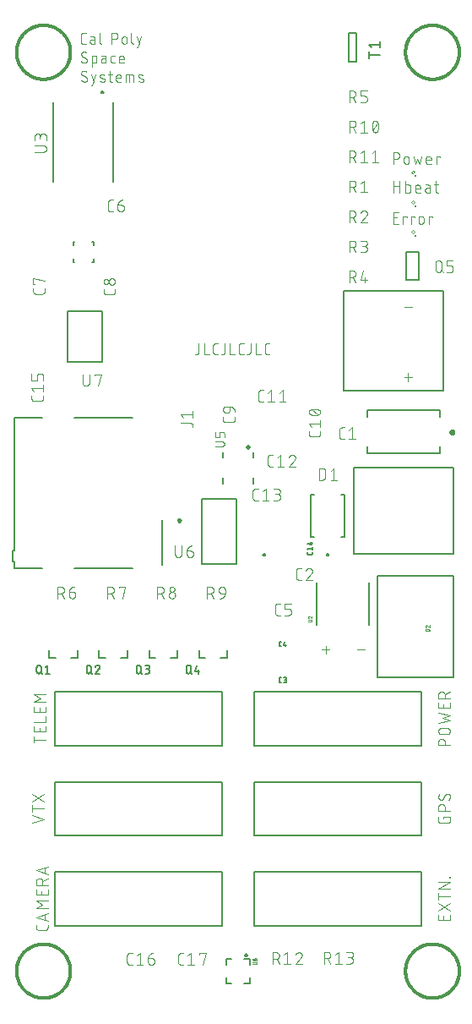
<source format=gbr>
G04 EAGLE Gerber RS-274X export*
G75*
%MOMM*%
%FSLAX34Y34*%
%LPD*%
%INSilkscreen Top*%
%IPPOS*%
%AMOC8*
5,1,8,0,0,1.08239X$1,22.5*%
G01*
%ADD10C,0.300000*%
%ADD11C,0.101600*%
%ADD12C,0.127000*%
%ADD13C,0.200000*%
%ADD14C,0.240000*%
%ADD15C,0.150000*%
%ADD16C,0.500000*%
%ADD17C,0.076200*%
%ADD18C,0.152400*%
%ADD19C,0.063400*%
%ADD20C,0.250000*%
%ADD21C,0.203200*%
%ADD22C,0.177800*%
%ADD23C,0.025400*%


D10*
X393000Y950000D02*
X393008Y950663D01*
X393033Y951325D01*
X393073Y951986D01*
X393130Y952646D01*
X393203Y953305D01*
X393292Y953962D01*
X393398Y954616D01*
X393519Y955267D01*
X393656Y955916D01*
X393809Y956560D01*
X393978Y957201D01*
X394163Y957838D01*
X394363Y958469D01*
X394578Y959096D01*
X394809Y959717D01*
X395055Y960332D01*
X395316Y960942D01*
X395592Y961544D01*
X395883Y962140D01*
X396188Y962728D01*
X396508Y963308D01*
X396841Y963881D01*
X397189Y964445D01*
X397550Y965000D01*
X397925Y965547D01*
X398313Y966084D01*
X398715Y966611D01*
X399129Y967129D01*
X399555Y967636D01*
X399994Y968132D01*
X400445Y968618D01*
X400908Y969092D01*
X401382Y969555D01*
X401868Y970006D01*
X402364Y970445D01*
X402871Y970871D01*
X403389Y971285D01*
X403916Y971687D01*
X404453Y972075D01*
X405000Y972450D01*
X405555Y972811D01*
X406119Y973159D01*
X406692Y973492D01*
X407272Y973812D01*
X407860Y974117D01*
X408456Y974408D01*
X409058Y974684D01*
X409668Y974945D01*
X410283Y975191D01*
X410904Y975422D01*
X411531Y975637D01*
X412162Y975837D01*
X412799Y976022D01*
X413440Y976191D01*
X414084Y976344D01*
X414733Y976481D01*
X415384Y976602D01*
X416038Y976708D01*
X416695Y976797D01*
X417354Y976870D01*
X418014Y976927D01*
X418675Y976967D01*
X419337Y976992D01*
X420000Y977000D01*
X420663Y976992D01*
X421325Y976967D01*
X421986Y976927D01*
X422646Y976870D01*
X423305Y976797D01*
X423962Y976708D01*
X424616Y976602D01*
X425267Y976481D01*
X425916Y976344D01*
X426560Y976191D01*
X427201Y976022D01*
X427838Y975837D01*
X428469Y975637D01*
X429096Y975422D01*
X429717Y975191D01*
X430332Y974945D01*
X430942Y974684D01*
X431544Y974408D01*
X432140Y974117D01*
X432728Y973812D01*
X433308Y973492D01*
X433881Y973159D01*
X434445Y972811D01*
X435000Y972450D01*
X435547Y972075D01*
X436084Y971687D01*
X436611Y971285D01*
X437129Y970871D01*
X437636Y970445D01*
X438132Y970006D01*
X438618Y969555D01*
X439092Y969092D01*
X439555Y968618D01*
X440006Y968132D01*
X440445Y967636D01*
X440871Y967129D01*
X441285Y966611D01*
X441687Y966084D01*
X442075Y965547D01*
X442450Y965000D01*
X442811Y964445D01*
X443159Y963881D01*
X443492Y963308D01*
X443812Y962728D01*
X444117Y962140D01*
X444408Y961544D01*
X444684Y960942D01*
X444945Y960332D01*
X445191Y959717D01*
X445422Y959096D01*
X445637Y958469D01*
X445837Y957838D01*
X446022Y957201D01*
X446191Y956560D01*
X446344Y955916D01*
X446481Y955267D01*
X446602Y954616D01*
X446708Y953962D01*
X446797Y953305D01*
X446870Y952646D01*
X446927Y951986D01*
X446967Y951325D01*
X446992Y950663D01*
X447000Y950000D01*
X446992Y949337D01*
X446967Y948675D01*
X446927Y948014D01*
X446870Y947354D01*
X446797Y946695D01*
X446708Y946038D01*
X446602Y945384D01*
X446481Y944733D01*
X446344Y944084D01*
X446191Y943440D01*
X446022Y942799D01*
X445837Y942162D01*
X445637Y941531D01*
X445422Y940904D01*
X445191Y940283D01*
X444945Y939668D01*
X444684Y939058D01*
X444408Y938456D01*
X444117Y937860D01*
X443812Y937272D01*
X443492Y936692D01*
X443159Y936119D01*
X442811Y935555D01*
X442450Y935000D01*
X442075Y934453D01*
X441687Y933916D01*
X441285Y933389D01*
X440871Y932871D01*
X440445Y932364D01*
X440006Y931868D01*
X439555Y931382D01*
X439092Y930908D01*
X438618Y930445D01*
X438132Y929994D01*
X437636Y929555D01*
X437129Y929129D01*
X436611Y928715D01*
X436084Y928313D01*
X435547Y927925D01*
X435000Y927550D01*
X434445Y927189D01*
X433881Y926841D01*
X433308Y926508D01*
X432728Y926188D01*
X432140Y925883D01*
X431544Y925592D01*
X430942Y925316D01*
X430332Y925055D01*
X429717Y924809D01*
X429096Y924578D01*
X428469Y924363D01*
X427838Y924163D01*
X427201Y923978D01*
X426560Y923809D01*
X425916Y923656D01*
X425267Y923519D01*
X424616Y923398D01*
X423962Y923292D01*
X423305Y923203D01*
X422646Y923130D01*
X421986Y923073D01*
X421325Y923033D01*
X420663Y923008D01*
X420000Y923000D01*
X419337Y923008D01*
X418675Y923033D01*
X418014Y923073D01*
X417354Y923130D01*
X416695Y923203D01*
X416038Y923292D01*
X415384Y923398D01*
X414733Y923519D01*
X414084Y923656D01*
X413440Y923809D01*
X412799Y923978D01*
X412162Y924163D01*
X411531Y924363D01*
X410904Y924578D01*
X410283Y924809D01*
X409668Y925055D01*
X409058Y925316D01*
X408456Y925592D01*
X407860Y925883D01*
X407272Y926188D01*
X406692Y926508D01*
X406119Y926841D01*
X405555Y927189D01*
X405000Y927550D01*
X404453Y927925D01*
X403916Y928313D01*
X403389Y928715D01*
X402871Y929129D01*
X402364Y929555D01*
X401868Y929994D01*
X401382Y930445D01*
X400908Y930908D01*
X400445Y931382D01*
X399994Y931868D01*
X399555Y932364D01*
X399129Y932871D01*
X398715Y933389D01*
X398313Y933916D01*
X397925Y934453D01*
X397550Y935000D01*
X397189Y935555D01*
X396841Y936119D01*
X396508Y936692D01*
X396188Y937272D01*
X395883Y937860D01*
X395592Y938456D01*
X395316Y939058D01*
X395055Y939668D01*
X394809Y940283D01*
X394578Y940904D01*
X394363Y941531D01*
X394163Y942162D01*
X393978Y942799D01*
X393809Y943440D01*
X393656Y944084D01*
X393519Y944733D01*
X393398Y945384D01*
X393292Y946038D01*
X393203Y946695D01*
X393130Y947354D01*
X393073Y948014D01*
X393033Y948675D01*
X393008Y949337D01*
X393000Y950000D01*
X3000Y950000D02*
X3008Y950663D01*
X3033Y951325D01*
X3073Y951986D01*
X3130Y952646D01*
X3203Y953305D01*
X3292Y953962D01*
X3398Y954616D01*
X3519Y955267D01*
X3656Y955916D01*
X3809Y956560D01*
X3978Y957201D01*
X4163Y957838D01*
X4363Y958469D01*
X4578Y959096D01*
X4809Y959717D01*
X5055Y960332D01*
X5316Y960942D01*
X5592Y961544D01*
X5883Y962140D01*
X6188Y962728D01*
X6508Y963308D01*
X6841Y963881D01*
X7189Y964445D01*
X7550Y965000D01*
X7925Y965547D01*
X8313Y966084D01*
X8715Y966611D01*
X9129Y967129D01*
X9555Y967636D01*
X9994Y968132D01*
X10445Y968618D01*
X10908Y969092D01*
X11382Y969555D01*
X11868Y970006D01*
X12364Y970445D01*
X12871Y970871D01*
X13389Y971285D01*
X13916Y971687D01*
X14453Y972075D01*
X15000Y972450D01*
X15555Y972811D01*
X16119Y973159D01*
X16692Y973492D01*
X17272Y973812D01*
X17860Y974117D01*
X18456Y974408D01*
X19058Y974684D01*
X19668Y974945D01*
X20283Y975191D01*
X20904Y975422D01*
X21531Y975637D01*
X22162Y975837D01*
X22799Y976022D01*
X23440Y976191D01*
X24084Y976344D01*
X24733Y976481D01*
X25384Y976602D01*
X26038Y976708D01*
X26695Y976797D01*
X27354Y976870D01*
X28014Y976927D01*
X28675Y976967D01*
X29337Y976992D01*
X30000Y977000D01*
X30663Y976992D01*
X31325Y976967D01*
X31986Y976927D01*
X32646Y976870D01*
X33305Y976797D01*
X33962Y976708D01*
X34616Y976602D01*
X35267Y976481D01*
X35916Y976344D01*
X36560Y976191D01*
X37201Y976022D01*
X37838Y975837D01*
X38469Y975637D01*
X39096Y975422D01*
X39717Y975191D01*
X40332Y974945D01*
X40942Y974684D01*
X41544Y974408D01*
X42140Y974117D01*
X42728Y973812D01*
X43308Y973492D01*
X43881Y973159D01*
X44445Y972811D01*
X45000Y972450D01*
X45547Y972075D01*
X46084Y971687D01*
X46611Y971285D01*
X47129Y970871D01*
X47636Y970445D01*
X48132Y970006D01*
X48618Y969555D01*
X49092Y969092D01*
X49555Y968618D01*
X50006Y968132D01*
X50445Y967636D01*
X50871Y967129D01*
X51285Y966611D01*
X51687Y966084D01*
X52075Y965547D01*
X52450Y965000D01*
X52811Y964445D01*
X53159Y963881D01*
X53492Y963308D01*
X53812Y962728D01*
X54117Y962140D01*
X54408Y961544D01*
X54684Y960942D01*
X54945Y960332D01*
X55191Y959717D01*
X55422Y959096D01*
X55637Y958469D01*
X55837Y957838D01*
X56022Y957201D01*
X56191Y956560D01*
X56344Y955916D01*
X56481Y955267D01*
X56602Y954616D01*
X56708Y953962D01*
X56797Y953305D01*
X56870Y952646D01*
X56927Y951986D01*
X56967Y951325D01*
X56992Y950663D01*
X57000Y950000D01*
X56992Y949337D01*
X56967Y948675D01*
X56927Y948014D01*
X56870Y947354D01*
X56797Y946695D01*
X56708Y946038D01*
X56602Y945384D01*
X56481Y944733D01*
X56344Y944084D01*
X56191Y943440D01*
X56022Y942799D01*
X55837Y942162D01*
X55637Y941531D01*
X55422Y940904D01*
X55191Y940283D01*
X54945Y939668D01*
X54684Y939058D01*
X54408Y938456D01*
X54117Y937860D01*
X53812Y937272D01*
X53492Y936692D01*
X53159Y936119D01*
X52811Y935555D01*
X52450Y935000D01*
X52075Y934453D01*
X51687Y933916D01*
X51285Y933389D01*
X50871Y932871D01*
X50445Y932364D01*
X50006Y931868D01*
X49555Y931382D01*
X49092Y930908D01*
X48618Y930445D01*
X48132Y929994D01*
X47636Y929555D01*
X47129Y929129D01*
X46611Y928715D01*
X46084Y928313D01*
X45547Y927925D01*
X45000Y927550D01*
X44445Y927189D01*
X43881Y926841D01*
X43308Y926508D01*
X42728Y926188D01*
X42140Y925883D01*
X41544Y925592D01*
X40942Y925316D01*
X40332Y925055D01*
X39717Y924809D01*
X39096Y924578D01*
X38469Y924363D01*
X37838Y924163D01*
X37201Y923978D01*
X36560Y923809D01*
X35916Y923656D01*
X35267Y923519D01*
X34616Y923398D01*
X33962Y923292D01*
X33305Y923203D01*
X32646Y923130D01*
X31986Y923073D01*
X31325Y923033D01*
X30663Y923008D01*
X30000Y923000D01*
X29337Y923008D01*
X28675Y923033D01*
X28014Y923073D01*
X27354Y923130D01*
X26695Y923203D01*
X26038Y923292D01*
X25384Y923398D01*
X24733Y923519D01*
X24084Y923656D01*
X23440Y923809D01*
X22799Y923978D01*
X22162Y924163D01*
X21531Y924363D01*
X20904Y924578D01*
X20283Y924809D01*
X19668Y925055D01*
X19058Y925316D01*
X18456Y925592D01*
X17860Y925883D01*
X17272Y926188D01*
X16692Y926508D01*
X16119Y926841D01*
X15555Y927189D01*
X15000Y927550D01*
X14453Y927925D01*
X13916Y928313D01*
X13389Y928715D01*
X12871Y929129D01*
X12364Y929555D01*
X11868Y929994D01*
X11382Y930445D01*
X10908Y930908D01*
X10445Y931382D01*
X9994Y931868D01*
X9555Y932364D01*
X9129Y932871D01*
X8715Y933389D01*
X8313Y933916D01*
X7925Y934453D01*
X7550Y935000D01*
X7189Y935555D01*
X6841Y936119D01*
X6508Y936692D01*
X6188Y937272D01*
X5883Y937860D01*
X5592Y938456D01*
X5316Y939058D01*
X5055Y939668D01*
X4809Y940283D01*
X4578Y940904D01*
X4363Y941531D01*
X4163Y942162D01*
X3978Y942799D01*
X3809Y943440D01*
X3656Y944084D01*
X3519Y944733D01*
X3398Y945384D01*
X3292Y946038D01*
X3203Y946695D01*
X3130Y947354D01*
X3073Y948014D01*
X3033Y948675D01*
X3008Y949337D01*
X3000Y950000D01*
X3000Y30000D02*
X3008Y30663D01*
X3033Y31325D01*
X3073Y31986D01*
X3130Y32646D01*
X3203Y33305D01*
X3292Y33962D01*
X3398Y34616D01*
X3519Y35267D01*
X3656Y35916D01*
X3809Y36560D01*
X3978Y37201D01*
X4163Y37838D01*
X4363Y38469D01*
X4578Y39096D01*
X4809Y39717D01*
X5055Y40332D01*
X5316Y40942D01*
X5592Y41544D01*
X5883Y42140D01*
X6188Y42728D01*
X6508Y43308D01*
X6841Y43881D01*
X7189Y44445D01*
X7550Y45000D01*
X7925Y45547D01*
X8313Y46084D01*
X8715Y46611D01*
X9129Y47129D01*
X9555Y47636D01*
X9994Y48132D01*
X10445Y48618D01*
X10908Y49092D01*
X11382Y49555D01*
X11868Y50006D01*
X12364Y50445D01*
X12871Y50871D01*
X13389Y51285D01*
X13916Y51687D01*
X14453Y52075D01*
X15000Y52450D01*
X15555Y52811D01*
X16119Y53159D01*
X16692Y53492D01*
X17272Y53812D01*
X17860Y54117D01*
X18456Y54408D01*
X19058Y54684D01*
X19668Y54945D01*
X20283Y55191D01*
X20904Y55422D01*
X21531Y55637D01*
X22162Y55837D01*
X22799Y56022D01*
X23440Y56191D01*
X24084Y56344D01*
X24733Y56481D01*
X25384Y56602D01*
X26038Y56708D01*
X26695Y56797D01*
X27354Y56870D01*
X28014Y56927D01*
X28675Y56967D01*
X29337Y56992D01*
X30000Y57000D01*
X30663Y56992D01*
X31325Y56967D01*
X31986Y56927D01*
X32646Y56870D01*
X33305Y56797D01*
X33962Y56708D01*
X34616Y56602D01*
X35267Y56481D01*
X35916Y56344D01*
X36560Y56191D01*
X37201Y56022D01*
X37838Y55837D01*
X38469Y55637D01*
X39096Y55422D01*
X39717Y55191D01*
X40332Y54945D01*
X40942Y54684D01*
X41544Y54408D01*
X42140Y54117D01*
X42728Y53812D01*
X43308Y53492D01*
X43881Y53159D01*
X44445Y52811D01*
X45000Y52450D01*
X45547Y52075D01*
X46084Y51687D01*
X46611Y51285D01*
X47129Y50871D01*
X47636Y50445D01*
X48132Y50006D01*
X48618Y49555D01*
X49092Y49092D01*
X49555Y48618D01*
X50006Y48132D01*
X50445Y47636D01*
X50871Y47129D01*
X51285Y46611D01*
X51687Y46084D01*
X52075Y45547D01*
X52450Y45000D01*
X52811Y44445D01*
X53159Y43881D01*
X53492Y43308D01*
X53812Y42728D01*
X54117Y42140D01*
X54408Y41544D01*
X54684Y40942D01*
X54945Y40332D01*
X55191Y39717D01*
X55422Y39096D01*
X55637Y38469D01*
X55837Y37838D01*
X56022Y37201D01*
X56191Y36560D01*
X56344Y35916D01*
X56481Y35267D01*
X56602Y34616D01*
X56708Y33962D01*
X56797Y33305D01*
X56870Y32646D01*
X56927Y31986D01*
X56967Y31325D01*
X56992Y30663D01*
X57000Y30000D01*
X56992Y29337D01*
X56967Y28675D01*
X56927Y28014D01*
X56870Y27354D01*
X56797Y26695D01*
X56708Y26038D01*
X56602Y25384D01*
X56481Y24733D01*
X56344Y24084D01*
X56191Y23440D01*
X56022Y22799D01*
X55837Y22162D01*
X55637Y21531D01*
X55422Y20904D01*
X55191Y20283D01*
X54945Y19668D01*
X54684Y19058D01*
X54408Y18456D01*
X54117Y17860D01*
X53812Y17272D01*
X53492Y16692D01*
X53159Y16119D01*
X52811Y15555D01*
X52450Y15000D01*
X52075Y14453D01*
X51687Y13916D01*
X51285Y13389D01*
X50871Y12871D01*
X50445Y12364D01*
X50006Y11868D01*
X49555Y11382D01*
X49092Y10908D01*
X48618Y10445D01*
X48132Y9994D01*
X47636Y9555D01*
X47129Y9129D01*
X46611Y8715D01*
X46084Y8313D01*
X45547Y7925D01*
X45000Y7550D01*
X44445Y7189D01*
X43881Y6841D01*
X43308Y6508D01*
X42728Y6188D01*
X42140Y5883D01*
X41544Y5592D01*
X40942Y5316D01*
X40332Y5055D01*
X39717Y4809D01*
X39096Y4578D01*
X38469Y4363D01*
X37838Y4163D01*
X37201Y3978D01*
X36560Y3809D01*
X35916Y3656D01*
X35267Y3519D01*
X34616Y3398D01*
X33962Y3292D01*
X33305Y3203D01*
X32646Y3130D01*
X31986Y3073D01*
X31325Y3033D01*
X30663Y3008D01*
X30000Y3000D01*
X29337Y3008D01*
X28675Y3033D01*
X28014Y3073D01*
X27354Y3130D01*
X26695Y3203D01*
X26038Y3292D01*
X25384Y3398D01*
X24733Y3519D01*
X24084Y3656D01*
X23440Y3809D01*
X22799Y3978D01*
X22162Y4163D01*
X21531Y4363D01*
X20904Y4578D01*
X20283Y4809D01*
X19668Y5055D01*
X19058Y5316D01*
X18456Y5592D01*
X17860Y5883D01*
X17272Y6188D01*
X16692Y6508D01*
X16119Y6841D01*
X15555Y7189D01*
X15000Y7550D01*
X14453Y7925D01*
X13916Y8313D01*
X13389Y8715D01*
X12871Y9129D01*
X12364Y9555D01*
X11868Y9994D01*
X11382Y10445D01*
X10908Y10908D01*
X10445Y11382D01*
X9994Y11868D01*
X9555Y12364D01*
X9129Y12871D01*
X8715Y13389D01*
X8313Y13916D01*
X7925Y14453D01*
X7550Y15000D01*
X7189Y15555D01*
X6841Y16119D01*
X6508Y16692D01*
X6188Y17272D01*
X5883Y17860D01*
X5592Y18456D01*
X5316Y19058D01*
X5055Y19668D01*
X4809Y20283D01*
X4578Y20904D01*
X4363Y21531D01*
X4163Y22162D01*
X3978Y22799D01*
X3809Y23440D01*
X3656Y24084D01*
X3519Y24733D01*
X3398Y25384D01*
X3292Y26038D01*
X3203Y26695D01*
X3130Y27354D01*
X3073Y28014D01*
X3033Y28675D01*
X3008Y29337D01*
X3000Y30000D01*
X393000Y30000D02*
X393008Y30663D01*
X393033Y31325D01*
X393073Y31986D01*
X393130Y32646D01*
X393203Y33305D01*
X393292Y33962D01*
X393398Y34616D01*
X393519Y35267D01*
X393656Y35916D01*
X393809Y36560D01*
X393978Y37201D01*
X394163Y37838D01*
X394363Y38469D01*
X394578Y39096D01*
X394809Y39717D01*
X395055Y40332D01*
X395316Y40942D01*
X395592Y41544D01*
X395883Y42140D01*
X396188Y42728D01*
X396508Y43308D01*
X396841Y43881D01*
X397189Y44445D01*
X397550Y45000D01*
X397925Y45547D01*
X398313Y46084D01*
X398715Y46611D01*
X399129Y47129D01*
X399555Y47636D01*
X399994Y48132D01*
X400445Y48618D01*
X400908Y49092D01*
X401382Y49555D01*
X401868Y50006D01*
X402364Y50445D01*
X402871Y50871D01*
X403389Y51285D01*
X403916Y51687D01*
X404453Y52075D01*
X405000Y52450D01*
X405555Y52811D01*
X406119Y53159D01*
X406692Y53492D01*
X407272Y53812D01*
X407860Y54117D01*
X408456Y54408D01*
X409058Y54684D01*
X409668Y54945D01*
X410283Y55191D01*
X410904Y55422D01*
X411531Y55637D01*
X412162Y55837D01*
X412799Y56022D01*
X413440Y56191D01*
X414084Y56344D01*
X414733Y56481D01*
X415384Y56602D01*
X416038Y56708D01*
X416695Y56797D01*
X417354Y56870D01*
X418014Y56927D01*
X418675Y56967D01*
X419337Y56992D01*
X420000Y57000D01*
X420663Y56992D01*
X421325Y56967D01*
X421986Y56927D01*
X422646Y56870D01*
X423305Y56797D01*
X423962Y56708D01*
X424616Y56602D01*
X425267Y56481D01*
X425916Y56344D01*
X426560Y56191D01*
X427201Y56022D01*
X427838Y55837D01*
X428469Y55637D01*
X429096Y55422D01*
X429717Y55191D01*
X430332Y54945D01*
X430942Y54684D01*
X431544Y54408D01*
X432140Y54117D01*
X432728Y53812D01*
X433308Y53492D01*
X433881Y53159D01*
X434445Y52811D01*
X435000Y52450D01*
X435547Y52075D01*
X436084Y51687D01*
X436611Y51285D01*
X437129Y50871D01*
X437636Y50445D01*
X438132Y50006D01*
X438618Y49555D01*
X439092Y49092D01*
X439555Y48618D01*
X440006Y48132D01*
X440445Y47636D01*
X440871Y47129D01*
X441285Y46611D01*
X441687Y46084D01*
X442075Y45547D01*
X442450Y45000D01*
X442811Y44445D01*
X443159Y43881D01*
X443492Y43308D01*
X443812Y42728D01*
X444117Y42140D01*
X444408Y41544D01*
X444684Y40942D01*
X444945Y40332D01*
X445191Y39717D01*
X445422Y39096D01*
X445637Y38469D01*
X445837Y37838D01*
X446022Y37201D01*
X446191Y36560D01*
X446344Y35916D01*
X446481Y35267D01*
X446602Y34616D01*
X446708Y33962D01*
X446797Y33305D01*
X446870Y32646D01*
X446927Y31986D01*
X446967Y31325D01*
X446992Y30663D01*
X447000Y30000D01*
X446992Y29337D01*
X446967Y28675D01*
X446927Y28014D01*
X446870Y27354D01*
X446797Y26695D01*
X446708Y26038D01*
X446602Y25384D01*
X446481Y24733D01*
X446344Y24084D01*
X446191Y23440D01*
X446022Y22799D01*
X445837Y22162D01*
X445637Y21531D01*
X445422Y20904D01*
X445191Y20283D01*
X444945Y19668D01*
X444684Y19058D01*
X444408Y18456D01*
X444117Y17860D01*
X443812Y17272D01*
X443492Y16692D01*
X443159Y16119D01*
X442811Y15555D01*
X442450Y15000D01*
X442075Y14453D01*
X441687Y13916D01*
X441285Y13389D01*
X440871Y12871D01*
X440445Y12364D01*
X440006Y11868D01*
X439555Y11382D01*
X439092Y10908D01*
X438618Y10445D01*
X438132Y9994D01*
X437636Y9555D01*
X437129Y9129D01*
X436611Y8715D01*
X436084Y8313D01*
X435547Y7925D01*
X435000Y7550D01*
X434445Y7189D01*
X433881Y6841D01*
X433308Y6508D01*
X432728Y6188D01*
X432140Y5883D01*
X431544Y5592D01*
X430942Y5316D01*
X430332Y5055D01*
X429717Y4809D01*
X429096Y4578D01*
X428469Y4363D01*
X427838Y4163D01*
X427201Y3978D01*
X426560Y3809D01*
X425916Y3656D01*
X425267Y3519D01*
X424616Y3398D01*
X423962Y3292D01*
X423305Y3203D01*
X422646Y3130D01*
X421986Y3073D01*
X421325Y3033D01*
X420663Y3008D01*
X420000Y3000D01*
X419337Y3008D01*
X418675Y3033D01*
X418014Y3073D01*
X417354Y3130D01*
X416695Y3203D01*
X416038Y3292D01*
X415384Y3398D01*
X414733Y3519D01*
X414084Y3656D01*
X413440Y3809D01*
X412799Y3978D01*
X412162Y4163D01*
X411531Y4363D01*
X410904Y4578D01*
X410283Y4809D01*
X409668Y5055D01*
X409058Y5316D01*
X408456Y5592D01*
X407860Y5883D01*
X407272Y6188D01*
X406692Y6508D01*
X406119Y6841D01*
X405555Y7189D01*
X405000Y7550D01*
X404453Y7925D01*
X403916Y8313D01*
X403389Y8715D01*
X402871Y9129D01*
X402364Y9555D01*
X401868Y9994D01*
X401382Y10445D01*
X400908Y10908D01*
X400445Y11382D01*
X399994Y11868D01*
X399555Y12364D01*
X399129Y12871D01*
X398715Y13389D01*
X398313Y13916D01*
X397925Y14453D01*
X397550Y15000D01*
X397189Y15555D01*
X396841Y16119D01*
X396508Y16692D01*
X396188Y17272D01*
X395883Y17860D01*
X395592Y18456D01*
X395316Y19058D01*
X395055Y19668D01*
X394809Y20283D01*
X394578Y20904D01*
X394363Y21531D01*
X394163Y22162D01*
X393978Y22799D01*
X393809Y23440D01*
X393656Y24084D01*
X393519Y24733D01*
X393398Y25384D01*
X393292Y26038D01*
X393203Y26695D01*
X393130Y27354D01*
X393073Y28014D01*
X393033Y28675D01*
X393008Y29337D01*
X393000Y30000D01*
D11*
X72390Y958508D02*
X69949Y958508D01*
X69853Y958510D01*
X69757Y958516D01*
X69662Y958525D01*
X69567Y958538D01*
X69473Y958555D01*
X69379Y958575D01*
X69286Y958600D01*
X69195Y958627D01*
X69104Y958659D01*
X69015Y958694D01*
X68927Y958732D01*
X68841Y958774D01*
X68756Y958819D01*
X68674Y958868D01*
X68593Y958919D01*
X68514Y958974D01*
X68438Y959032D01*
X68364Y959093D01*
X68292Y959157D01*
X68223Y959223D01*
X68157Y959292D01*
X68093Y959364D01*
X68032Y959438D01*
X67974Y959514D01*
X67919Y959593D01*
X67868Y959674D01*
X67819Y959756D01*
X67774Y959841D01*
X67732Y959927D01*
X67694Y960015D01*
X67659Y960104D01*
X67627Y960195D01*
X67600Y960286D01*
X67575Y960379D01*
X67555Y960473D01*
X67538Y960567D01*
X67525Y960662D01*
X67516Y960757D01*
X67510Y960853D01*
X67508Y960949D01*
X67508Y967051D01*
X67510Y967149D01*
X67516Y967247D01*
X67526Y967345D01*
X67540Y967443D01*
X67557Y967539D01*
X67579Y967635D01*
X67604Y967730D01*
X67634Y967824D01*
X67667Y967917D01*
X67703Y968008D01*
X67744Y968097D01*
X67788Y968185D01*
X67835Y968271D01*
X67886Y968356D01*
X67940Y968438D01*
X67998Y968517D01*
X68058Y968595D01*
X68122Y968670D01*
X68189Y968742D01*
X68258Y968811D01*
X68330Y968878D01*
X68405Y968942D01*
X68483Y969002D01*
X68562Y969060D01*
X68644Y969114D01*
X68728Y969165D01*
X68815Y969212D01*
X68903Y969256D01*
X68992Y969297D01*
X69083Y969333D01*
X69176Y969366D01*
X69270Y969396D01*
X69365Y969421D01*
X69461Y969443D01*
X69557Y969460D01*
X69655Y969474D01*
X69753Y969484D01*
X69851Y969490D01*
X69949Y969492D01*
X72390Y969492D01*
X78509Y962780D02*
X81255Y962780D01*
X78509Y962780D02*
X78418Y962778D01*
X78328Y962772D01*
X78238Y962763D01*
X78148Y962749D01*
X78059Y962732D01*
X77971Y962711D01*
X77884Y962686D01*
X77797Y962658D01*
X77713Y962626D01*
X77629Y962590D01*
X77547Y962551D01*
X77467Y962509D01*
X77389Y962463D01*
X77313Y962414D01*
X77239Y962361D01*
X77167Y962306D01*
X77098Y962247D01*
X77031Y962186D01*
X76967Y962122D01*
X76906Y962055D01*
X76847Y961986D01*
X76792Y961914D01*
X76739Y961840D01*
X76690Y961764D01*
X76644Y961686D01*
X76602Y961606D01*
X76563Y961524D01*
X76527Y961440D01*
X76495Y961356D01*
X76467Y961269D01*
X76442Y961182D01*
X76421Y961094D01*
X76404Y961005D01*
X76390Y960915D01*
X76381Y960825D01*
X76375Y960735D01*
X76373Y960644D01*
X76375Y960553D01*
X76381Y960463D01*
X76390Y960373D01*
X76404Y960283D01*
X76421Y960194D01*
X76442Y960106D01*
X76467Y960019D01*
X76495Y959932D01*
X76527Y959848D01*
X76563Y959764D01*
X76602Y959682D01*
X76644Y959602D01*
X76690Y959524D01*
X76739Y959448D01*
X76792Y959374D01*
X76847Y959302D01*
X76906Y959233D01*
X76967Y959166D01*
X77031Y959102D01*
X77098Y959041D01*
X77167Y958982D01*
X77239Y958927D01*
X77313Y958874D01*
X77389Y958825D01*
X77467Y958779D01*
X77547Y958737D01*
X77629Y958698D01*
X77713Y958662D01*
X77797Y958630D01*
X77884Y958602D01*
X77971Y958577D01*
X78059Y958556D01*
X78148Y958539D01*
X78238Y958525D01*
X78328Y958516D01*
X78418Y958510D01*
X78509Y958508D01*
X81255Y958508D01*
X81255Y964000D01*
X81253Y964085D01*
X81247Y964169D01*
X81237Y964253D01*
X81224Y964336D01*
X81206Y964419D01*
X81185Y964501D01*
X81160Y964582D01*
X81131Y964661D01*
X81099Y964740D01*
X81063Y964816D01*
X81024Y964891D01*
X80981Y964964D01*
X80935Y965035D01*
X80885Y965103D01*
X80833Y965170D01*
X80777Y965234D01*
X80719Y965295D01*
X80658Y965353D01*
X80594Y965409D01*
X80527Y965461D01*
X80459Y965511D01*
X80388Y965557D01*
X80315Y965600D01*
X80240Y965639D01*
X80164Y965675D01*
X80085Y965707D01*
X80006Y965736D01*
X79925Y965761D01*
X79843Y965782D01*
X79760Y965800D01*
X79677Y965813D01*
X79593Y965823D01*
X79509Y965829D01*
X79424Y965831D01*
X76983Y965831D01*
X86285Y969492D02*
X86285Y960339D01*
X86287Y960254D01*
X86293Y960170D01*
X86303Y960086D01*
X86316Y960003D01*
X86334Y959920D01*
X86355Y959838D01*
X86380Y959757D01*
X86409Y959678D01*
X86441Y959599D01*
X86477Y959523D01*
X86516Y959448D01*
X86559Y959375D01*
X86605Y959304D01*
X86655Y959236D01*
X86707Y959169D01*
X86763Y959105D01*
X86821Y959044D01*
X86882Y958986D01*
X86946Y958930D01*
X87013Y958878D01*
X87081Y958828D01*
X87152Y958782D01*
X87225Y958739D01*
X87300Y958700D01*
X87376Y958664D01*
X87455Y958632D01*
X87534Y958603D01*
X87615Y958578D01*
X87697Y958557D01*
X87780Y958539D01*
X87863Y958526D01*
X87947Y958516D01*
X88031Y958510D01*
X88116Y958508D01*
X98305Y958508D02*
X98305Y969492D01*
X101356Y969492D01*
X101465Y969490D01*
X101574Y969484D01*
X101682Y969475D01*
X101790Y969461D01*
X101898Y969444D01*
X102005Y969422D01*
X102111Y969397D01*
X102216Y969368D01*
X102320Y969336D01*
X102422Y969300D01*
X102524Y969260D01*
X102623Y969216D01*
X102722Y969169D01*
X102818Y969119D01*
X102913Y969065D01*
X103005Y969008D01*
X103096Y968947D01*
X103184Y968883D01*
X103270Y968817D01*
X103354Y968747D01*
X103435Y968674D01*
X103513Y968598D01*
X103589Y968520D01*
X103662Y968439D01*
X103732Y968355D01*
X103798Y968269D01*
X103862Y968181D01*
X103923Y968090D01*
X103980Y967998D01*
X104034Y967903D01*
X104084Y967807D01*
X104131Y967708D01*
X104175Y967609D01*
X104215Y967507D01*
X104251Y967405D01*
X104283Y967301D01*
X104312Y967196D01*
X104337Y967090D01*
X104359Y966983D01*
X104376Y966875D01*
X104390Y966767D01*
X104399Y966659D01*
X104405Y966550D01*
X104407Y966441D01*
X104405Y966332D01*
X104399Y966223D01*
X104390Y966115D01*
X104376Y966007D01*
X104359Y965899D01*
X104337Y965792D01*
X104312Y965686D01*
X104283Y965581D01*
X104251Y965477D01*
X104215Y965375D01*
X104175Y965273D01*
X104131Y965174D01*
X104084Y965075D01*
X104034Y964979D01*
X103980Y964884D01*
X103923Y964792D01*
X103862Y964701D01*
X103798Y964613D01*
X103732Y964527D01*
X103662Y964443D01*
X103589Y964362D01*
X103513Y964284D01*
X103435Y964208D01*
X103354Y964135D01*
X103270Y964065D01*
X103184Y963999D01*
X103096Y963935D01*
X103005Y963874D01*
X102913Y963817D01*
X102818Y963763D01*
X102722Y963713D01*
X102623Y963666D01*
X102524Y963622D01*
X102422Y963582D01*
X102320Y963546D01*
X102216Y963514D01*
X102111Y963485D01*
X102005Y963460D01*
X101898Y963438D01*
X101790Y963421D01*
X101682Y963407D01*
X101574Y963398D01*
X101465Y963392D01*
X101356Y963390D01*
X98305Y963390D01*
X108470Y963390D02*
X108470Y960949D01*
X108470Y963390D02*
X108472Y963487D01*
X108478Y963584D01*
X108487Y963681D01*
X108501Y963777D01*
X108518Y963872D01*
X108539Y963967D01*
X108564Y964061D01*
X108592Y964154D01*
X108625Y964245D01*
X108660Y964335D01*
X108700Y964424D01*
X108743Y964511D01*
X108789Y964596D01*
X108839Y964680D01*
X108892Y964761D01*
X108948Y964840D01*
X109007Y964917D01*
X109069Y964992D01*
X109134Y965064D01*
X109202Y965133D01*
X109273Y965200D01*
X109346Y965263D01*
X109422Y965324D01*
X109500Y965382D01*
X109580Y965436D01*
X109663Y965488D01*
X109747Y965536D01*
X109833Y965580D01*
X109921Y965621D01*
X110011Y965659D01*
X110102Y965693D01*
X110194Y965723D01*
X110287Y965750D01*
X110381Y965773D01*
X110477Y965792D01*
X110572Y965807D01*
X110669Y965819D01*
X110765Y965827D01*
X110862Y965831D01*
X110960Y965831D01*
X111057Y965827D01*
X111153Y965819D01*
X111250Y965807D01*
X111345Y965792D01*
X111441Y965773D01*
X111535Y965750D01*
X111628Y965723D01*
X111720Y965693D01*
X111811Y965659D01*
X111901Y965621D01*
X111989Y965580D01*
X112075Y965536D01*
X112159Y965488D01*
X112242Y965436D01*
X112322Y965382D01*
X112400Y965324D01*
X112476Y965263D01*
X112549Y965200D01*
X112620Y965133D01*
X112688Y965064D01*
X112753Y964992D01*
X112815Y964917D01*
X112874Y964840D01*
X112930Y964761D01*
X112983Y964680D01*
X113033Y964596D01*
X113079Y964511D01*
X113122Y964424D01*
X113162Y964335D01*
X113197Y964245D01*
X113230Y964154D01*
X113258Y964061D01*
X113283Y963967D01*
X113304Y963872D01*
X113321Y963777D01*
X113335Y963681D01*
X113344Y963584D01*
X113350Y963487D01*
X113352Y963390D01*
X113352Y960949D01*
X113350Y960852D01*
X113344Y960755D01*
X113335Y960658D01*
X113321Y960562D01*
X113304Y960467D01*
X113283Y960372D01*
X113258Y960278D01*
X113230Y960185D01*
X113197Y960094D01*
X113162Y960004D01*
X113122Y959915D01*
X113079Y959828D01*
X113033Y959743D01*
X112983Y959659D01*
X112930Y959578D01*
X112874Y959499D01*
X112815Y959422D01*
X112753Y959347D01*
X112688Y959275D01*
X112620Y959206D01*
X112549Y959139D01*
X112476Y959076D01*
X112400Y959015D01*
X112322Y958957D01*
X112242Y958903D01*
X112159Y958851D01*
X112075Y958803D01*
X111989Y958759D01*
X111901Y958718D01*
X111811Y958680D01*
X111720Y958646D01*
X111628Y958616D01*
X111535Y958589D01*
X111441Y958566D01*
X111345Y958547D01*
X111250Y958532D01*
X111153Y958520D01*
X111057Y958512D01*
X110960Y958508D01*
X110862Y958508D01*
X110765Y958512D01*
X110669Y958520D01*
X110572Y958532D01*
X110477Y958547D01*
X110381Y958566D01*
X110287Y958589D01*
X110194Y958616D01*
X110102Y958646D01*
X110011Y958680D01*
X109921Y958718D01*
X109833Y958759D01*
X109747Y958803D01*
X109663Y958851D01*
X109580Y958903D01*
X109500Y958957D01*
X109422Y959015D01*
X109346Y959076D01*
X109273Y959139D01*
X109202Y959206D01*
X109134Y959275D01*
X109069Y959347D01*
X109007Y959422D01*
X108948Y959499D01*
X108892Y959578D01*
X108839Y959659D01*
X108789Y959743D01*
X108743Y959828D01*
X108700Y959915D01*
X108660Y960004D01*
X108625Y960094D01*
X108592Y960185D01*
X108564Y960278D01*
X108539Y960372D01*
X108518Y960467D01*
X108501Y960562D01*
X108487Y960658D01*
X108478Y960755D01*
X108472Y960852D01*
X108470Y960949D01*
X117965Y960339D02*
X117965Y969492D01*
X117965Y960339D02*
X117967Y960254D01*
X117973Y960170D01*
X117983Y960086D01*
X117996Y960003D01*
X118014Y959920D01*
X118035Y959838D01*
X118060Y959757D01*
X118089Y959678D01*
X118121Y959599D01*
X118157Y959523D01*
X118196Y959448D01*
X118239Y959375D01*
X118285Y959304D01*
X118335Y959236D01*
X118387Y959169D01*
X118443Y959105D01*
X118501Y959044D01*
X118562Y958986D01*
X118626Y958930D01*
X118693Y958878D01*
X118761Y958828D01*
X118832Y958782D01*
X118905Y958739D01*
X118980Y958700D01*
X119056Y958664D01*
X119135Y958632D01*
X119214Y958603D01*
X119295Y958578D01*
X119377Y958557D01*
X119460Y958539D01*
X119543Y958526D01*
X119627Y958516D01*
X119711Y958510D01*
X119796Y958508D01*
X123230Y954847D02*
X124451Y954847D01*
X128112Y965831D01*
X123230Y965831D02*
X125671Y958508D01*
X73610Y941949D02*
X73608Y941853D01*
X73602Y941757D01*
X73593Y941662D01*
X73580Y941567D01*
X73563Y941473D01*
X73543Y941379D01*
X73518Y941286D01*
X73491Y941195D01*
X73459Y941104D01*
X73424Y941015D01*
X73386Y940927D01*
X73344Y940841D01*
X73299Y940756D01*
X73250Y940674D01*
X73199Y940593D01*
X73144Y940514D01*
X73086Y940438D01*
X73025Y940364D01*
X72961Y940292D01*
X72895Y940223D01*
X72826Y940157D01*
X72754Y940093D01*
X72680Y940032D01*
X72604Y939974D01*
X72525Y939919D01*
X72444Y939868D01*
X72362Y939819D01*
X72277Y939774D01*
X72191Y939732D01*
X72103Y939694D01*
X72014Y939659D01*
X71923Y939627D01*
X71832Y939600D01*
X71739Y939575D01*
X71645Y939555D01*
X71551Y939538D01*
X71456Y939525D01*
X71361Y939516D01*
X71265Y939510D01*
X71169Y939508D01*
X71029Y939510D01*
X70888Y939516D01*
X70748Y939525D01*
X70609Y939539D01*
X70469Y939556D01*
X70330Y939577D01*
X70192Y939601D01*
X70055Y939630D01*
X69918Y939662D01*
X69782Y939698D01*
X69648Y939738D01*
X69514Y939781D01*
X69382Y939828D01*
X69251Y939878D01*
X69121Y939932D01*
X68993Y939990D01*
X68867Y940051D01*
X68742Y940115D01*
X68619Y940183D01*
X68498Y940254D01*
X68379Y940328D01*
X68262Y940406D01*
X68147Y940486D01*
X68035Y940570D01*
X67924Y940657D01*
X67816Y940747D01*
X67711Y940840D01*
X67608Y940935D01*
X67508Y941033D01*
X67813Y948051D02*
X67815Y948147D01*
X67821Y948243D01*
X67830Y948338D01*
X67843Y948433D01*
X67860Y948527D01*
X67880Y948621D01*
X67905Y948714D01*
X67932Y948805D01*
X67964Y948896D01*
X67999Y948985D01*
X68037Y949073D01*
X68079Y949159D01*
X68124Y949244D01*
X68173Y949326D01*
X68224Y949407D01*
X68279Y949486D01*
X68337Y949562D01*
X68398Y949636D01*
X68462Y949708D01*
X68528Y949777D01*
X68597Y949843D01*
X68669Y949907D01*
X68743Y949968D01*
X68819Y950026D01*
X68898Y950081D01*
X68979Y950132D01*
X69061Y950181D01*
X69146Y950226D01*
X69232Y950268D01*
X69320Y950306D01*
X69409Y950341D01*
X69500Y950373D01*
X69591Y950400D01*
X69684Y950425D01*
X69778Y950445D01*
X69872Y950462D01*
X69967Y950475D01*
X70063Y950484D01*
X70158Y950490D01*
X70254Y950492D01*
X70388Y950490D01*
X70522Y950484D01*
X70655Y950474D01*
X70788Y950461D01*
X70921Y950443D01*
X71053Y950422D01*
X71185Y950396D01*
X71315Y950367D01*
X71445Y950334D01*
X71574Y950298D01*
X71701Y950257D01*
X71828Y950213D01*
X71953Y950165D01*
X72076Y950114D01*
X72198Y950058D01*
X72319Y950000D01*
X72437Y949938D01*
X72554Y949872D01*
X72669Y949803D01*
X72781Y949731D01*
X72892Y949655D01*
X73000Y949577D01*
X69033Y945915D02*
X68949Y945967D01*
X68867Y946022D01*
X68787Y946081D01*
X68710Y946143D01*
X68635Y946207D01*
X68563Y946275D01*
X68493Y946345D01*
X68426Y946419D01*
X68363Y946494D01*
X68302Y946573D01*
X68245Y946653D01*
X68190Y946736D01*
X68140Y946821D01*
X68092Y946908D01*
X68048Y946997D01*
X68008Y947087D01*
X67971Y947179D01*
X67938Y947272D01*
X67909Y947367D01*
X67884Y947463D01*
X67862Y947559D01*
X67845Y947657D01*
X67831Y947755D01*
X67821Y947853D01*
X67815Y947952D01*
X67813Y948051D01*
X72390Y944085D02*
X72474Y944033D01*
X72556Y943978D01*
X72636Y943919D01*
X72713Y943857D01*
X72788Y943793D01*
X72860Y943725D01*
X72930Y943655D01*
X72997Y943581D01*
X73060Y943506D01*
X73121Y943427D01*
X73178Y943347D01*
X73233Y943264D01*
X73283Y943179D01*
X73331Y943092D01*
X73375Y943003D01*
X73415Y942913D01*
X73452Y942821D01*
X73485Y942728D01*
X73514Y942633D01*
X73539Y942537D01*
X73561Y942441D01*
X73578Y942343D01*
X73592Y942245D01*
X73602Y942147D01*
X73608Y942048D01*
X73610Y941949D01*
X72390Y944085D02*
X69034Y945915D01*
X78255Y946831D02*
X78255Y935847D01*
X78255Y946831D02*
X81307Y946831D01*
X81392Y946829D01*
X81476Y946823D01*
X81560Y946813D01*
X81643Y946800D01*
X81726Y946782D01*
X81808Y946761D01*
X81889Y946736D01*
X81968Y946707D01*
X82047Y946675D01*
X82123Y946639D01*
X82198Y946600D01*
X82271Y946557D01*
X82342Y946511D01*
X82410Y946461D01*
X82477Y946409D01*
X82541Y946353D01*
X82602Y946295D01*
X82660Y946234D01*
X82716Y946170D01*
X82768Y946103D01*
X82818Y946035D01*
X82864Y945964D01*
X82907Y945891D01*
X82946Y945816D01*
X82982Y945740D01*
X83014Y945661D01*
X83043Y945582D01*
X83068Y945501D01*
X83089Y945419D01*
X83107Y945336D01*
X83120Y945253D01*
X83130Y945169D01*
X83136Y945085D01*
X83138Y945000D01*
X83137Y945000D02*
X83137Y941339D01*
X83138Y941339D02*
X83136Y941254D01*
X83130Y941170D01*
X83120Y941086D01*
X83107Y941003D01*
X83089Y940920D01*
X83068Y940838D01*
X83043Y940757D01*
X83014Y940678D01*
X82982Y940599D01*
X82946Y940523D01*
X82907Y940448D01*
X82864Y940375D01*
X82818Y940304D01*
X82768Y940236D01*
X82716Y940169D01*
X82660Y940105D01*
X82602Y940044D01*
X82541Y939986D01*
X82477Y939930D01*
X82410Y939878D01*
X82342Y939828D01*
X82271Y939782D01*
X82198Y939739D01*
X82123Y939700D01*
X82047Y939664D01*
X81968Y939632D01*
X81889Y939603D01*
X81808Y939578D01*
X81726Y939557D01*
X81643Y939539D01*
X81560Y939526D01*
X81476Y939516D01*
X81392Y939510D01*
X81307Y939508D01*
X78255Y939508D01*
X89637Y943780D02*
X92383Y943780D01*
X89637Y943780D02*
X89546Y943778D01*
X89456Y943772D01*
X89366Y943763D01*
X89276Y943749D01*
X89187Y943732D01*
X89099Y943711D01*
X89012Y943686D01*
X88925Y943658D01*
X88841Y943626D01*
X88757Y943590D01*
X88675Y943551D01*
X88595Y943509D01*
X88517Y943463D01*
X88441Y943414D01*
X88367Y943361D01*
X88295Y943306D01*
X88226Y943247D01*
X88159Y943186D01*
X88095Y943122D01*
X88034Y943055D01*
X87975Y942986D01*
X87920Y942914D01*
X87867Y942840D01*
X87818Y942764D01*
X87772Y942686D01*
X87730Y942606D01*
X87691Y942524D01*
X87655Y942440D01*
X87623Y942356D01*
X87595Y942269D01*
X87570Y942182D01*
X87549Y942094D01*
X87532Y942005D01*
X87518Y941915D01*
X87509Y941825D01*
X87503Y941735D01*
X87501Y941644D01*
X87503Y941553D01*
X87509Y941463D01*
X87518Y941373D01*
X87532Y941283D01*
X87549Y941194D01*
X87570Y941106D01*
X87595Y941019D01*
X87623Y940932D01*
X87655Y940848D01*
X87691Y940764D01*
X87730Y940682D01*
X87772Y940602D01*
X87818Y940524D01*
X87867Y940448D01*
X87920Y940374D01*
X87975Y940302D01*
X88034Y940233D01*
X88095Y940166D01*
X88159Y940102D01*
X88226Y940041D01*
X88295Y939982D01*
X88367Y939927D01*
X88441Y939874D01*
X88517Y939825D01*
X88595Y939779D01*
X88675Y939737D01*
X88757Y939698D01*
X88841Y939662D01*
X88925Y939630D01*
X89012Y939602D01*
X89099Y939577D01*
X89187Y939556D01*
X89276Y939539D01*
X89366Y939525D01*
X89456Y939516D01*
X89546Y939510D01*
X89637Y939508D01*
X92383Y939508D01*
X92383Y945000D01*
X92381Y945085D01*
X92375Y945169D01*
X92365Y945253D01*
X92352Y945336D01*
X92334Y945419D01*
X92313Y945501D01*
X92288Y945582D01*
X92259Y945661D01*
X92227Y945740D01*
X92191Y945816D01*
X92152Y945891D01*
X92109Y945964D01*
X92063Y946035D01*
X92013Y946103D01*
X91961Y946170D01*
X91905Y946234D01*
X91847Y946295D01*
X91786Y946353D01*
X91722Y946409D01*
X91655Y946461D01*
X91587Y946511D01*
X91516Y946557D01*
X91443Y946600D01*
X91368Y946639D01*
X91292Y946675D01*
X91213Y946707D01*
X91134Y946736D01*
X91053Y946761D01*
X90971Y946782D01*
X90888Y946800D01*
X90805Y946813D01*
X90721Y946823D01*
X90637Y946829D01*
X90552Y946831D01*
X88111Y946831D01*
X99122Y939508D02*
X101563Y939508D01*
X99122Y939508D02*
X99037Y939510D01*
X98953Y939516D01*
X98869Y939526D01*
X98786Y939539D01*
X98703Y939557D01*
X98621Y939578D01*
X98540Y939603D01*
X98461Y939632D01*
X98382Y939664D01*
X98306Y939700D01*
X98231Y939739D01*
X98158Y939782D01*
X98087Y939828D01*
X98019Y939878D01*
X97952Y939930D01*
X97888Y939986D01*
X97827Y940044D01*
X97769Y940105D01*
X97713Y940169D01*
X97661Y940236D01*
X97611Y940304D01*
X97565Y940375D01*
X97522Y940448D01*
X97483Y940523D01*
X97447Y940599D01*
X97415Y940678D01*
X97386Y940757D01*
X97361Y940838D01*
X97340Y940920D01*
X97322Y941003D01*
X97309Y941086D01*
X97299Y941170D01*
X97293Y941254D01*
X97291Y941339D01*
X97291Y945000D01*
X97293Y945085D01*
X97299Y945169D01*
X97309Y945253D01*
X97322Y945336D01*
X97340Y945419D01*
X97361Y945501D01*
X97386Y945582D01*
X97415Y945661D01*
X97447Y945740D01*
X97483Y945816D01*
X97522Y945891D01*
X97565Y945964D01*
X97611Y946035D01*
X97661Y946103D01*
X97713Y946170D01*
X97769Y946234D01*
X97827Y946295D01*
X97888Y946353D01*
X97952Y946409D01*
X98019Y946461D01*
X98087Y946511D01*
X98158Y946557D01*
X98231Y946600D01*
X98306Y946639D01*
X98382Y946675D01*
X98461Y946707D01*
X98540Y946736D01*
X98621Y946761D01*
X98703Y946782D01*
X98786Y946800D01*
X98869Y946813D01*
X98953Y946823D01*
X99037Y946829D01*
X99122Y946831D01*
X101563Y946831D01*
X107389Y939508D02*
X110440Y939508D01*
X107389Y939508D02*
X107304Y939510D01*
X107220Y939516D01*
X107136Y939526D01*
X107053Y939539D01*
X106970Y939557D01*
X106888Y939578D01*
X106807Y939603D01*
X106728Y939632D01*
X106649Y939664D01*
X106573Y939700D01*
X106498Y939739D01*
X106425Y939782D01*
X106354Y939828D01*
X106286Y939878D01*
X106219Y939930D01*
X106155Y939986D01*
X106094Y940044D01*
X106036Y940105D01*
X105980Y940169D01*
X105928Y940236D01*
X105878Y940304D01*
X105832Y940375D01*
X105789Y940448D01*
X105750Y940523D01*
X105714Y940599D01*
X105682Y940678D01*
X105653Y940757D01*
X105628Y940838D01*
X105607Y940920D01*
X105589Y941003D01*
X105576Y941086D01*
X105566Y941170D01*
X105560Y941254D01*
X105558Y941339D01*
X105558Y944390D01*
X105560Y944487D01*
X105566Y944584D01*
X105575Y944681D01*
X105589Y944777D01*
X105606Y944872D01*
X105627Y944967D01*
X105652Y945061D01*
X105680Y945154D01*
X105713Y945245D01*
X105748Y945335D01*
X105788Y945424D01*
X105831Y945511D01*
X105877Y945596D01*
X105927Y945680D01*
X105980Y945761D01*
X106036Y945840D01*
X106095Y945917D01*
X106157Y945992D01*
X106222Y946064D01*
X106290Y946133D01*
X106361Y946200D01*
X106434Y946263D01*
X106510Y946324D01*
X106588Y946382D01*
X106668Y946436D01*
X106751Y946488D01*
X106835Y946536D01*
X106921Y946580D01*
X107009Y946621D01*
X107099Y946659D01*
X107190Y946693D01*
X107282Y946723D01*
X107375Y946750D01*
X107469Y946773D01*
X107565Y946792D01*
X107660Y946807D01*
X107757Y946819D01*
X107853Y946827D01*
X107950Y946831D01*
X108048Y946831D01*
X108145Y946827D01*
X108241Y946819D01*
X108338Y946807D01*
X108433Y946792D01*
X108529Y946773D01*
X108623Y946750D01*
X108716Y946723D01*
X108808Y946693D01*
X108899Y946659D01*
X108989Y946621D01*
X109077Y946580D01*
X109163Y946536D01*
X109247Y946488D01*
X109330Y946436D01*
X109410Y946382D01*
X109488Y946324D01*
X109564Y946263D01*
X109637Y946200D01*
X109708Y946133D01*
X109776Y946064D01*
X109841Y945992D01*
X109903Y945917D01*
X109962Y945840D01*
X110018Y945761D01*
X110071Y945680D01*
X110121Y945596D01*
X110167Y945511D01*
X110210Y945424D01*
X110250Y945335D01*
X110285Y945245D01*
X110318Y945154D01*
X110346Y945061D01*
X110371Y944967D01*
X110392Y944872D01*
X110409Y944777D01*
X110423Y944681D01*
X110432Y944584D01*
X110438Y944487D01*
X110440Y944390D01*
X110440Y943169D01*
X105558Y943169D01*
X73610Y922949D02*
X73608Y922853D01*
X73602Y922757D01*
X73593Y922662D01*
X73580Y922567D01*
X73563Y922473D01*
X73543Y922379D01*
X73518Y922286D01*
X73491Y922195D01*
X73459Y922104D01*
X73424Y922015D01*
X73386Y921927D01*
X73344Y921841D01*
X73299Y921756D01*
X73250Y921674D01*
X73199Y921593D01*
X73144Y921514D01*
X73086Y921438D01*
X73025Y921364D01*
X72961Y921292D01*
X72895Y921223D01*
X72826Y921157D01*
X72754Y921093D01*
X72680Y921032D01*
X72604Y920974D01*
X72525Y920919D01*
X72444Y920868D01*
X72362Y920819D01*
X72277Y920774D01*
X72191Y920732D01*
X72103Y920694D01*
X72014Y920659D01*
X71923Y920627D01*
X71832Y920600D01*
X71739Y920575D01*
X71645Y920555D01*
X71551Y920538D01*
X71456Y920525D01*
X71361Y920516D01*
X71265Y920510D01*
X71169Y920508D01*
X71029Y920510D01*
X70888Y920516D01*
X70748Y920525D01*
X70609Y920539D01*
X70469Y920556D01*
X70330Y920577D01*
X70192Y920601D01*
X70055Y920630D01*
X69918Y920662D01*
X69782Y920698D01*
X69648Y920738D01*
X69514Y920781D01*
X69382Y920828D01*
X69251Y920878D01*
X69121Y920932D01*
X68993Y920990D01*
X68867Y921051D01*
X68742Y921115D01*
X68619Y921183D01*
X68498Y921254D01*
X68379Y921328D01*
X68262Y921406D01*
X68147Y921486D01*
X68035Y921570D01*
X67924Y921657D01*
X67816Y921747D01*
X67711Y921840D01*
X67608Y921935D01*
X67508Y922033D01*
X67813Y929051D02*
X67815Y929147D01*
X67821Y929243D01*
X67830Y929338D01*
X67843Y929433D01*
X67860Y929527D01*
X67880Y929621D01*
X67905Y929714D01*
X67932Y929805D01*
X67964Y929896D01*
X67999Y929985D01*
X68037Y930073D01*
X68079Y930159D01*
X68124Y930244D01*
X68173Y930326D01*
X68224Y930407D01*
X68279Y930486D01*
X68337Y930562D01*
X68398Y930636D01*
X68462Y930708D01*
X68528Y930777D01*
X68597Y930843D01*
X68669Y930907D01*
X68743Y930968D01*
X68819Y931026D01*
X68898Y931081D01*
X68979Y931132D01*
X69061Y931181D01*
X69146Y931226D01*
X69232Y931268D01*
X69320Y931306D01*
X69409Y931341D01*
X69500Y931373D01*
X69591Y931400D01*
X69684Y931425D01*
X69778Y931445D01*
X69872Y931462D01*
X69967Y931475D01*
X70063Y931484D01*
X70158Y931490D01*
X70254Y931492D01*
X70388Y931490D01*
X70522Y931484D01*
X70655Y931474D01*
X70788Y931461D01*
X70921Y931443D01*
X71053Y931422D01*
X71185Y931396D01*
X71315Y931367D01*
X71445Y931334D01*
X71574Y931298D01*
X71701Y931257D01*
X71828Y931213D01*
X71953Y931165D01*
X72076Y931114D01*
X72198Y931058D01*
X72319Y931000D01*
X72437Y930938D01*
X72554Y930872D01*
X72669Y930803D01*
X72781Y930731D01*
X72892Y930655D01*
X73000Y930577D01*
X69033Y926915D02*
X68949Y926967D01*
X68867Y927022D01*
X68787Y927081D01*
X68710Y927143D01*
X68635Y927207D01*
X68563Y927275D01*
X68493Y927345D01*
X68426Y927419D01*
X68363Y927494D01*
X68302Y927573D01*
X68245Y927653D01*
X68190Y927736D01*
X68140Y927821D01*
X68092Y927908D01*
X68048Y927997D01*
X68008Y928087D01*
X67971Y928179D01*
X67938Y928272D01*
X67909Y928367D01*
X67884Y928463D01*
X67862Y928559D01*
X67845Y928657D01*
X67831Y928755D01*
X67821Y928853D01*
X67815Y928952D01*
X67813Y929051D01*
X72390Y925085D02*
X72474Y925033D01*
X72556Y924978D01*
X72636Y924919D01*
X72713Y924857D01*
X72788Y924793D01*
X72860Y924725D01*
X72930Y924655D01*
X72997Y924581D01*
X73060Y924506D01*
X73121Y924427D01*
X73178Y924347D01*
X73233Y924264D01*
X73283Y924179D01*
X73331Y924092D01*
X73375Y924003D01*
X73415Y923913D01*
X73452Y923821D01*
X73485Y923728D01*
X73514Y923633D01*
X73539Y923537D01*
X73561Y923441D01*
X73578Y923343D01*
X73592Y923245D01*
X73602Y923147D01*
X73608Y923048D01*
X73610Y922949D01*
X72390Y925085D02*
X69034Y926915D01*
X77478Y916847D02*
X78699Y916847D01*
X82360Y927831D01*
X77478Y927831D02*
X79919Y920508D01*
X87394Y924780D02*
X90445Y923559D01*
X87393Y924780D02*
X87321Y924811D01*
X87251Y924846D01*
X87182Y924883D01*
X87116Y924925D01*
X87051Y924969D01*
X86989Y925017D01*
X86929Y925067D01*
X86872Y925121D01*
X86817Y925177D01*
X86766Y925236D01*
X86717Y925298D01*
X86671Y925362D01*
X86629Y925427D01*
X86590Y925495D01*
X86554Y925565D01*
X86522Y925637D01*
X86494Y925710D01*
X86469Y925784D01*
X86448Y925860D01*
X86430Y925936D01*
X86417Y926013D01*
X86407Y926091D01*
X86401Y926169D01*
X86399Y926248D01*
X86401Y926326D01*
X86407Y926404D01*
X86416Y926482D01*
X86430Y926559D01*
X86447Y926636D01*
X86468Y926711D01*
X86493Y926786D01*
X86521Y926859D01*
X86553Y926930D01*
X86589Y927000D01*
X86628Y927068D01*
X86670Y927134D01*
X86715Y927198D01*
X86764Y927260D01*
X86815Y927319D01*
X86870Y927375D01*
X86927Y927429D01*
X86987Y927480D01*
X87049Y927527D01*
X87113Y927572D01*
X87180Y927613D01*
X87249Y927651D01*
X87319Y927686D01*
X87391Y927717D01*
X87464Y927744D01*
X87539Y927768D01*
X87615Y927788D01*
X87692Y927804D01*
X87769Y927817D01*
X87847Y927825D01*
X87925Y927830D01*
X88004Y927831D01*
X88171Y927827D01*
X88337Y927819D01*
X88503Y927806D01*
X88669Y927790D01*
X88834Y927769D01*
X88999Y927745D01*
X89163Y927717D01*
X89327Y927685D01*
X89490Y927648D01*
X89651Y927608D01*
X89812Y927564D01*
X89972Y927517D01*
X90130Y927465D01*
X90287Y927410D01*
X90443Y927351D01*
X90597Y927288D01*
X90750Y927221D01*
X90445Y923559D02*
X90517Y923528D01*
X90587Y923493D01*
X90656Y923456D01*
X90722Y923414D01*
X90787Y923370D01*
X90849Y923322D01*
X90909Y923272D01*
X90966Y923218D01*
X91021Y923162D01*
X91072Y923103D01*
X91121Y923041D01*
X91167Y922977D01*
X91209Y922912D01*
X91248Y922844D01*
X91284Y922774D01*
X91316Y922702D01*
X91344Y922629D01*
X91369Y922555D01*
X91390Y922479D01*
X91408Y922403D01*
X91421Y922326D01*
X91431Y922248D01*
X91437Y922170D01*
X91439Y922091D01*
X91437Y922013D01*
X91431Y921935D01*
X91422Y921857D01*
X91408Y921780D01*
X91391Y921703D01*
X91370Y921628D01*
X91345Y921553D01*
X91317Y921480D01*
X91285Y921409D01*
X91249Y921339D01*
X91210Y921271D01*
X91168Y921205D01*
X91123Y921141D01*
X91074Y921079D01*
X91023Y921020D01*
X90968Y920964D01*
X90911Y920910D01*
X90851Y920859D01*
X90789Y920812D01*
X90725Y920767D01*
X90658Y920726D01*
X90589Y920688D01*
X90519Y920653D01*
X90447Y920622D01*
X90374Y920595D01*
X90299Y920571D01*
X90223Y920551D01*
X90146Y920535D01*
X90069Y920522D01*
X89991Y920514D01*
X89913Y920509D01*
X89834Y920508D01*
X89590Y920514D01*
X89345Y920527D01*
X89101Y920545D01*
X88857Y920568D01*
X88614Y920598D01*
X88372Y920633D01*
X88131Y920674D01*
X87890Y920721D01*
X87651Y920773D01*
X87413Y920831D01*
X87177Y920894D01*
X86942Y920963D01*
X86709Y921038D01*
X86478Y921118D01*
X94919Y927831D02*
X98580Y927831D01*
X96139Y931492D02*
X96139Y922339D01*
X96141Y922254D01*
X96147Y922170D01*
X96157Y922086D01*
X96170Y922003D01*
X96188Y921920D01*
X96209Y921838D01*
X96234Y921757D01*
X96263Y921678D01*
X96295Y921599D01*
X96331Y921523D01*
X96370Y921448D01*
X96413Y921375D01*
X96459Y921304D01*
X96509Y921236D01*
X96561Y921169D01*
X96617Y921105D01*
X96675Y921044D01*
X96736Y920986D01*
X96800Y920930D01*
X96867Y920878D01*
X96935Y920828D01*
X97006Y920782D01*
X97079Y920739D01*
X97154Y920700D01*
X97230Y920664D01*
X97309Y920632D01*
X97388Y920603D01*
X97469Y920578D01*
X97551Y920557D01*
X97634Y920539D01*
X97717Y920526D01*
X97801Y920516D01*
X97885Y920510D01*
X97970Y920508D01*
X98580Y920508D01*
X104509Y920508D02*
X107560Y920508D01*
X104509Y920508D02*
X104424Y920510D01*
X104340Y920516D01*
X104256Y920526D01*
X104173Y920539D01*
X104090Y920557D01*
X104008Y920578D01*
X103927Y920603D01*
X103848Y920632D01*
X103769Y920664D01*
X103693Y920700D01*
X103618Y920739D01*
X103545Y920782D01*
X103474Y920828D01*
X103406Y920878D01*
X103339Y920930D01*
X103275Y920986D01*
X103214Y921044D01*
X103156Y921105D01*
X103100Y921169D01*
X103048Y921236D01*
X102998Y921304D01*
X102952Y921375D01*
X102909Y921448D01*
X102870Y921523D01*
X102834Y921599D01*
X102802Y921678D01*
X102773Y921757D01*
X102748Y921838D01*
X102727Y921920D01*
X102709Y922003D01*
X102696Y922086D01*
X102686Y922170D01*
X102680Y922254D01*
X102678Y922339D01*
X102678Y925390D01*
X102680Y925487D01*
X102686Y925584D01*
X102695Y925681D01*
X102709Y925777D01*
X102726Y925872D01*
X102747Y925967D01*
X102772Y926061D01*
X102800Y926154D01*
X102833Y926245D01*
X102868Y926335D01*
X102908Y926424D01*
X102951Y926511D01*
X102997Y926596D01*
X103047Y926680D01*
X103100Y926761D01*
X103156Y926840D01*
X103215Y926917D01*
X103277Y926992D01*
X103342Y927064D01*
X103410Y927133D01*
X103481Y927200D01*
X103554Y927263D01*
X103630Y927324D01*
X103708Y927382D01*
X103788Y927436D01*
X103871Y927488D01*
X103955Y927536D01*
X104041Y927580D01*
X104129Y927621D01*
X104219Y927659D01*
X104310Y927693D01*
X104402Y927723D01*
X104495Y927750D01*
X104589Y927773D01*
X104685Y927792D01*
X104780Y927807D01*
X104877Y927819D01*
X104973Y927827D01*
X105070Y927831D01*
X105168Y927831D01*
X105265Y927827D01*
X105361Y927819D01*
X105458Y927807D01*
X105553Y927792D01*
X105649Y927773D01*
X105743Y927750D01*
X105836Y927723D01*
X105928Y927693D01*
X106019Y927659D01*
X106109Y927621D01*
X106197Y927580D01*
X106283Y927536D01*
X106367Y927488D01*
X106450Y927436D01*
X106530Y927382D01*
X106608Y927324D01*
X106684Y927263D01*
X106757Y927200D01*
X106828Y927133D01*
X106896Y927064D01*
X106961Y926992D01*
X107023Y926917D01*
X107082Y926840D01*
X107138Y926761D01*
X107191Y926680D01*
X107241Y926596D01*
X107287Y926511D01*
X107330Y926424D01*
X107370Y926335D01*
X107405Y926245D01*
X107438Y926154D01*
X107466Y926061D01*
X107491Y925967D01*
X107512Y925872D01*
X107529Y925777D01*
X107543Y925681D01*
X107552Y925584D01*
X107558Y925487D01*
X107560Y925390D01*
X107560Y924169D01*
X102678Y924169D01*
X112618Y920508D02*
X112618Y927831D01*
X118110Y927831D01*
X118195Y927829D01*
X118279Y927823D01*
X118363Y927813D01*
X118446Y927800D01*
X118529Y927782D01*
X118611Y927761D01*
X118692Y927736D01*
X118771Y927707D01*
X118850Y927675D01*
X118926Y927639D01*
X119001Y927600D01*
X119074Y927557D01*
X119145Y927511D01*
X119213Y927461D01*
X119280Y927409D01*
X119344Y927353D01*
X119405Y927295D01*
X119463Y927234D01*
X119519Y927170D01*
X119571Y927103D01*
X119621Y927035D01*
X119667Y926964D01*
X119710Y926891D01*
X119749Y926816D01*
X119785Y926740D01*
X119817Y926661D01*
X119846Y926582D01*
X119871Y926501D01*
X119892Y926419D01*
X119910Y926336D01*
X119923Y926253D01*
X119933Y926169D01*
X119939Y926085D01*
X119941Y926000D01*
X119940Y926000D02*
X119940Y920508D01*
X116279Y920508D02*
X116279Y927831D01*
X125913Y924780D02*
X128965Y923559D01*
X125913Y924780D02*
X125841Y924811D01*
X125771Y924846D01*
X125702Y924883D01*
X125636Y924925D01*
X125571Y924969D01*
X125509Y925017D01*
X125449Y925067D01*
X125392Y925121D01*
X125337Y925177D01*
X125286Y925236D01*
X125237Y925298D01*
X125191Y925362D01*
X125149Y925427D01*
X125110Y925495D01*
X125074Y925565D01*
X125042Y925637D01*
X125014Y925710D01*
X124989Y925784D01*
X124968Y925860D01*
X124950Y925936D01*
X124937Y926013D01*
X124927Y926091D01*
X124921Y926169D01*
X124919Y926248D01*
X124921Y926326D01*
X124927Y926404D01*
X124936Y926482D01*
X124950Y926559D01*
X124967Y926636D01*
X124988Y926711D01*
X125013Y926786D01*
X125041Y926859D01*
X125073Y926930D01*
X125109Y927000D01*
X125148Y927068D01*
X125190Y927134D01*
X125235Y927198D01*
X125284Y927260D01*
X125335Y927319D01*
X125390Y927375D01*
X125447Y927429D01*
X125507Y927480D01*
X125569Y927527D01*
X125633Y927572D01*
X125700Y927613D01*
X125769Y927651D01*
X125839Y927686D01*
X125911Y927717D01*
X125984Y927744D01*
X126059Y927768D01*
X126135Y927788D01*
X126212Y927804D01*
X126289Y927817D01*
X126367Y927825D01*
X126445Y927830D01*
X126524Y927831D01*
X126691Y927827D01*
X126857Y927819D01*
X127023Y927806D01*
X127189Y927790D01*
X127354Y927769D01*
X127519Y927745D01*
X127683Y927717D01*
X127847Y927685D01*
X128010Y927648D01*
X128171Y927608D01*
X128332Y927564D01*
X128492Y927517D01*
X128650Y927465D01*
X128807Y927410D01*
X128963Y927351D01*
X129117Y927288D01*
X129270Y927221D01*
X128965Y923559D02*
X129037Y923528D01*
X129107Y923493D01*
X129176Y923456D01*
X129242Y923414D01*
X129307Y923370D01*
X129369Y923322D01*
X129429Y923272D01*
X129486Y923218D01*
X129541Y923162D01*
X129592Y923103D01*
X129641Y923041D01*
X129687Y922977D01*
X129729Y922912D01*
X129768Y922844D01*
X129804Y922774D01*
X129836Y922702D01*
X129864Y922629D01*
X129889Y922555D01*
X129910Y922479D01*
X129928Y922403D01*
X129941Y922326D01*
X129951Y922248D01*
X129957Y922170D01*
X129959Y922091D01*
X129957Y922013D01*
X129951Y921935D01*
X129942Y921857D01*
X129928Y921780D01*
X129911Y921703D01*
X129890Y921628D01*
X129865Y921553D01*
X129837Y921480D01*
X129805Y921409D01*
X129769Y921339D01*
X129730Y921271D01*
X129688Y921205D01*
X129643Y921141D01*
X129594Y921079D01*
X129543Y921020D01*
X129488Y920964D01*
X129431Y920910D01*
X129371Y920859D01*
X129309Y920812D01*
X129245Y920767D01*
X129178Y920726D01*
X129109Y920688D01*
X129039Y920653D01*
X128967Y920622D01*
X128894Y920595D01*
X128819Y920571D01*
X128743Y920551D01*
X128666Y920535D01*
X128589Y920522D01*
X128511Y920514D01*
X128433Y920509D01*
X128354Y920508D01*
X128110Y920514D01*
X127865Y920527D01*
X127621Y920545D01*
X127377Y920568D01*
X127134Y920598D01*
X126892Y920633D01*
X126651Y920674D01*
X126410Y920721D01*
X126171Y920773D01*
X125933Y920831D01*
X125697Y920894D01*
X125462Y920963D01*
X125229Y921038D01*
X124998Y921118D01*
X185669Y658692D02*
X185669Y650149D01*
X185667Y650053D01*
X185661Y649957D01*
X185652Y649862D01*
X185639Y649767D01*
X185622Y649673D01*
X185602Y649579D01*
X185577Y649486D01*
X185550Y649395D01*
X185518Y649304D01*
X185483Y649215D01*
X185445Y649127D01*
X185403Y649041D01*
X185358Y648956D01*
X185309Y648874D01*
X185258Y648793D01*
X185203Y648714D01*
X185145Y648638D01*
X185084Y648564D01*
X185020Y648492D01*
X184954Y648423D01*
X184885Y648357D01*
X184813Y648293D01*
X184739Y648232D01*
X184663Y648174D01*
X184584Y648119D01*
X184503Y648068D01*
X184421Y648019D01*
X184336Y647974D01*
X184250Y647932D01*
X184162Y647894D01*
X184073Y647859D01*
X183982Y647827D01*
X183891Y647800D01*
X183798Y647775D01*
X183704Y647755D01*
X183610Y647738D01*
X183515Y647725D01*
X183420Y647716D01*
X183324Y647710D01*
X183228Y647708D01*
X182008Y647708D01*
X191064Y647708D02*
X191064Y658692D01*
X191064Y647708D02*
X195946Y647708D01*
X202450Y647708D02*
X204891Y647708D01*
X202450Y647708D02*
X202354Y647710D01*
X202258Y647716D01*
X202163Y647725D01*
X202068Y647738D01*
X201974Y647755D01*
X201880Y647775D01*
X201787Y647800D01*
X201696Y647827D01*
X201605Y647859D01*
X201516Y647894D01*
X201428Y647932D01*
X201342Y647974D01*
X201257Y648019D01*
X201175Y648068D01*
X201094Y648119D01*
X201015Y648174D01*
X200939Y648232D01*
X200865Y648293D01*
X200793Y648357D01*
X200724Y648423D01*
X200658Y648492D01*
X200594Y648564D01*
X200533Y648638D01*
X200475Y648714D01*
X200420Y648793D01*
X200369Y648874D01*
X200320Y648956D01*
X200275Y649041D01*
X200233Y649127D01*
X200195Y649215D01*
X200160Y649304D01*
X200128Y649395D01*
X200101Y649486D01*
X200076Y649579D01*
X200056Y649673D01*
X200039Y649767D01*
X200026Y649862D01*
X200017Y649957D01*
X200011Y650053D01*
X200009Y650149D01*
X200010Y650149D02*
X200010Y656251D01*
X200009Y656251D02*
X200011Y656349D01*
X200017Y656447D01*
X200027Y656545D01*
X200041Y656643D01*
X200058Y656739D01*
X200080Y656835D01*
X200105Y656930D01*
X200135Y657024D01*
X200168Y657117D01*
X200204Y657208D01*
X200245Y657297D01*
X200289Y657385D01*
X200336Y657471D01*
X200387Y657556D01*
X200441Y657638D01*
X200499Y657717D01*
X200559Y657795D01*
X200623Y657870D01*
X200690Y657942D01*
X200759Y658011D01*
X200831Y658078D01*
X200906Y658142D01*
X200984Y658202D01*
X201063Y658260D01*
X201145Y658314D01*
X201229Y658365D01*
X201316Y658412D01*
X201404Y658456D01*
X201493Y658497D01*
X201584Y658533D01*
X201677Y658566D01*
X201771Y658596D01*
X201866Y658621D01*
X201962Y658643D01*
X202058Y658660D01*
X202156Y658674D01*
X202254Y658684D01*
X202352Y658690D01*
X202450Y658692D01*
X204891Y658692D01*
X211589Y658692D02*
X211589Y650149D01*
X211587Y650053D01*
X211581Y649957D01*
X211572Y649862D01*
X211559Y649767D01*
X211542Y649673D01*
X211522Y649579D01*
X211497Y649486D01*
X211470Y649395D01*
X211438Y649304D01*
X211403Y649215D01*
X211365Y649127D01*
X211323Y649041D01*
X211278Y648956D01*
X211229Y648874D01*
X211178Y648793D01*
X211123Y648714D01*
X211065Y648638D01*
X211004Y648564D01*
X210940Y648492D01*
X210874Y648423D01*
X210805Y648357D01*
X210733Y648293D01*
X210659Y648232D01*
X210583Y648174D01*
X210504Y648119D01*
X210423Y648068D01*
X210341Y648019D01*
X210256Y647974D01*
X210170Y647932D01*
X210082Y647894D01*
X209993Y647859D01*
X209902Y647827D01*
X209811Y647800D01*
X209718Y647775D01*
X209624Y647755D01*
X209530Y647738D01*
X209435Y647725D01*
X209340Y647716D01*
X209244Y647710D01*
X209148Y647708D01*
X207928Y647708D01*
X216984Y647708D02*
X216984Y658692D01*
X216984Y647708D02*
X221866Y647708D01*
X228370Y647708D02*
X230811Y647708D01*
X228370Y647708D02*
X228274Y647710D01*
X228178Y647716D01*
X228083Y647725D01*
X227988Y647738D01*
X227894Y647755D01*
X227800Y647775D01*
X227707Y647800D01*
X227616Y647827D01*
X227525Y647859D01*
X227436Y647894D01*
X227348Y647932D01*
X227262Y647974D01*
X227177Y648019D01*
X227095Y648068D01*
X227014Y648119D01*
X226935Y648174D01*
X226859Y648232D01*
X226785Y648293D01*
X226713Y648357D01*
X226644Y648423D01*
X226578Y648492D01*
X226514Y648564D01*
X226453Y648638D01*
X226395Y648714D01*
X226340Y648793D01*
X226289Y648874D01*
X226240Y648956D01*
X226195Y649041D01*
X226153Y649127D01*
X226115Y649215D01*
X226080Y649304D01*
X226048Y649395D01*
X226021Y649486D01*
X225996Y649579D01*
X225976Y649673D01*
X225959Y649767D01*
X225946Y649862D01*
X225937Y649957D01*
X225931Y650053D01*
X225929Y650149D01*
X225929Y656251D01*
X225931Y656349D01*
X225937Y656447D01*
X225947Y656545D01*
X225961Y656643D01*
X225978Y656739D01*
X226000Y656835D01*
X226025Y656930D01*
X226055Y657024D01*
X226088Y657117D01*
X226124Y657208D01*
X226165Y657297D01*
X226209Y657385D01*
X226256Y657471D01*
X226307Y657556D01*
X226361Y657638D01*
X226419Y657717D01*
X226479Y657795D01*
X226543Y657870D01*
X226610Y657942D01*
X226679Y658011D01*
X226751Y658078D01*
X226826Y658142D01*
X226904Y658202D01*
X226983Y658260D01*
X227065Y658314D01*
X227149Y658365D01*
X227236Y658412D01*
X227324Y658456D01*
X227413Y658497D01*
X227504Y658533D01*
X227597Y658566D01*
X227691Y658596D01*
X227786Y658621D01*
X227882Y658643D01*
X227978Y658660D01*
X228076Y658674D01*
X228174Y658684D01*
X228272Y658690D01*
X228370Y658692D01*
X230811Y658692D01*
X237509Y658692D02*
X237509Y650149D01*
X237507Y650053D01*
X237501Y649957D01*
X237492Y649862D01*
X237479Y649767D01*
X237462Y649673D01*
X237442Y649579D01*
X237417Y649486D01*
X237390Y649395D01*
X237358Y649304D01*
X237323Y649215D01*
X237285Y649127D01*
X237243Y649041D01*
X237198Y648956D01*
X237149Y648874D01*
X237098Y648793D01*
X237043Y648714D01*
X236985Y648638D01*
X236924Y648564D01*
X236860Y648492D01*
X236794Y648423D01*
X236725Y648357D01*
X236653Y648293D01*
X236579Y648232D01*
X236503Y648174D01*
X236424Y648119D01*
X236343Y648068D01*
X236261Y648019D01*
X236176Y647974D01*
X236090Y647932D01*
X236002Y647894D01*
X235913Y647859D01*
X235822Y647827D01*
X235731Y647800D01*
X235638Y647775D01*
X235544Y647755D01*
X235450Y647738D01*
X235355Y647725D01*
X235260Y647716D01*
X235164Y647710D01*
X235068Y647708D01*
X233848Y647708D01*
X242904Y647708D02*
X242904Y658692D01*
X242904Y647708D02*
X247785Y647708D01*
X254290Y647708D02*
X256731Y647708D01*
X254290Y647708D02*
X254194Y647710D01*
X254098Y647716D01*
X254003Y647725D01*
X253908Y647738D01*
X253814Y647755D01*
X253720Y647775D01*
X253627Y647800D01*
X253536Y647827D01*
X253445Y647859D01*
X253356Y647894D01*
X253268Y647932D01*
X253182Y647974D01*
X253097Y648019D01*
X253015Y648068D01*
X252934Y648119D01*
X252855Y648174D01*
X252779Y648232D01*
X252705Y648293D01*
X252633Y648357D01*
X252564Y648423D01*
X252498Y648492D01*
X252434Y648564D01*
X252373Y648638D01*
X252315Y648714D01*
X252260Y648793D01*
X252209Y648874D01*
X252160Y648956D01*
X252115Y649041D01*
X252073Y649127D01*
X252035Y649215D01*
X252000Y649304D01*
X251968Y649395D01*
X251941Y649486D01*
X251916Y649579D01*
X251896Y649673D01*
X251879Y649767D01*
X251866Y649862D01*
X251857Y649957D01*
X251851Y650053D01*
X251849Y650149D01*
X251849Y656251D01*
X251851Y656349D01*
X251857Y656447D01*
X251867Y656545D01*
X251881Y656643D01*
X251898Y656739D01*
X251920Y656835D01*
X251945Y656930D01*
X251975Y657024D01*
X252008Y657117D01*
X252044Y657208D01*
X252085Y657297D01*
X252129Y657385D01*
X252176Y657471D01*
X252227Y657556D01*
X252281Y657638D01*
X252339Y657717D01*
X252399Y657795D01*
X252463Y657870D01*
X252530Y657942D01*
X252599Y658011D01*
X252671Y658078D01*
X252746Y658142D01*
X252824Y658202D01*
X252903Y658260D01*
X252985Y658314D01*
X253069Y658365D01*
X253156Y658412D01*
X253244Y658456D01*
X253333Y658497D01*
X253424Y658533D01*
X253517Y658566D01*
X253611Y658596D01*
X253706Y658621D01*
X253802Y658643D01*
X253898Y658660D01*
X253996Y658674D01*
X254094Y658684D01*
X254192Y658690D01*
X254290Y658692D01*
X256731Y658692D01*
D12*
X80000Y740000D02*
X78850Y740000D01*
X61150Y740000D02*
X60000Y740000D01*
X60000Y743350D01*
X60000Y756550D02*
X60000Y760000D01*
X78850Y760000D02*
X80000Y760000D01*
X61150Y760000D02*
X60000Y760000D01*
X80000Y743350D02*
X80000Y740000D01*
X80000Y756550D02*
X80000Y760000D01*
D11*
X101792Y712836D02*
X101792Y710239D01*
X101790Y710140D01*
X101784Y710040D01*
X101775Y709941D01*
X101762Y709843D01*
X101745Y709745D01*
X101724Y709647D01*
X101699Y709551D01*
X101671Y709456D01*
X101639Y709362D01*
X101604Y709269D01*
X101565Y709177D01*
X101522Y709087D01*
X101477Y708999D01*
X101427Y708912D01*
X101375Y708828D01*
X101319Y708745D01*
X101261Y708665D01*
X101199Y708587D01*
X101134Y708512D01*
X101066Y708439D01*
X100996Y708369D01*
X100923Y708301D01*
X100848Y708236D01*
X100770Y708174D01*
X100690Y708116D01*
X100607Y708060D01*
X100523Y708008D01*
X100436Y707958D01*
X100348Y707913D01*
X100258Y707870D01*
X100166Y707831D01*
X100073Y707796D01*
X99979Y707764D01*
X99884Y707736D01*
X99788Y707711D01*
X99690Y707690D01*
X99592Y707673D01*
X99494Y707660D01*
X99395Y707651D01*
X99295Y707645D01*
X99196Y707643D01*
X92704Y707643D01*
X92704Y707642D02*
X92605Y707644D01*
X92505Y707650D01*
X92406Y707659D01*
X92308Y707672D01*
X92210Y707690D01*
X92112Y707710D01*
X92016Y707735D01*
X91920Y707763D01*
X91826Y707795D01*
X91733Y707830D01*
X91642Y707869D01*
X91552Y707912D01*
X91463Y707957D01*
X91377Y708007D01*
X91292Y708059D01*
X91210Y708115D01*
X91130Y708174D01*
X91052Y708235D01*
X90976Y708300D01*
X90903Y708368D01*
X90833Y708438D01*
X90765Y708511D01*
X90700Y708587D01*
X90639Y708665D01*
X90580Y708745D01*
X90524Y708827D01*
X90472Y708912D01*
X90423Y708998D01*
X90377Y709087D01*
X90334Y709177D01*
X90295Y709268D01*
X90260Y709361D01*
X90228Y709455D01*
X90200Y709551D01*
X90175Y709647D01*
X90155Y709745D01*
X90137Y709843D01*
X90124Y709941D01*
X90115Y710040D01*
X90109Y710139D01*
X90107Y710239D01*
X90108Y710239D02*
X90108Y712836D01*
X98546Y717200D02*
X98433Y717202D01*
X98320Y717208D01*
X98207Y717218D01*
X98094Y717232D01*
X97982Y717249D01*
X97871Y717271D01*
X97761Y717296D01*
X97651Y717326D01*
X97543Y717359D01*
X97436Y717396D01*
X97330Y717436D01*
X97226Y717481D01*
X97123Y717529D01*
X97022Y717580D01*
X96923Y717635D01*
X96826Y717693D01*
X96731Y717755D01*
X96638Y717820D01*
X96548Y717888D01*
X96460Y717959D01*
X96374Y718034D01*
X96291Y718111D01*
X96211Y718191D01*
X96134Y718274D01*
X96059Y718360D01*
X95988Y718448D01*
X95920Y718538D01*
X95855Y718631D01*
X95793Y718726D01*
X95735Y718823D01*
X95680Y718922D01*
X95629Y719023D01*
X95581Y719126D01*
X95536Y719230D01*
X95496Y719336D01*
X95459Y719443D01*
X95426Y719551D01*
X95396Y719661D01*
X95371Y719771D01*
X95349Y719882D01*
X95332Y719994D01*
X95318Y720107D01*
X95308Y720220D01*
X95302Y720333D01*
X95300Y720446D01*
X95302Y720559D01*
X95308Y720672D01*
X95318Y720785D01*
X95332Y720898D01*
X95349Y721010D01*
X95371Y721121D01*
X95396Y721231D01*
X95426Y721341D01*
X95459Y721449D01*
X95496Y721556D01*
X95536Y721662D01*
X95581Y721766D01*
X95629Y721869D01*
X95680Y721970D01*
X95735Y722069D01*
X95793Y722166D01*
X95855Y722261D01*
X95920Y722354D01*
X95988Y722444D01*
X96059Y722532D01*
X96134Y722618D01*
X96211Y722701D01*
X96291Y722781D01*
X96374Y722858D01*
X96460Y722933D01*
X96548Y723004D01*
X96638Y723072D01*
X96731Y723137D01*
X96826Y723199D01*
X96923Y723257D01*
X97022Y723312D01*
X97123Y723363D01*
X97226Y723411D01*
X97330Y723456D01*
X97436Y723496D01*
X97543Y723533D01*
X97651Y723566D01*
X97761Y723596D01*
X97871Y723621D01*
X97982Y723643D01*
X98094Y723660D01*
X98207Y723674D01*
X98320Y723684D01*
X98433Y723690D01*
X98546Y723692D01*
X98659Y723690D01*
X98772Y723684D01*
X98885Y723674D01*
X98998Y723660D01*
X99110Y723643D01*
X99221Y723621D01*
X99331Y723596D01*
X99441Y723566D01*
X99549Y723533D01*
X99656Y723496D01*
X99762Y723456D01*
X99866Y723411D01*
X99969Y723363D01*
X100070Y723312D01*
X100169Y723257D01*
X100266Y723199D01*
X100361Y723137D01*
X100454Y723072D01*
X100544Y723004D01*
X100632Y722933D01*
X100718Y722858D01*
X100801Y722781D01*
X100881Y722701D01*
X100958Y722618D01*
X101033Y722532D01*
X101104Y722444D01*
X101172Y722354D01*
X101237Y722261D01*
X101299Y722166D01*
X101357Y722069D01*
X101412Y721970D01*
X101463Y721869D01*
X101511Y721766D01*
X101556Y721662D01*
X101596Y721556D01*
X101633Y721449D01*
X101666Y721341D01*
X101696Y721231D01*
X101721Y721121D01*
X101743Y721010D01*
X101760Y720898D01*
X101774Y720785D01*
X101784Y720672D01*
X101790Y720559D01*
X101792Y720446D01*
X101790Y720333D01*
X101784Y720220D01*
X101774Y720107D01*
X101760Y719994D01*
X101743Y719882D01*
X101721Y719771D01*
X101696Y719661D01*
X101666Y719551D01*
X101633Y719443D01*
X101596Y719336D01*
X101556Y719230D01*
X101511Y719126D01*
X101463Y719023D01*
X101412Y718922D01*
X101357Y718823D01*
X101299Y718726D01*
X101237Y718631D01*
X101172Y718538D01*
X101104Y718448D01*
X101033Y718360D01*
X100958Y718274D01*
X100881Y718191D01*
X100801Y718111D01*
X100718Y718034D01*
X100632Y717959D01*
X100544Y717888D01*
X100454Y717820D01*
X100361Y717755D01*
X100266Y717693D01*
X100169Y717635D01*
X100070Y717580D01*
X99969Y717529D01*
X99866Y717481D01*
X99762Y717436D01*
X99656Y717396D01*
X99549Y717359D01*
X99441Y717326D01*
X99331Y717296D01*
X99221Y717271D01*
X99110Y717249D01*
X98998Y717232D01*
X98885Y717218D01*
X98772Y717208D01*
X98659Y717202D01*
X98546Y717200D01*
X92704Y717850D02*
X92603Y717852D01*
X92503Y717858D01*
X92403Y717868D01*
X92303Y717881D01*
X92204Y717899D01*
X92105Y717920D01*
X92008Y717945D01*
X91911Y717974D01*
X91816Y718007D01*
X91722Y718043D01*
X91630Y718083D01*
X91539Y718126D01*
X91450Y718173D01*
X91363Y718223D01*
X91277Y718277D01*
X91194Y718334D01*
X91114Y718394D01*
X91035Y718457D01*
X90959Y718524D01*
X90886Y718593D01*
X90816Y718665D01*
X90748Y718739D01*
X90683Y718816D01*
X90622Y718896D01*
X90563Y718978D01*
X90508Y719062D01*
X90456Y719148D01*
X90407Y719236D01*
X90362Y719326D01*
X90320Y719418D01*
X90282Y719511D01*
X90248Y719606D01*
X90217Y719701D01*
X90190Y719798D01*
X90167Y719896D01*
X90147Y719995D01*
X90132Y720095D01*
X90120Y720195D01*
X90112Y720295D01*
X90108Y720396D01*
X90108Y720496D01*
X90112Y720597D01*
X90120Y720697D01*
X90132Y720797D01*
X90147Y720897D01*
X90167Y720996D01*
X90190Y721094D01*
X90217Y721191D01*
X90248Y721286D01*
X90282Y721381D01*
X90320Y721474D01*
X90362Y721566D01*
X90407Y721656D01*
X90456Y721744D01*
X90508Y721830D01*
X90563Y721914D01*
X90622Y721996D01*
X90683Y722076D01*
X90748Y722153D01*
X90816Y722227D01*
X90886Y722299D01*
X90959Y722368D01*
X91035Y722435D01*
X91114Y722498D01*
X91194Y722558D01*
X91277Y722615D01*
X91363Y722669D01*
X91450Y722719D01*
X91539Y722766D01*
X91630Y722809D01*
X91722Y722849D01*
X91816Y722885D01*
X91911Y722918D01*
X92008Y722947D01*
X92105Y722972D01*
X92204Y722993D01*
X92303Y723011D01*
X92403Y723024D01*
X92503Y723034D01*
X92603Y723040D01*
X92704Y723042D01*
X92805Y723040D01*
X92905Y723034D01*
X93005Y723024D01*
X93105Y723011D01*
X93204Y722993D01*
X93303Y722972D01*
X93400Y722947D01*
X93497Y722918D01*
X93592Y722885D01*
X93686Y722849D01*
X93778Y722809D01*
X93869Y722766D01*
X93958Y722719D01*
X94045Y722669D01*
X94131Y722615D01*
X94214Y722558D01*
X94294Y722498D01*
X94373Y722435D01*
X94449Y722368D01*
X94522Y722299D01*
X94592Y722227D01*
X94660Y722153D01*
X94725Y722076D01*
X94786Y721996D01*
X94845Y721914D01*
X94900Y721830D01*
X94952Y721744D01*
X95001Y721656D01*
X95046Y721566D01*
X95088Y721474D01*
X95126Y721381D01*
X95160Y721286D01*
X95191Y721191D01*
X95218Y721094D01*
X95241Y720996D01*
X95261Y720897D01*
X95276Y720797D01*
X95288Y720697D01*
X95296Y720597D01*
X95300Y720496D01*
X95300Y720396D01*
X95296Y720295D01*
X95288Y720195D01*
X95276Y720095D01*
X95261Y719995D01*
X95241Y719896D01*
X95218Y719798D01*
X95191Y719701D01*
X95160Y719606D01*
X95126Y719511D01*
X95088Y719418D01*
X95046Y719326D01*
X95001Y719236D01*
X94952Y719148D01*
X94900Y719062D01*
X94845Y718978D01*
X94786Y718896D01*
X94725Y718816D01*
X94660Y718739D01*
X94592Y718665D01*
X94522Y718593D01*
X94449Y718524D01*
X94373Y718457D01*
X94294Y718394D01*
X94214Y718334D01*
X94131Y718277D01*
X94045Y718223D01*
X93958Y718173D01*
X93869Y718126D01*
X93778Y718083D01*
X93686Y718043D01*
X93592Y718007D01*
X93497Y717974D01*
X93400Y717945D01*
X93303Y717920D01*
X93204Y717899D01*
X93105Y717881D01*
X93005Y717868D01*
X92905Y717858D01*
X92805Y717852D01*
X92704Y717850D01*
X31292Y713336D02*
X31292Y710739D01*
X31290Y710640D01*
X31284Y710540D01*
X31275Y710441D01*
X31262Y710343D01*
X31245Y710245D01*
X31224Y710147D01*
X31199Y710051D01*
X31171Y709956D01*
X31139Y709862D01*
X31104Y709769D01*
X31065Y709677D01*
X31022Y709587D01*
X30977Y709499D01*
X30927Y709412D01*
X30875Y709328D01*
X30819Y709245D01*
X30761Y709165D01*
X30699Y709087D01*
X30634Y709012D01*
X30566Y708939D01*
X30496Y708869D01*
X30423Y708801D01*
X30348Y708736D01*
X30270Y708674D01*
X30190Y708616D01*
X30107Y708560D01*
X30023Y708508D01*
X29936Y708458D01*
X29848Y708413D01*
X29758Y708370D01*
X29666Y708331D01*
X29573Y708296D01*
X29479Y708264D01*
X29384Y708236D01*
X29288Y708211D01*
X29190Y708190D01*
X29092Y708173D01*
X28994Y708160D01*
X28895Y708151D01*
X28795Y708145D01*
X28696Y708143D01*
X22204Y708143D01*
X22204Y708142D02*
X22105Y708144D01*
X22005Y708150D01*
X21906Y708159D01*
X21808Y708172D01*
X21710Y708190D01*
X21612Y708210D01*
X21516Y708235D01*
X21420Y708263D01*
X21326Y708295D01*
X21233Y708330D01*
X21142Y708369D01*
X21052Y708412D01*
X20963Y708457D01*
X20877Y708507D01*
X20792Y708559D01*
X20710Y708615D01*
X20630Y708674D01*
X20552Y708735D01*
X20476Y708800D01*
X20403Y708868D01*
X20333Y708938D01*
X20265Y709011D01*
X20200Y709087D01*
X20139Y709165D01*
X20080Y709245D01*
X20024Y709327D01*
X19972Y709412D01*
X19923Y709498D01*
X19877Y709587D01*
X19834Y709677D01*
X19795Y709768D01*
X19760Y709861D01*
X19728Y709955D01*
X19700Y710051D01*
X19675Y710147D01*
X19655Y710245D01*
X19637Y710343D01*
X19624Y710441D01*
X19615Y710540D01*
X19609Y710639D01*
X19607Y710739D01*
X19608Y710739D02*
X19608Y713336D01*
X19608Y717701D02*
X20906Y717701D01*
X19608Y717701D02*
X19608Y724192D01*
X31292Y720946D01*
X307592Y570701D02*
X307592Y568104D01*
X307590Y568005D01*
X307584Y567905D01*
X307575Y567806D01*
X307562Y567708D01*
X307545Y567610D01*
X307524Y567512D01*
X307499Y567416D01*
X307471Y567321D01*
X307439Y567227D01*
X307404Y567134D01*
X307365Y567042D01*
X307322Y566952D01*
X307277Y566864D01*
X307227Y566777D01*
X307175Y566693D01*
X307119Y566610D01*
X307061Y566530D01*
X306999Y566452D01*
X306934Y566377D01*
X306866Y566304D01*
X306796Y566234D01*
X306723Y566166D01*
X306648Y566101D01*
X306570Y566039D01*
X306490Y565981D01*
X306407Y565925D01*
X306323Y565873D01*
X306236Y565823D01*
X306148Y565778D01*
X306058Y565735D01*
X305966Y565696D01*
X305873Y565661D01*
X305779Y565629D01*
X305684Y565601D01*
X305588Y565576D01*
X305490Y565555D01*
X305392Y565538D01*
X305294Y565525D01*
X305195Y565516D01*
X305095Y565510D01*
X304996Y565508D01*
X298504Y565508D01*
X298405Y565510D01*
X298305Y565516D01*
X298206Y565525D01*
X298108Y565538D01*
X298010Y565556D01*
X297912Y565576D01*
X297816Y565601D01*
X297720Y565629D01*
X297626Y565661D01*
X297533Y565696D01*
X297442Y565735D01*
X297352Y565778D01*
X297263Y565823D01*
X297177Y565873D01*
X297092Y565925D01*
X297010Y565981D01*
X296930Y566040D01*
X296852Y566101D01*
X296776Y566166D01*
X296703Y566234D01*
X296633Y566304D01*
X296565Y566377D01*
X296500Y566453D01*
X296439Y566531D01*
X296380Y566611D01*
X296324Y566693D01*
X296272Y566778D01*
X296223Y566864D01*
X296177Y566953D01*
X296134Y567043D01*
X296095Y567134D01*
X296060Y567227D01*
X296028Y567321D01*
X296000Y567417D01*
X295975Y567513D01*
X295955Y567611D01*
X295937Y567709D01*
X295924Y567807D01*
X295915Y567906D01*
X295909Y568005D01*
X295907Y568105D01*
X295908Y568104D02*
X295908Y570701D01*
X298504Y575066D02*
X295908Y578312D01*
X307592Y578312D01*
X307592Y581557D02*
X307592Y575066D01*
X301750Y586496D02*
X301520Y586499D01*
X301290Y586507D01*
X301061Y586521D01*
X300832Y586540D01*
X300603Y586565D01*
X300375Y586595D01*
X300148Y586630D01*
X299922Y586671D01*
X299697Y586717D01*
X299473Y586769D01*
X299250Y586826D01*
X299029Y586888D01*
X298809Y586956D01*
X298591Y587029D01*
X298375Y587107D01*
X298161Y587190D01*
X297949Y587278D01*
X297738Y587371D01*
X297531Y587470D01*
X297441Y587503D01*
X297352Y587539D01*
X297264Y587579D01*
X297179Y587623D01*
X297095Y587670D01*
X297013Y587720D01*
X296933Y587774D01*
X296856Y587830D01*
X296780Y587890D01*
X296707Y587953D01*
X296637Y588018D01*
X296569Y588087D01*
X296505Y588158D01*
X296443Y588231D01*
X296384Y588307D01*
X296328Y588385D01*
X296275Y588466D01*
X296226Y588548D01*
X296180Y588632D01*
X296137Y588719D01*
X296098Y588806D01*
X296062Y588896D01*
X296030Y588986D01*
X296002Y589078D01*
X295977Y589171D01*
X295956Y589265D01*
X295939Y589359D01*
X295925Y589454D01*
X295916Y589550D01*
X295910Y589646D01*
X295908Y589742D01*
X295910Y589838D01*
X295916Y589934D01*
X295925Y590030D01*
X295939Y590125D01*
X295956Y590219D01*
X295977Y590313D01*
X296002Y590406D01*
X296030Y590498D01*
X296062Y590588D01*
X296098Y590678D01*
X296137Y590766D01*
X296180Y590852D01*
X296226Y590936D01*
X296275Y591018D01*
X296328Y591099D01*
X296384Y591177D01*
X296443Y591253D01*
X296505Y591326D01*
X296569Y591397D01*
X296637Y591466D01*
X296707Y591531D01*
X296780Y591594D01*
X296856Y591654D01*
X296933Y591710D01*
X297013Y591764D01*
X297095Y591814D01*
X297179Y591861D01*
X297264Y591905D01*
X297352Y591945D01*
X297441Y591981D01*
X297531Y592014D01*
X297738Y592113D01*
X297949Y592206D01*
X298161Y592294D01*
X298375Y592377D01*
X298591Y592455D01*
X298809Y592528D01*
X299029Y592596D01*
X299250Y592658D01*
X299473Y592715D01*
X299697Y592767D01*
X299922Y592813D01*
X300148Y592854D01*
X300375Y592889D01*
X300603Y592919D01*
X300832Y592944D01*
X301061Y592963D01*
X301290Y592977D01*
X301520Y592985D01*
X301750Y592988D01*
X301750Y586496D02*
X301980Y586499D01*
X302210Y586507D01*
X302439Y586521D01*
X302668Y586540D01*
X302897Y586565D01*
X303125Y586595D01*
X303352Y586630D01*
X303578Y586671D01*
X303803Y586717D01*
X304027Y586769D01*
X304250Y586826D01*
X304471Y586888D01*
X304691Y586956D01*
X304909Y587029D01*
X305125Y587107D01*
X305339Y587190D01*
X305551Y587278D01*
X305762Y587371D01*
X305969Y587470D01*
X306059Y587503D01*
X306148Y587539D01*
X306236Y587580D01*
X306321Y587623D01*
X306405Y587670D01*
X306487Y587720D01*
X306567Y587774D01*
X306644Y587830D01*
X306720Y587890D01*
X306793Y587953D01*
X306863Y588018D01*
X306931Y588087D01*
X306995Y588158D01*
X307057Y588231D01*
X307116Y588307D01*
X307172Y588385D01*
X307225Y588466D01*
X307274Y588548D01*
X307320Y588632D01*
X307363Y588719D01*
X307402Y588806D01*
X307438Y588896D01*
X307470Y588986D01*
X307498Y589078D01*
X307523Y589171D01*
X307544Y589265D01*
X307561Y589359D01*
X307575Y589454D01*
X307584Y589550D01*
X307590Y589646D01*
X307592Y589742D01*
X305969Y592014D02*
X305762Y592113D01*
X305551Y592206D01*
X305339Y592294D01*
X305125Y592377D01*
X304909Y592455D01*
X304691Y592528D01*
X304471Y592596D01*
X304250Y592658D01*
X304027Y592715D01*
X303803Y592767D01*
X303578Y592813D01*
X303352Y592854D01*
X303125Y592889D01*
X302897Y592919D01*
X302668Y592944D01*
X302439Y592963D01*
X302210Y592977D01*
X301980Y592985D01*
X301750Y592988D01*
X305969Y592014D02*
X306059Y591981D01*
X306148Y591945D01*
X306236Y591905D01*
X306321Y591861D01*
X306405Y591814D01*
X306487Y591764D01*
X306567Y591710D01*
X306644Y591654D01*
X306720Y591594D01*
X306793Y591531D01*
X306863Y591466D01*
X306931Y591397D01*
X306995Y591326D01*
X307057Y591253D01*
X307116Y591177D01*
X307172Y591099D01*
X307225Y591018D01*
X307274Y590936D01*
X307320Y590852D01*
X307363Y590765D01*
X307402Y590678D01*
X307438Y590588D01*
X307470Y590498D01*
X307498Y590406D01*
X307523Y590313D01*
X307544Y590219D01*
X307561Y590125D01*
X307575Y590030D01*
X307584Y589934D01*
X307590Y589838D01*
X307592Y589742D01*
X304996Y587145D02*
X298504Y592338D01*
X221692Y584701D02*
X221692Y582104D01*
X221690Y582005D01*
X221684Y581905D01*
X221675Y581806D01*
X221662Y581708D01*
X221645Y581610D01*
X221624Y581512D01*
X221599Y581416D01*
X221571Y581321D01*
X221539Y581227D01*
X221504Y581134D01*
X221465Y581042D01*
X221422Y580952D01*
X221377Y580864D01*
X221327Y580777D01*
X221275Y580693D01*
X221219Y580610D01*
X221161Y580530D01*
X221099Y580452D01*
X221034Y580377D01*
X220966Y580304D01*
X220896Y580234D01*
X220823Y580166D01*
X220748Y580101D01*
X220670Y580039D01*
X220590Y579981D01*
X220507Y579925D01*
X220423Y579873D01*
X220336Y579823D01*
X220248Y579778D01*
X220158Y579735D01*
X220066Y579696D01*
X219973Y579661D01*
X219879Y579629D01*
X219784Y579601D01*
X219688Y579576D01*
X219590Y579555D01*
X219492Y579538D01*
X219394Y579525D01*
X219295Y579516D01*
X219195Y579510D01*
X219096Y579508D01*
X212604Y579508D01*
X212505Y579510D01*
X212405Y579516D01*
X212306Y579525D01*
X212208Y579538D01*
X212110Y579556D01*
X212012Y579576D01*
X211916Y579601D01*
X211820Y579629D01*
X211726Y579661D01*
X211633Y579696D01*
X211542Y579735D01*
X211452Y579778D01*
X211363Y579823D01*
X211277Y579873D01*
X211192Y579925D01*
X211110Y579981D01*
X211030Y580040D01*
X210952Y580101D01*
X210876Y580166D01*
X210803Y580234D01*
X210733Y580304D01*
X210665Y580377D01*
X210600Y580453D01*
X210539Y580531D01*
X210480Y580611D01*
X210424Y580693D01*
X210372Y580778D01*
X210323Y580864D01*
X210277Y580953D01*
X210234Y581043D01*
X210195Y581134D01*
X210160Y581227D01*
X210128Y581321D01*
X210100Y581417D01*
X210075Y581513D01*
X210055Y581611D01*
X210037Y581709D01*
X210024Y581807D01*
X210015Y581906D01*
X210009Y582005D01*
X210007Y582105D01*
X210008Y582104D02*
X210008Y584701D01*
X216499Y591663D02*
X216499Y595557D01*
X216499Y591663D02*
X216497Y591564D01*
X216491Y591464D01*
X216482Y591365D01*
X216469Y591267D01*
X216452Y591169D01*
X216431Y591071D01*
X216406Y590975D01*
X216378Y590880D01*
X216346Y590786D01*
X216311Y590693D01*
X216272Y590601D01*
X216229Y590511D01*
X216184Y590423D01*
X216134Y590336D01*
X216082Y590252D01*
X216026Y590169D01*
X215968Y590089D01*
X215906Y590011D01*
X215841Y589936D01*
X215773Y589863D01*
X215703Y589793D01*
X215630Y589725D01*
X215555Y589660D01*
X215477Y589598D01*
X215397Y589540D01*
X215314Y589484D01*
X215230Y589432D01*
X215143Y589382D01*
X215055Y589337D01*
X214965Y589294D01*
X214873Y589255D01*
X214780Y589220D01*
X214686Y589188D01*
X214591Y589160D01*
X214495Y589135D01*
X214397Y589114D01*
X214299Y589097D01*
X214201Y589084D01*
X214102Y589075D01*
X214002Y589069D01*
X213903Y589067D01*
X213903Y589066D02*
X213254Y589066D01*
X213141Y589068D01*
X213028Y589074D01*
X212915Y589084D01*
X212802Y589098D01*
X212690Y589115D01*
X212579Y589137D01*
X212469Y589162D01*
X212359Y589192D01*
X212251Y589225D01*
X212144Y589262D01*
X212038Y589302D01*
X211934Y589347D01*
X211831Y589395D01*
X211730Y589446D01*
X211631Y589501D01*
X211534Y589559D01*
X211439Y589621D01*
X211346Y589686D01*
X211256Y589754D01*
X211168Y589825D01*
X211082Y589900D01*
X210999Y589977D01*
X210919Y590057D01*
X210842Y590140D01*
X210767Y590226D01*
X210696Y590314D01*
X210628Y590404D01*
X210563Y590497D01*
X210501Y590592D01*
X210443Y590689D01*
X210388Y590788D01*
X210337Y590889D01*
X210289Y590992D01*
X210244Y591096D01*
X210204Y591202D01*
X210167Y591309D01*
X210134Y591417D01*
X210104Y591527D01*
X210079Y591637D01*
X210057Y591748D01*
X210040Y591860D01*
X210026Y591973D01*
X210016Y592086D01*
X210010Y592199D01*
X210008Y592312D01*
X210010Y592425D01*
X210016Y592538D01*
X210026Y592651D01*
X210040Y592764D01*
X210057Y592876D01*
X210079Y592987D01*
X210104Y593097D01*
X210134Y593207D01*
X210167Y593315D01*
X210204Y593422D01*
X210244Y593528D01*
X210289Y593632D01*
X210337Y593735D01*
X210388Y593836D01*
X210443Y593935D01*
X210501Y594032D01*
X210563Y594127D01*
X210628Y594220D01*
X210696Y594310D01*
X210767Y594398D01*
X210842Y594484D01*
X210919Y594567D01*
X210999Y594647D01*
X211082Y594724D01*
X211168Y594799D01*
X211256Y594870D01*
X211346Y594938D01*
X211439Y595003D01*
X211534Y595065D01*
X211631Y595123D01*
X211730Y595178D01*
X211831Y595229D01*
X211934Y595277D01*
X212038Y595322D01*
X212144Y595362D01*
X212251Y595399D01*
X212359Y595432D01*
X212469Y595462D01*
X212579Y595487D01*
X212690Y595509D01*
X212802Y595526D01*
X212915Y595540D01*
X213028Y595550D01*
X213141Y595556D01*
X213254Y595558D01*
X213254Y595557D02*
X216499Y595557D01*
X216642Y595555D01*
X216785Y595549D01*
X216928Y595539D01*
X217070Y595525D01*
X217212Y595508D01*
X217354Y595486D01*
X217495Y595461D01*
X217635Y595431D01*
X217774Y595398D01*
X217912Y595361D01*
X218049Y595320D01*
X218185Y595276D01*
X218320Y595227D01*
X218453Y595175D01*
X218585Y595120D01*
X218715Y595060D01*
X218844Y594997D01*
X218971Y594931D01*
X219096Y594861D01*
X219218Y594788D01*
X219339Y594711D01*
X219458Y594631D01*
X219574Y594548D01*
X219689Y594462D01*
X219800Y594373D01*
X219910Y594280D01*
X220016Y594185D01*
X220120Y594086D01*
X220221Y593985D01*
X220320Y593881D01*
X220415Y593775D01*
X220508Y593665D01*
X220597Y593554D01*
X220683Y593439D01*
X220766Y593323D01*
X220846Y593204D01*
X220923Y593083D01*
X220996Y592961D01*
X221066Y592836D01*
X221132Y592709D01*
X221195Y592580D01*
X221255Y592450D01*
X221310Y592318D01*
X221362Y592185D01*
X221411Y592050D01*
X221455Y591914D01*
X221496Y591777D01*
X221533Y591639D01*
X221566Y591500D01*
X221596Y591360D01*
X221621Y591219D01*
X221643Y591077D01*
X221660Y590935D01*
X221674Y590793D01*
X221684Y590650D01*
X221690Y590507D01*
X221692Y590364D01*
X247904Y600008D02*
X250501Y600008D01*
X247904Y600008D02*
X247805Y600010D01*
X247705Y600016D01*
X247606Y600025D01*
X247508Y600038D01*
X247410Y600055D01*
X247312Y600076D01*
X247216Y600101D01*
X247121Y600129D01*
X247027Y600161D01*
X246934Y600196D01*
X246842Y600235D01*
X246752Y600278D01*
X246664Y600323D01*
X246577Y600373D01*
X246493Y600425D01*
X246410Y600481D01*
X246330Y600539D01*
X246252Y600601D01*
X246177Y600666D01*
X246104Y600734D01*
X246034Y600804D01*
X245966Y600877D01*
X245901Y600952D01*
X245839Y601030D01*
X245781Y601110D01*
X245725Y601193D01*
X245673Y601277D01*
X245623Y601364D01*
X245578Y601452D01*
X245535Y601542D01*
X245496Y601634D01*
X245461Y601727D01*
X245429Y601821D01*
X245401Y601916D01*
X245376Y602012D01*
X245355Y602110D01*
X245338Y602208D01*
X245325Y602306D01*
X245316Y602405D01*
X245310Y602505D01*
X245308Y602604D01*
X245308Y609096D01*
X245310Y609195D01*
X245316Y609295D01*
X245325Y609394D01*
X245338Y609492D01*
X245355Y609590D01*
X245376Y609688D01*
X245401Y609784D01*
X245429Y609879D01*
X245461Y609973D01*
X245496Y610066D01*
X245535Y610158D01*
X245578Y610248D01*
X245623Y610336D01*
X245673Y610423D01*
X245725Y610507D01*
X245781Y610590D01*
X245839Y610670D01*
X245901Y610748D01*
X245966Y610823D01*
X246034Y610896D01*
X246104Y610966D01*
X246177Y611034D01*
X246252Y611099D01*
X246330Y611161D01*
X246410Y611219D01*
X246493Y611275D01*
X246577Y611327D01*
X246664Y611377D01*
X246752Y611422D01*
X246842Y611465D01*
X246934Y611504D01*
X247026Y611539D01*
X247121Y611571D01*
X247216Y611599D01*
X247312Y611624D01*
X247410Y611645D01*
X247508Y611662D01*
X247606Y611675D01*
X247705Y611684D01*
X247805Y611690D01*
X247904Y611692D01*
X250501Y611692D01*
X254866Y609096D02*
X258112Y611692D01*
X258112Y600008D01*
X261357Y600008D02*
X254866Y600008D01*
X266296Y609096D02*
X269542Y611692D01*
X269542Y600008D01*
X272787Y600008D02*
X266296Y600008D01*
X260101Y535308D02*
X257504Y535308D01*
X257405Y535310D01*
X257305Y535316D01*
X257206Y535325D01*
X257108Y535338D01*
X257010Y535355D01*
X256912Y535376D01*
X256816Y535401D01*
X256721Y535429D01*
X256627Y535461D01*
X256534Y535496D01*
X256442Y535535D01*
X256352Y535578D01*
X256264Y535623D01*
X256177Y535673D01*
X256093Y535725D01*
X256010Y535781D01*
X255930Y535839D01*
X255852Y535901D01*
X255777Y535966D01*
X255704Y536034D01*
X255634Y536104D01*
X255566Y536177D01*
X255501Y536252D01*
X255439Y536330D01*
X255381Y536410D01*
X255325Y536493D01*
X255273Y536577D01*
X255223Y536664D01*
X255178Y536752D01*
X255135Y536842D01*
X255096Y536934D01*
X255061Y537027D01*
X255029Y537121D01*
X255001Y537216D01*
X254976Y537312D01*
X254955Y537410D01*
X254938Y537508D01*
X254925Y537606D01*
X254916Y537705D01*
X254910Y537805D01*
X254908Y537904D01*
X254908Y544396D01*
X254910Y544495D01*
X254916Y544595D01*
X254925Y544694D01*
X254938Y544792D01*
X254955Y544890D01*
X254976Y544988D01*
X255001Y545084D01*
X255029Y545179D01*
X255061Y545273D01*
X255096Y545366D01*
X255135Y545458D01*
X255178Y545548D01*
X255223Y545636D01*
X255273Y545723D01*
X255325Y545807D01*
X255381Y545890D01*
X255439Y545970D01*
X255501Y546048D01*
X255566Y546123D01*
X255634Y546196D01*
X255704Y546266D01*
X255777Y546334D01*
X255852Y546399D01*
X255930Y546461D01*
X256010Y546519D01*
X256093Y546575D01*
X256177Y546627D01*
X256264Y546677D01*
X256352Y546722D01*
X256442Y546765D01*
X256534Y546804D01*
X256626Y546839D01*
X256721Y546871D01*
X256816Y546899D01*
X256912Y546924D01*
X257010Y546945D01*
X257108Y546962D01*
X257206Y546975D01*
X257305Y546984D01*
X257405Y546990D01*
X257504Y546992D01*
X260101Y546992D01*
X264466Y544396D02*
X267712Y546992D01*
X267712Y535308D01*
X270957Y535308D02*
X264466Y535308D01*
X279466Y546992D02*
X279573Y546990D01*
X279679Y546984D01*
X279785Y546974D01*
X279891Y546961D01*
X279997Y546943D01*
X280101Y546922D01*
X280205Y546897D01*
X280308Y546868D01*
X280409Y546836D01*
X280509Y546799D01*
X280608Y546759D01*
X280706Y546716D01*
X280802Y546669D01*
X280896Y546618D01*
X280988Y546564D01*
X281078Y546507D01*
X281166Y546447D01*
X281251Y546383D01*
X281334Y546316D01*
X281415Y546246D01*
X281493Y546174D01*
X281569Y546098D01*
X281641Y546020D01*
X281711Y545939D01*
X281778Y545856D01*
X281842Y545771D01*
X281902Y545683D01*
X281959Y545593D01*
X282013Y545501D01*
X282064Y545407D01*
X282111Y545311D01*
X282154Y545213D01*
X282194Y545114D01*
X282231Y545014D01*
X282263Y544913D01*
X282292Y544810D01*
X282317Y544706D01*
X282338Y544602D01*
X282356Y544496D01*
X282369Y544390D01*
X282379Y544284D01*
X282385Y544178D01*
X282387Y544071D01*
X279466Y546992D02*
X279345Y546990D01*
X279224Y546984D01*
X279104Y546974D01*
X278983Y546961D01*
X278864Y546943D01*
X278744Y546922D01*
X278626Y546897D01*
X278509Y546868D01*
X278392Y546835D01*
X278277Y546799D01*
X278163Y546758D01*
X278050Y546715D01*
X277938Y546667D01*
X277829Y546616D01*
X277721Y546561D01*
X277614Y546503D01*
X277510Y546442D01*
X277408Y546377D01*
X277308Y546309D01*
X277210Y546238D01*
X277114Y546164D01*
X277021Y546087D01*
X276931Y546006D01*
X276843Y545923D01*
X276758Y545837D01*
X276675Y545748D01*
X276596Y545657D01*
X276519Y545563D01*
X276446Y545467D01*
X276376Y545369D01*
X276309Y545268D01*
X276245Y545165D01*
X276185Y545060D01*
X276128Y544953D01*
X276074Y544845D01*
X276024Y544735D01*
X275978Y544623D01*
X275935Y544510D01*
X275896Y544395D01*
X281414Y541799D02*
X281493Y541876D01*
X281569Y541957D01*
X281642Y542040D01*
X281712Y542125D01*
X281779Y542213D01*
X281843Y542303D01*
X281903Y542395D01*
X281960Y542490D01*
X282014Y542586D01*
X282065Y542684D01*
X282112Y542784D01*
X282156Y542886D01*
X282196Y542989D01*
X282232Y543093D01*
X282264Y543199D01*
X282293Y543305D01*
X282318Y543413D01*
X282340Y543521D01*
X282357Y543631D01*
X282371Y543740D01*
X282380Y543850D01*
X282386Y543961D01*
X282388Y544071D01*
X281414Y541799D02*
X275896Y535308D01*
X282387Y535308D01*
X99836Y790608D02*
X97239Y790608D01*
X97140Y790610D01*
X97040Y790616D01*
X96941Y790625D01*
X96843Y790638D01*
X96745Y790655D01*
X96647Y790676D01*
X96551Y790701D01*
X96456Y790729D01*
X96362Y790761D01*
X96269Y790796D01*
X96177Y790835D01*
X96087Y790878D01*
X95999Y790923D01*
X95912Y790973D01*
X95828Y791025D01*
X95745Y791081D01*
X95665Y791139D01*
X95587Y791201D01*
X95512Y791266D01*
X95439Y791334D01*
X95369Y791404D01*
X95301Y791477D01*
X95236Y791552D01*
X95174Y791630D01*
X95116Y791710D01*
X95060Y791793D01*
X95008Y791877D01*
X94958Y791964D01*
X94913Y792052D01*
X94870Y792142D01*
X94831Y792234D01*
X94796Y792327D01*
X94764Y792421D01*
X94736Y792516D01*
X94711Y792612D01*
X94690Y792710D01*
X94673Y792808D01*
X94660Y792906D01*
X94651Y793005D01*
X94645Y793105D01*
X94643Y793204D01*
X94643Y799696D01*
X94645Y799795D01*
X94651Y799895D01*
X94660Y799994D01*
X94673Y800092D01*
X94690Y800190D01*
X94711Y800288D01*
X94736Y800384D01*
X94764Y800479D01*
X94796Y800573D01*
X94831Y800666D01*
X94870Y800758D01*
X94913Y800848D01*
X94958Y800936D01*
X95008Y801023D01*
X95060Y801107D01*
X95116Y801190D01*
X95174Y801270D01*
X95236Y801348D01*
X95301Y801423D01*
X95369Y801496D01*
X95439Y801566D01*
X95512Y801634D01*
X95587Y801699D01*
X95665Y801761D01*
X95745Y801819D01*
X95828Y801875D01*
X95912Y801927D01*
X95999Y801977D01*
X96087Y802022D01*
X96177Y802065D01*
X96269Y802104D01*
X96361Y802139D01*
X96456Y802171D01*
X96551Y802199D01*
X96647Y802224D01*
X96745Y802245D01*
X96843Y802262D01*
X96941Y802275D01*
X97040Y802284D01*
X97140Y802290D01*
X97239Y802292D01*
X99836Y802292D01*
X104201Y797099D02*
X108096Y797099D01*
X108195Y797097D01*
X108295Y797091D01*
X108394Y797082D01*
X108492Y797069D01*
X108590Y797052D01*
X108688Y797031D01*
X108784Y797006D01*
X108879Y796978D01*
X108973Y796946D01*
X109066Y796911D01*
X109158Y796872D01*
X109248Y796829D01*
X109336Y796784D01*
X109423Y796734D01*
X109507Y796682D01*
X109590Y796626D01*
X109670Y796568D01*
X109748Y796506D01*
X109823Y796441D01*
X109896Y796373D01*
X109966Y796303D01*
X110034Y796230D01*
X110099Y796155D01*
X110161Y796077D01*
X110219Y795997D01*
X110275Y795914D01*
X110327Y795830D01*
X110377Y795743D01*
X110422Y795655D01*
X110465Y795565D01*
X110504Y795473D01*
X110539Y795380D01*
X110571Y795286D01*
X110599Y795191D01*
X110624Y795095D01*
X110645Y794997D01*
X110662Y794899D01*
X110675Y794801D01*
X110684Y794702D01*
X110690Y794602D01*
X110692Y794503D01*
X110692Y793854D01*
X110690Y793741D01*
X110684Y793628D01*
X110674Y793515D01*
X110660Y793402D01*
X110643Y793290D01*
X110621Y793179D01*
X110596Y793069D01*
X110566Y792959D01*
X110533Y792851D01*
X110496Y792744D01*
X110456Y792638D01*
X110411Y792534D01*
X110363Y792431D01*
X110312Y792330D01*
X110257Y792231D01*
X110199Y792134D01*
X110137Y792039D01*
X110072Y791946D01*
X110004Y791856D01*
X109933Y791768D01*
X109858Y791682D01*
X109781Y791599D01*
X109701Y791519D01*
X109618Y791442D01*
X109532Y791367D01*
X109444Y791296D01*
X109354Y791228D01*
X109261Y791163D01*
X109166Y791101D01*
X109069Y791043D01*
X108970Y790988D01*
X108869Y790937D01*
X108766Y790889D01*
X108662Y790844D01*
X108556Y790804D01*
X108449Y790767D01*
X108341Y790734D01*
X108231Y790704D01*
X108121Y790679D01*
X108010Y790657D01*
X107898Y790640D01*
X107785Y790626D01*
X107672Y790616D01*
X107559Y790610D01*
X107446Y790608D01*
X107333Y790610D01*
X107220Y790616D01*
X107107Y790626D01*
X106994Y790640D01*
X106882Y790657D01*
X106771Y790679D01*
X106661Y790704D01*
X106551Y790734D01*
X106443Y790767D01*
X106336Y790804D01*
X106230Y790844D01*
X106126Y790889D01*
X106023Y790937D01*
X105922Y790988D01*
X105823Y791043D01*
X105726Y791101D01*
X105631Y791163D01*
X105538Y791228D01*
X105448Y791296D01*
X105360Y791367D01*
X105274Y791442D01*
X105191Y791519D01*
X105111Y791599D01*
X105034Y791682D01*
X104959Y791768D01*
X104888Y791856D01*
X104820Y791946D01*
X104755Y792039D01*
X104693Y792134D01*
X104635Y792231D01*
X104580Y792330D01*
X104529Y792431D01*
X104481Y792534D01*
X104436Y792638D01*
X104396Y792744D01*
X104359Y792851D01*
X104326Y792959D01*
X104296Y793069D01*
X104271Y793179D01*
X104249Y793290D01*
X104232Y793402D01*
X104218Y793515D01*
X104208Y793628D01*
X104202Y793741D01*
X104200Y793854D01*
X104201Y793854D02*
X104201Y797099D01*
X104203Y797242D01*
X104209Y797385D01*
X104219Y797528D01*
X104233Y797670D01*
X104250Y797812D01*
X104272Y797954D01*
X104297Y798095D01*
X104327Y798235D01*
X104360Y798374D01*
X104397Y798512D01*
X104438Y798649D01*
X104482Y798785D01*
X104531Y798920D01*
X104583Y799053D01*
X104638Y799185D01*
X104698Y799315D01*
X104761Y799444D01*
X104827Y799571D01*
X104897Y799695D01*
X104970Y799818D01*
X105047Y799939D01*
X105127Y800058D01*
X105210Y800174D01*
X105296Y800289D01*
X105385Y800400D01*
X105478Y800510D01*
X105573Y800616D01*
X105672Y800720D01*
X105773Y800821D01*
X105877Y800920D01*
X105983Y801015D01*
X106093Y801108D01*
X106204Y801197D01*
X106319Y801283D01*
X106435Y801366D01*
X106554Y801446D01*
X106675Y801523D01*
X106797Y801596D01*
X106922Y801666D01*
X107049Y801732D01*
X107178Y801795D01*
X107308Y801855D01*
X107440Y801910D01*
X107573Y801962D01*
X107708Y802011D01*
X107844Y802055D01*
X107981Y802096D01*
X108119Y802133D01*
X108258Y802166D01*
X108398Y802196D01*
X108539Y802221D01*
X108681Y802243D01*
X108823Y802260D01*
X108965Y802274D01*
X109108Y802284D01*
X109251Y802290D01*
X109394Y802292D01*
D13*
X1100Y584000D02*
X1100Y451500D01*
X1100Y584000D02*
X28900Y584000D01*
X60900Y584000D02*
X118900Y584000D01*
X148600Y481500D02*
X148600Y436500D01*
X118900Y433500D02*
X60900Y433500D01*
D14*
X164700Y481500D02*
X164702Y481569D01*
X164708Y481638D01*
X164718Y481706D01*
X164732Y481774D01*
X164749Y481841D01*
X164771Y481907D01*
X164796Y481971D01*
X164825Y482034D01*
X164858Y482095D01*
X164894Y482154D01*
X164933Y482211D01*
X164976Y482265D01*
X165021Y482317D01*
X165070Y482367D01*
X165121Y482413D01*
X165175Y482456D01*
X165232Y482497D01*
X165290Y482533D01*
X165351Y482567D01*
X165413Y482597D01*
X165477Y482623D01*
X165542Y482645D01*
X165609Y482664D01*
X165677Y482679D01*
X165745Y482690D01*
X165814Y482697D01*
X165883Y482700D01*
X165952Y482699D01*
X166021Y482694D01*
X166089Y482685D01*
X166157Y482672D01*
X166224Y482655D01*
X166291Y482635D01*
X166355Y482610D01*
X166418Y482582D01*
X166480Y482551D01*
X166539Y482515D01*
X166597Y482477D01*
X166652Y482435D01*
X166705Y482390D01*
X166755Y482342D01*
X166802Y482292D01*
X166846Y482238D01*
X166887Y482183D01*
X166925Y482125D01*
X166959Y482065D01*
X166990Y482003D01*
X167017Y481939D01*
X167040Y481874D01*
X167060Y481808D01*
X167076Y481740D01*
X167088Y481672D01*
X167096Y481604D01*
X167100Y481535D01*
X167100Y481465D01*
X167096Y481396D01*
X167088Y481328D01*
X167076Y481260D01*
X167060Y481192D01*
X167040Y481126D01*
X167017Y481061D01*
X166990Y480997D01*
X166959Y480935D01*
X166925Y480875D01*
X166887Y480817D01*
X166846Y480762D01*
X166802Y480708D01*
X166755Y480658D01*
X166705Y480610D01*
X166652Y480565D01*
X166597Y480523D01*
X166539Y480485D01*
X166480Y480449D01*
X166418Y480418D01*
X166355Y480390D01*
X166291Y480365D01*
X166224Y480345D01*
X166157Y480328D01*
X166089Y480315D01*
X166021Y480306D01*
X165952Y480301D01*
X165883Y480300D01*
X165814Y480303D01*
X165745Y480310D01*
X165677Y480321D01*
X165609Y480336D01*
X165542Y480355D01*
X165477Y480377D01*
X165413Y480403D01*
X165351Y480433D01*
X165290Y480467D01*
X165232Y480503D01*
X165175Y480544D01*
X165121Y480587D01*
X165070Y480633D01*
X165021Y480683D01*
X164976Y480735D01*
X164933Y480789D01*
X164894Y480846D01*
X164858Y480905D01*
X164825Y480966D01*
X164796Y481029D01*
X164771Y481093D01*
X164749Y481159D01*
X164732Y481226D01*
X164718Y481294D01*
X164708Y481362D01*
X164702Y481431D01*
X164700Y481500D01*
D13*
X1100Y451500D02*
X-1400Y451500D01*
X-1400Y440500D01*
X1100Y440500D01*
X1100Y433500D01*
X28900Y433500D01*
D11*
X167808Y578828D02*
X176896Y578828D01*
X176896Y578827D02*
X176995Y578825D01*
X177095Y578819D01*
X177194Y578810D01*
X177292Y578797D01*
X177390Y578780D01*
X177488Y578759D01*
X177584Y578734D01*
X177679Y578706D01*
X177773Y578674D01*
X177866Y578639D01*
X177958Y578600D01*
X178048Y578557D01*
X178136Y578512D01*
X178223Y578462D01*
X178307Y578410D01*
X178390Y578354D01*
X178470Y578296D01*
X178548Y578234D01*
X178623Y578169D01*
X178696Y578101D01*
X178766Y578031D01*
X178834Y577958D01*
X178899Y577883D01*
X178961Y577805D01*
X179019Y577725D01*
X179075Y577642D01*
X179127Y577558D01*
X179177Y577471D01*
X179222Y577383D01*
X179265Y577293D01*
X179304Y577201D01*
X179339Y577108D01*
X179371Y577014D01*
X179399Y576919D01*
X179424Y576823D01*
X179445Y576725D01*
X179462Y576627D01*
X179475Y576529D01*
X179484Y576430D01*
X179490Y576330D01*
X179492Y576231D01*
X179492Y574933D01*
X170404Y584101D02*
X167808Y587346D01*
X179492Y587346D01*
X179492Y584101D02*
X179492Y590592D01*
D15*
X240500Y549500D02*
X240500Y544250D01*
X240500Y523750D02*
X240500Y518500D01*
X209750Y518500D02*
X209500Y518500D01*
X240250Y518500D02*
X240500Y518500D01*
X209500Y544250D02*
X209500Y549500D01*
X209500Y523750D02*
X209500Y518500D01*
X209500Y549500D02*
X209750Y549500D01*
X240250Y549500D02*
X240500Y549500D01*
D16*
X235000Y554500D03*
D17*
X208653Y555387D02*
X201981Y555387D01*
X208653Y555387D02*
X208752Y555389D01*
X208852Y555395D01*
X208951Y555404D01*
X209049Y555418D01*
X209147Y555435D01*
X209245Y555456D01*
X209341Y555481D01*
X209436Y555510D01*
X209531Y555542D01*
X209623Y555578D01*
X209715Y555617D01*
X209805Y555660D01*
X209893Y555706D01*
X209979Y555756D01*
X210063Y555809D01*
X210145Y555865D01*
X210225Y555925D01*
X210302Y555987D01*
X210377Y556053D01*
X210450Y556121D01*
X210519Y556192D01*
X210586Y556266D01*
X210650Y556342D01*
X210711Y556421D01*
X210769Y556502D01*
X210824Y556585D01*
X210875Y556670D01*
X210923Y556757D01*
X210968Y556846D01*
X211009Y556937D01*
X211047Y557029D01*
X211081Y557122D01*
X211111Y557217D01*
X211138Y557313D01*
X211161Y557410D01*
X211180Y557507D01*
X211195Y557606D01*
X211207Y557705D01*
X211215Y557804D01*
X211219Y557903D01*
X211219Y558003D01*
X211215Y558102D01*
X211207Y558201D01*
X211195Y558300D01*
X211180Y558399D01*
X211161Y558496D01*
X211138Y558593D01*
X211111Y558689D01*
X211081Y558784D01*
X211047Y558877D01*
X211009Y558969D01*
X210968Y559060D01*
X210923Y559149D01*
X210875Y559236D01*
X210824Y559321D01*
X210769Y559404D01*
X210711Y559485D01*
X210650Y559564D01*
X210586Y559640D01*
X210519Y559714D01*
X210450Y559785D01*
X210377Y559853D01*
X210302Y559919D01*
X210225Y559981D01*
X210145Y560041D01*
X210063Y560097D01*
X209979Y560150D01*
X209893Y560200D01*
X209805Y560246D01*
X209715Y560289D01*
X209623Y560328D01*
X209531Y560364D01*
X209436Y560396D01*
X209341Y560425D01*
X209245Y560450D01*
X209147Y560471D01*
X209049Y560488D01*
X208951Y560502D01*
X208852Y560511D01*
X208752Y560517D01*
X208653Y560519D01*
X201981Y560519D01*
X211219Y564687D02*
X211219Y567766D01*
X211217Y567856D01*
X211211Y567945D01*
X211201Y568034D01*
X211188Y568122D01*
X211170Y568210D01*
X211149Y568297D01*
X211124Y568383D01*
X211095Y568468D01*
X211063Y568552D01*
X211027Y568634D01*
X210987Y568714D01*
X210944Y568793D01*
X210897Y568869D01*
X210848Y568944D01*
X210795Y569016D01*
X210739Y569086D01*
X210680Y569153D01*
X210618Y569218D01*
X210553Y569280D01*
X210486Y569339D01*
X210416Y569395D01*
X210344Y569448D01*
X210269Y569497D01*
X210193Y569544D01*
X210114Y569587D01*
X210034Y569627D01*
X209952Y569663D01*
X209868Y569695D01*
X209783Y569724D01*
X209697Y569749D01*
X209610Y569770D01*
X209522Y569788D01*
X209434Y569801D01*
X209345Y569811D01*
X209256Y569817D01*
X209166Y569819D01*
X208140Y569819D01*
X208050Y569817D01*
X207961Y569811D01*
X207872Y569801D01*
X207784Y569788D01*
X207696Y569770D01*
X207609Y569749D01*
X207523Y569724D01*
X207438Y569695D01*
X207354Y569663D01*
X207272Y569627D01*
X207192Y569587D01*
X207114Y569544D01*
X207037Y569497D01*
X206962Y569448D01*
X206890Y569395D01*
X206820Y569339D01*
X206753Y569280D01*
X206688Y569218D01*
X206626Y569153D01*
X206567Y569086D01*
X206511Y569016D01*
X206458Y568944D01*
X206409Y568869D01*
X206362Y568793D01*
X206319Y568714D01*
X206279Y568634D01*
X206243Y568552D01*
X206211Y568468D01*
X206182Y568383D01*
X206157Y568297D01*
X206136Y568210D01*
X206118Y568123D01*
X206105Y568034D01*
X206095Y567945D01*
X206089Y567856D01*
X206087Y567766D01*
X206087Y564687D01*
X201981Y564687D01*
X201981Y569819D01*
D13*
X88050Y910100D02*
X88052Y910163D01*
X88058Y910225D01*
X88068Y910287D01*
X88081Y910349D01*
X88099Y910409D01*
X88120Y910468D01*
X88145Y910526D01*
X88174Y910582D01*
X88206Y910636D01*
X88241Y910688D01*
X88279Y910737D01*
X88321Y910785D01*
X88365Y910829D01*
X88413Y910871D01*
X88462Y910909D01*
X88514Y910944D01*
X88568Y910976D01*
X88624Y911005D01*
X88682Y911030D01*
X88741Y911051D01*
X88801Y911069D01*
X88863Y911082D01*
X88925Y911092D01*
X88987Y911098D01*
X89050Y911100D01*
X89113Y911098D01*
X89175Y911092D01*
X89237Y911082D01*
X89299Y911069D01*
X89359Y911051D01*
X89418Y911030D01*
X89476Y911005D01*
X89532Y910976D01*
X89586Y910944D01*
X89638Y910909D01*
X89687Y910871D01*
X89735Y910829D01*
X89779Y910785D01*
X89821Y910737D01*
X89859Y910688D01*
X89894Y910636D01*
X89926Y910582D01*
X89955Y910526D01*
X89980Y910468D01*
X90001Y910409D01*
X90019Y910349D01*
X90032Y910287D01*
X90042Y910225D01*
X90048Y910163D01*
X90050Y910100D01*
X90048Y910037D01*
X90042Y909975D01*
X90032Y909913D01*
X90019Y909851D01*
X90001Y909791D01*
X89980Y909732D01*
X89955Y909674D01*
X89926Y909618D01*
X89894Y909564D01*
X89859Y909512D01*
X89821Y909463D01*
X89779Y909415D01*
X89735Y909371D01*
X89687Y909329D01*
X89638Y909291D01*
X89586Y909256D01*
X89532Y909224D01*
X89476Y909195D01*
X89418Y909170D01*
X89359Y909149D01*
X89299Y909131D01*
X89237Y909118D01*
X89175Y909108D01*
X89113Y909102D01*
X89050Y909100D01*
X88987Y909102D01*
X88925Y909108D01*
X88863Y909118D01*
X88801Y909131D01*
X88741Y909149D01*
X88682Y909170D01*
X88624Y909195D01*
X88568Y909224D01*
X88514Y909256D01*
X88462Y909291D01*
X88413Y909329D01*
X88365Y909371D01*
X88321Y909415D01*
X88279Y909463D01*
X88241Y909512D01*
X88206Y909564D01*
X88174Y909618D01*
X88145Y909674D01*
X88120Y909732D01*
X88099Y909791D01*
X88081Y909851D01*
X88068Y909913D01*
X88058Y909975D01*
X88052Y910037D01*
X88050Y910100D01*
D12*
X100000Y900000D02*
X100000Y820000D01*
X40000Y820000D02*
X40000Y900000D01*
D11*
X29716Y850290D02*
X21278Y850290D01*
X29716Y850289D02*
X29829Y850291D01*
X29942Y850297D01*
X30055Y850307D01*
X30168Y850321D01*
X30280Y850338D01*
X30391Y850360D01*
X30501Y850385D01*
X30611Y850415D01*
X30719Y850448D01*
X30826Y850485D01*
X30932Y850525D01*
X31036Y850570D01*
X31139Y850618D01*
X31240Y850669D01*
X31339Y850724D01*
X31436Y850782D01*
X31531Y850844D01*
X31624Y850909D01*
X31714Y850977D01*
X31802Y851048D01*
X31888Y851123D01*
X31971Y851200D01*
X32051Y851280D01*
X32128Y851363D01*
X32203Y851449D01*
X32274Y851537D01*
X32342Y851627D01*
X32407Y851720D01*
X32469Y851815D01*
X32527Y851912D01*
X32582Y852011D01*
X32633Y852112D01*
X32681Y852215D01*
X32726Y852319D01*
X32766Y852425D01*
X32803Y852532D01*
X32836Y852640D01*
X32866Y852750D01*
X32891Y852860D01*
X32913Y852971D01*
X32930Y853083D01*
X32944Y853196D01*
X32954Y853309D01*
X32960Y853422D01*
X32962Y853535D01*
X32960Y853648D01*
X32954Y853761D01*
X32944Y853874D01*
X32930Y853987D01*
X32913Y854099D01*
X32891Y854210D01*
X32866Y854320D01*
X32836Y854430D01*
X32803Y854538D01*
X32766Y854645D01*
X32726Y854751D01*
X32681Y854855D01*
X32633Y854958D01*
X32582Y855059D01*
X32527Y855158D01*
X32469Y855255D01*
X32407Y855350D01*
X32342Y855443D01*
X32274Y855533D01*
X32203Y855621D01*
X32128Y855707D01*
X32051Y855790D01*
X31971Y855870D01*
X31888Y855947D01*
X31802Y856022D01*
X31714Y856093D01*
X31624Y856161D01*
X31531Y856226D01*
X31436Y856288D01*
X31339Y856346D01*
X31240Y856401D01*
X31139Y856452D01*
X31036Y856500D01*
X30932Y856545D01*
X30826Y856585D01*
X30719Y856622D01*
X30611Y856655D01*
X30501Y856685D01*
X30391Y856710D01*
X30280Y856732D01*
X30168Y856749D01*
X30055Y856763D01*
X29942Y856773D01*
X29829Y856779D01*
X29716Y856781D01*
X21278Y856781D01*
X32962Y862101D02*
X32962Y865346D01*
X32960Y865459D01*
X32954Y865572D01*
X32944Y865685D01*
X32930Y865798D01*
X32913Y865910D01*
X32891Y866021D01*
X32866Y866131D01*
X32836Y866241D01*
X32803Y866349D01*
X32766Y866456D01*
X32726Y866562D01*
X32681Y866666D01*
X32633Y866769D01*
X32582Y866870D01*
X32527Y866969D01*
X32469Y867066D01*
X32407Y867161D01*
X32342Y867254D01*
X32274Y867344D01*
X32203Y867432D01*
X32128Y867518D01*
X32051Y867601D01*
X31971Y867681D01*
X31888Y867758D01*
X31802Y867833D01*
X31714Y867904D01*
X31624Y867972D01*
X31531Y868037D01*
X31436Y868099D01*
X31339Y868157D01*
X31240Y868212D01*
X31139Y868263D01*
X31036Y868311D01*
X30932Y868356D01*
X30826Y868396D01*
X30719Y868433D01*
X30611Y868466D01*
X30501Y868496D01*
X30391Y868521D01*
X30280Y868543D01*
X30168Y868560D01*
X30055Y868574D01*
X29942Y868584D01*
X29829Y868590D01*
X29716Y868592D01*
X29603Y868590D01*
X29490Y868584D01*
X29377Y868574D01*
X29264Y868560D01*
X29152Y868543D01*
X29041Y868521D01*
X28931Y868496D01*
X28821Y868466D01*
X28713Y868433D01*
X28606Y868396D01*
X28500Y868356D01*
X28396Y868311D01*
X28293Y868263D01*
X28192Y868212D01*
X28093Y868157D01*
X27996Y868099D01*
X27901Y868037D01*
X27808Y867972D01*
X27718Y867904D01*
X27630Y867833D01*
X27544Y867758D01*
X27461Y867681D01*
X27381Y867601D01*
X27304Y867518D01*
X27229Y867432D01*
X27158Y867344D01*
X27090Y867254D01*
X27025Y867161D01*
X26963Y867066D01*
X26905Y866969D01*
X26850Y866870D01*
X26799Y866769D01*
X26751Y866666D01*
X26706Y866562D01*
X26666Y866456D01*
X26629Y866349D01*
X26596Y866241D01*
X26566Y866131D01*
X26541Y866021D01*
X26519Y865910D01*
X26502Y865798D01*
X26488Y865685D01*
X26478Y865572D01*
X26472Y865459D01*
X26470Y865346D01*
X21278Y865996D02*
X21278Y862101D01*
X21278Y865996D02*
X21280Y866097D01*
X21286Y866197D01*
X21296Y866297D01*
X21309Y866397D01*
X21327Y866496D01*
X21348Y866595D01*
X21373Y866692D01*
X21402Y866789D01*
X21435Y866884D01*
X21471Y866978D01*
X21511Y867070D01*
X21554Y867161D01*
X21601Y867250D01*
X21651Y867337D01*
X21705Y867423D01*
X21762Y867506D01*
X21822Y867586D01*
X21885Y867665D01*
X21952Y867741D01*
X22021Y867814D01*
X22093Y867884D01*
X22167Y867952D01*
X22244Y868017D01*
X22324Y868078D01*
X22406Y868137D01*
X22490Y868192D01*
X22576Y868244D01*
X22664Y868293D01*
X22754Y868338D01*
X22846Y868380D01*
X22939Y868418D01*
X23034Y868452D01*
X23129Y868483D01*
X23226Y868510D01*
X23324Y868533D01*
X23423Y868553D01*
X23523Y868568D01*
X23623Y868580D01*
X23723Y868588D01*
X23824Y868592D01*
X23924Y868592D01*
X24025Y868588D01*
X24125Y868580D01*
X24225Y868568D01*
X24325Y868553D01*
X24424Y868533D01*
X24522Y868510D01*
X24619Y868483D01*
X24714Y868452D01*
X24809Y868418D01*
X24902Y868380D01*
X24994Y868338D01*
X25084Y868293D01*
X25172Y868244D01*
X25258Y868192D01*
X25342Y868137D01*
X25424Y868078D01*
X25504Y868017D01*
X25581Y867952D01*
X25655Y867884D01*
X25727Y867814D01*
X25796Y867741D01*
X25863Y867665D01*
X25926Y867586D01*
X25986Y867506D01*
X26043Y867423D01*
X26097Y867337D01*
X26147Y867250D01*
X26194Y867161D01*
X26237Y867070D01*
X26277Y866978D01*
X26313Y866884D01*
X26346Y866789D01*
X26375Y866692D01*
X26400Y866595D01*
X26421Y866496D01*
X26439Y866397D01*
X26452Y866297D01*
X26462Y866197D01*
X26468Y866097D01*
X26470Y865996D01*
X26471Y865996D02*
X26471Y863399D01*
X391508Y624702D02*
X399297Y624702D01*
X395403Y628596D02*
X395403Y620807D01*
X391508Y694702D02*
X399297Y694702D01*
D12*
X431000Y711000D02*
X331000Y711000D01*
X431000Y711000D02*
X431000Y611000D01*
X331000Y611000D01*
X331000Y711000D01*
D18*
X393396Y721776D02*
X406604Y721776D01*
X393396Y721776D02*
X393396Y750224D01*
X406604Y750224D01*
X406604Y721776D01*
D11*
X422878Y733143D02*
X422878Y738340D01*
X422880Y738452D01*
X422886Y738564D01*
X422895Y738676D01*
X422909Y738787D01*
X422926Y738898D01*
X422947Y739008D01*
X422972Y739117D01*
X423001Y739226D01*
X423034Y739333D01*
X423070Y739439D01*
X423109Y739544D01*
X423153Y739647D01*
X423200Y739749D01*
X423250Y739849D01*
X423304Y739948D01*
X423361Y740044D01*
X423421Y740139D01*
X423485Y740231D01*
X423552Y740321D01*
X423622Y740409D01*
X423695Y740494D01*
X423771Y740576D01*
X423849Y740656D01*
X423931Y740734D01*
X424014Y740808D01*
X424101Y740879D01*
X424190Y740948D01*
X424281Y741013D01*
X424374Y741075D01*
X424470Y741134D01*
X424567Y741189D01*
X424666Y741242D01*
X424767Y741290D01*
X424870Y741335D01*
X424974Y741377D01*
X425080Y741415D01*
X425187Y741449D01*
X425294Y741480D01*
X425403Y741507D01*
X425513Y741530D01*
X425623Y741549D01*
X425734Y741564D01*
X425846Y741576D01*
X425958Y741584D01*
X426070Y741588D01*
X426182Y741588D01*
X426294Y741584D01*
X426406Y741576D01*
X426518Y741564D01*
X426629Y741549D01*
X426739Y741530D01*
X426849Y741507D01*
X426958Y741480D01*
X427065Y741449D01*
X427172Y741415D01*
X427278Y741377D01*
X427382Y741335D01*
X427485Y741290D01*
X427586Y741242D01*
X427685Y741189D01*
X427782Y741134D01*
X427878Y741075D01*
X427971Y741013D01*
X428062Y740948D01*
X428151Y740879D01*
X428238Y740808D01*
X428321Y740734D01*
X428403Y740656D01*
X428481Y740576D01*
X428557Y740494D01*
X428630Y740409D01*
X428700Y740321D01*
X428767Y740231D01*
X428831Y740139D01*
X428891Y740044D01*
X428948Y739948D01*
X429002Y739849D01*
X429052Y739749D01*
X429099Y739647D01*
X429143Y739544D01*
X429182Y739439D01*
X429218Y739333D01*
X429251Y739226D01*
X429280Y739117D01*
X429305Y739008D01*
X429326Y738898D01*
X429343Y738787D01*
X429357Y738676D01*
X429366Y738564D01*
X429372Y738452D01*
X429374Y738340D01*
X429374Y733143D01*
X429372Y733031D01*
X429366Y732919D01*
X429357Y732807D01*
X429343Y732696D01*
X429326Y732585D01*
X429305Y732475D01*
X429280Y732366D01*
X429251Y732257D01*
X429218Y732150D01*
X429182Y732044D01*
X429143Y731939D01*
X429099Y731836D01*
X429052Y731734D01*
X429002Y731634D01*
X428948Y731535D01*
X428891Y731439D01*
X428831Y731344D01*
X428767Y731252D01*
X428700Y731162D01*
X428630Y731074D01*
X428557Y730989D01*
X428481Y730907D01*
X428403Y730827D01*
X428321Y730749D01*
X428238Y730675D01*
X428151Y730604D01*
X428062Y730535D01*
X427971Y730470D01*
X427878Y730408D01*
X427782Y730349D01*
X427685Y730294D01*
X427586Y730241D01*
X427485Y730193D01*
X427382Y730148D01*
X427278Y730106D01*
X427172Y730068D01*
X427065Y730034D01*
X426958Y730003D01*
X426849Y729976D01*
X426739Y729953D01*
X426629Y729934D01*
X426518Y729919D01*
X426406Y729907D01*
X426294Y729899D01*
X426182Y729895D01*
X426070Y729895D01*
X425958Y729899D01*
X425846Y729907D01*
X425734Y729919D01*
X425623Y729934D01*
X425513Y729953D01*
X425403Y729976D01*
X425294Y730003D01*
X425187Y730034D01*
X425080Y730068D01*
X424974Y730106D01*
X424870Y730148D01*
X424767Y730193D01*
X424666Y730241D01*
X424567Y730294D01*
X424470Y730349D01*
X424374Y730408D01*
X424281Y730470D01*
X424190Y730535D01*
X424101Y730604D01*
X424014Y730675D01*
X423931Y730749D01*
X423849Y730827D01*
X423771Y730907D01*
X423695Y730989D01*
X423622Y731074D01*
X423552Y731162D01*
X423485Y731252D01*
X423421Y731344D01*
X423361Y731439D01*
X423304Y731535D01*
X423250Y731634D01*
X423200Y731734D01*
X423153Y731836D01*
X423109Y731939D01*
X423070Y732044D01*
X423034Y732150D01*
X423001Y732257D01*
X422972Y732366D01*
X422947Y732475D01*
X422926Y732585D01*
X422909Y732696D01*
X422895Y732807D01*
X422886Y732919D01*
X422880Y733031D01*
X422878Y733143D01*
X428075Y732494D02*
X430673Y729895D01*
X434030Y729895D02*
X437927Y729895D01*
X437927Y729896D02*
X438027Y729898D01*
X438126Y729904D01*
X438225Y729913D01*
X438324Y729926D01*
X438422Y729944D01*
X438519Y729964D01*
X438615Y729989D01*
X438711Y730017D01*
X438805Y730049D01*
X438898Y730084D01*
X438990Y730123D01*
X439080Y730166D01*
X439168Y730212D01*
X439255Y730261D01*
X439339Y730313D01*
X439422Y730369D01*
X439502Y730428D01*
X439580Y730490D01*
X439656Y730554D01*
X439729Y730622D01*
X439799Y730692D01*
X439867Y730765D01*
X439931Y730841D01*
X439993Y730919D01*
X440052Y730999D01*
X440108Y731082D01*
X440160Y731166D01*
X440209Y731253D01*
X440255Y731341D01*
X440298Y731431D01*
X440337Y731523D01*
X440372Y731616D01*
X440404Y731710D01*
X440432Y731806D01*
X440457Y731902D01*
X440477Y731999D01*
X440495Y732097D01*
X440508Y732196D01*
X440517Y732295D01*
X440523Y732394D01*
X440525Y732494D01*
X440526Y732494D02*
X440526Y733793D01*
X440525Y733793D02*
X440523Y733893D01*
X440517Y733992D01*
X440508Y734091D01*
X440495Y734190D01*
X440477Y734288D01*
X440457Y734385D01*
X440432Y734481D01*
X440404Y734577D01*
X440372Y734671D01*
X440337Y734764D01*
X440298Y734856D01*
X440255Y734946D01*
X440209Y735034D01*
X440160Y735121D01*
X440108Y735205D01*
X440052Y735288D01*
X439993Y735368D01*
X439931Y735446D01*
X439867Y735522D01*
X439799Y735595D01*
X439729Y735665D01*
X439656Y735733D01*
X439580Y735797D01*
X439502Y735859D01*
X439422Y735918D01*
X439339Y735974D01*
X439255Y736026D01*
X439168Y736075D01*
X439080Y736121D01*
X438990Y736164D01*
X438898Y736203D01*
X438805Y736238D01*
X438711Y736270D01*
X438615Y736298D01*
X438519Y736323D01*
X438422Y736343D01*
X438324Y736361D01*
X438225Y736374D01*
X438126Y736383D01*
X438027Y736389D01*
X437927Y736391D01*
X434030Y736391D01*
X434030Y741588D01*
X440526Y741588D01*
X336508Y731492D02*
X336508Y719808D01*
X336508Y731492D02*
X339754Y731492D01*
X339867Y731490D01*
X339980Y731484D01*
X340093Y731474D01*
X340206Y731460D01*
X340318Y731443D01*
X340429Y731421D01*
X340539Y731396D01*
X340649Y731366D01*
X340757Y731333D01*
X340864Y731296D01*
X340970Y731256D01*
X341074Y731211D01*
X341177Y731163D01*
X341278Y731112D01*
X341377Y731057D01*
X341474Y730999D01*
X341569Y730937D01*
X341662Y730872D01*
X341752Y730804D01*
X341840Y730733D01*
X341926Y730658D01*
X342009Y730581D01*
X342089Y730501D01*
X342166Y730418D01*
X342241Y730332D01*
X342312Y730244D01*
X342380Y730154D01*
X342445Y730061D01*
X342507Y729966D01*
X342565Y729869D01*
X342620Y729770D01*
X342671Y729669D01*
X342719Y729566D01*
X342764Y729462D01*
X342804Y729356D01*
X342841Y729249D01*
X342874Y729141D01*
X342904Y729031D01*
X342929Y728921D01*
X342951Y728810D01*
X342968Y728698D01*
X342982Y728585D01*
X342992Y728472D01*
X342998Y728359D01*
X343000Y728246D01*
X342998Y728133D01*
X342992Y728020D01*
X342982Y727907D01*
X342968Y727794D01*
X342951Y727682D01*
X342929Y727571D01*
X342904Y727461D01*
X342874Y727351D01*
X342841Y727243D01*
X342804Y727136D01*
X342764Y727030D01*
X342719Y726926D01*
X342671Y726823D01*
X342620Y726722D01*
X342565Y726623D01*
X342507Y726526D01*
X342445Y726431D01*
X342380Y726338D01*
X342312Y726248D01*
X342241Y726160D01*
X342166Y726074D01*
X342089Y725991D01*
X342009Y725911D01*
X341926Y725834D01*
X341840Y725759D01*
X341752Y725688D01*
X341662Y725620D01*
X341569Y725555D01*
X341474Y725493D01*
X341377Y725435D01*
X341278Y725380D01*
X341177Y725329D01*
X341074Y725281D01*
X340970Y725236D01*
X340864Y725196D01*
X340757Y725159D01*
X340649Y725126D01*
X340539Y725096D01*
X340429Y725071D01*
X340318Y725049D01*
X340206Y725032D01*
X340093Y725018D01*
X339980Y725008D01*
X339867Y725002D01*
X339754Y725000D01*
X339754Y725001D02*
X336508Y725001D01*
X340403Y725001D02*
X342999Y719808D01*
X347864Y722404D02*
X350461Y731492D01*
X347864Y722404D02*
X354355Y722404D01*
X352408Y725001D02*
X352408Y719808D01*
D19*
X400000Y828500D02*
X401750Y830250D01*
X400000Y828500D02*
X398500Y830000D01*
X400250Y831750D01*
X401750Y830250D01*
D20*
X402750Y826000D03*
D11*
X380508Y838208D02*
X380508Y849892D01*
X383754Y849892D01*
X383867Y849890D01*
X383980Y849884D01*
X384093Y849874D01*
X384206Y849860D01*
X384318Y849843D01*
X384429Y849821D01*
X384539Y849796D01*
X384649Y849766D01*
X384757Y849733D01*
X384864Y849696D01*
X384970Y849656D01*
X385074Y849611D01*
X385177Y849563D01*
X385278Y849512D01*
X385377Y849457D01*
X385474Y849399D01*
X385569Y849337D01*
X385662Y849272D01*
X385752Y849204D01*
X385840Y849133D01*
X385926Y849058D01*
X386009Y848981D01*
X386089Y848901D01*
X386166Y848818D01*
X386241Y848732D01*
X386312Y848644D01*
X386380Y848554D01*
X386445Y848461D01*
X386507Y848366D01*
X386565Y848269D01*
X386620Y848170D01*
X386671Y848069D01*
X386719Y847966D01*
X386764Y847862D01*
X386804Y847756D01*
X386841Y847649D01*
X386874Y847541D01*
X386904Y847431D01*
X386929Y847321D01*
X386951Y847210D01*
X386968Y847098D01*
X386982Y846985D01*
X386992Y846872D01*
X386998Y846759D01*
X387000Y846646D01*
X386998Y846533D01*
X386992Y846420D01*
X386982Y846307D01*
X386968Y846194D01*
X386951Y846082D01*
X386929Y845971D01*
X386904Y845861D01*
X386874Y845751D01*
X386841Y845643D01*
X386804Y845536D01*
X386764Y845430D01*
X386719Y845326D01*
X386671Y845223D01*
X386620Y845122D01*
X386565Y845023D01*
X386507Y844926D01*
X386445Y844831D01*
X386380Y844738D01*
X386312Y844648D01*
X386241Y844560D01*
X386166Y844474D01*
X386089Y844391D01*
X386009Y844311D01*
X385926Y844234D01*
X385840Y844159D01*
X385752Y844088D01*
X385662Y844020D01*
X385569Y843955D01*
X385474Y843893D01*
X385377Y843835D01*
X385278Y843780D01*
X385177Y843729D01*
X385074Y843681D01*
X384970Y843636D01*
X384864Y843596D01*
X384757Y843559D01*
X384649Y843526D01*
X384539Y843496D01*
X384429Y843471D01*
X384318Y843449D01*
X384206Y843432D01*
X384093Y843418D01*
X383980Y843408D01*
X383867Y843402D01*
X383754Y843400D01*
X383754Y843401D02*
X380508Y843401D01*
X391275Y843401D02*
X391275Y840804D01*
X391275Y843401D02*
X391277Y843502D01*
X391283Y843602D01*
X391293Y843702D01*
X391306Y843802D01*
X391324Y843901D01*
X391345Y844000D01*
X391370Y844097D01*
X391399Y844194D01*
X391432Y844289D01*
X391468Y844383D01*
X391508Y844475D01*
X391551Y844566D01*
X391598Y844655D01*
X391648Y844742D01*
X391702Y844828D01*
X391759Y844911D01*
X391819Y844991D01*
X391882Y845070D01*
X391949Y845146D01*
X392018Y845219D01*
X392090Y845289D01*
X392164Y845357D01*
X392241Y845422D01*
X392321Y845483D01*
X392403Y845542D01*
X392487Y845597D01*
X392573Y845649D01*
X392661Y845698D01*
X392751Y845743D01*
X392843Y845785D01*
X392936Y845823D01*
X393031Y845857D01*
X393126Y845888D01*
X393223Y845915D01*
X393321Y845938D01*
X393420Y845958D01*
X393520Y845973D01*
X393620Y845985D01*
X393720Y845993D01*
X393821Y845997D01*
X393921Y845997D01*
X394022Y845993D01*
X394122Y845985D01*
X394222Y845973D01*
X394322Y845958D01*
X394421Y845938D01*
X394519Y845915D01*
X394616Y845888D01*
X394711Y845857D01*
X394806Y845823D01*
X394899Y845785D01*
X394991Y845743D01*
X395081Y845698D01*
X395169Y845649D01*
X395255Y845597D01*
X395339Y845542D01*
X395421Y845483D01*
X395501Y845422D01*
X395578Y845357D01*
X395652Y845289D01*
X395724Y845219D01*
X395793Y845146D01*
X395860Y845070D01*
X395923Y844991D01*
X395983Y844911D01*
X396040Y844828D01*
X396094Y844742D01*
X396144Y844655D01*
X396191Y844566D01*
X396234Y844475D01*
X396274Y844383D01*
X396310Y844289D01*
X396343Y844194D01*
X396372Y844097D01*
X396397Y844000D01*
X396418Y843901D01*
X396436Y843802D01*
X396449Y843702D01*
X396459Y843602D01*
X396465Y843502D01*
X396467Y843401D01*
X396468Y843401D02*
X396468Y840804D01*
X396467Y840804D02*
X396465Y840703D01*
X396459Y840603D01*
X396449Y840503D01*
X396436Y840403D01*
X396418Y840304D01*
X396397Y840205D01*
X396372Y840108D01*
X396343Y840011D01*
X396310Y839916D01*
X396274Y839822D01*
X396234Y839730D01*
X396191Y839639D01*
X396144Y839550D01*
X396094Y839463D01*
X396040Y839377D01*
X395983Y839294D01*
X395923Y839214D01*
X395860Y839135D01*
X395793Y839059D01*
X395724Y838986D01*
X395652Y838916D01*
X395578Y838848D01*
X395501Y838783D01*
X395421Y838722D01*
X395339Y838663D01*
X395255Y838608D01*
X395169Y838556D01*
X395081Y838507D01*
X394991Y838462D01*
X394899Y838420D01*
X394806Y838382D01*
X394711Y838348D01*
X394616Y838317D01*
X394519Y838290D01*
X394421Y838267D01*
X394322Y838247D01*
X394222Y838232D01*
X394122Y838220D01*
X394022Y838212D01*
X393921Y838208D01*
X393821Y838208D01*
X393720Y838212D01*
X393620Y838220D01*
X393520Y838232D01*
X393420Y838247D01*
X393321Y838267D01*
X393223Y838290D01*
X393126Y838317D01*
X393031Y838348D01*
X392936Y838382D01*
X392843Y838420D01*
X392751Y838462D01*
X392661Y838507D01*
X392573Y838556D01*
X392487Y838608D01*
X392403Y838663D01*
X392321Y838722D01*
X392241Y838783D01*
X392164Y838848D01*
X392090Y838916D01*
X392018Y838986D01*
X391949Y839059D01*
X391882Y839135D01*
X391819Y839214D01*
X391759Y839294D01*
X391702Y839377D01*
X391648Y839463D01*
X391598Y839550D01*
X391551Y839639D01*
X391508Y839730D01*
X391468Y839822D01*
X391432Y839916D01*
X391399Y840011D01*
X391370Y840108D01*
X391345Y840205D01*
X391324Y840304D01*
X391306Y840403D01*
X391293Y840503D01*
X391283Y840603D01*
X391277Y840703D01*
X391275Y840804D01*
X401026Y845997D02*
X402973Y838208D01*
X404920Y843401D01*
X406868Y838208D01*
X408815Y845997D01*
X415320Y838208D02*
X418566Y838208D01*
X415320Y838208D02*
X415233Y838210D01*
X415145Y838216D01*
X415059Y838226D01*
X414972Y838239D01*
X414887Y838257D01*
X414802Y838278D01*
X414718Y838303D01*
X414636Y838332D01*
X414555Y838365D01*
X414475Y838401D01*
X414397Y838440D01*
X414321Y838484D01*
X414247Y838530D01*
X414176Y838580D01*
X414106Y838633D01*
X414039Y838689D01*
X413975Y838748D01*
X413913Y838810D01*
X413854Y838874D01*
X413798Y838941D01*
X413745Y839011D01*
X413695Y839082D01*
X413649Y839156D01*
X413605Y839232D01*
X413566Y839310D01*
X413530Y839390D01*
X413497Y839471D01*
X413468Y839553D01*
X413443Y839637D01*
X413422Y839722D01*
X413404Y839807D01*
X413391Y839894D01*
X413381Y839980D01*
X413375Y840068D01*
X413373Y840155D01*
X413373Y843401D01*
X413375Y843502D01*
X413381Y843602D01*
X413391Y843702D01*
X413404Y843802D01*
X413422Y843901D01*
X413443Y844000D01*
X413468Y844097D01*
X413497Y844194D01*
X413530Y844289D01*
X413566Y844383D01*
X413606Y844475D01*
X413649Y844566D01*
X413696Y844655D01*
X413746Y844742D01*
X413800Y844828D01*
X413857Y844911D01*
X413917Y844991D01*
X413980Y845070D01*
X414047Y845146D01*
X414116Y845219D01*
X414188Y845289D01*
X414262Y845357D01*
X414339Y845422D01*
X414419Y845483D01*
X414501Y845542D01*
X414585Y845597D01*
X414671Y845649D01*
X414759Y845698D01*
X414849Y845743D01*
X414941Y845785D01*
X415034Y845823D01*
X415129Y845857D01*
X415224Y845888D01*
X415321Y845915D01*
X415419Y845938D01*
X415518Y845958D01*
X415618Y845973D01*
X415718Y845985D01*
X415818Y845993D01*
X415919Y845997D01*
X416019Y845997D01*
X416120Y845993D01*
X416220Y845985D01*
X416320Y845973D01*
X416420Y845958D01*
X416519Y845938D01*
X416617Y845915D01*
X416714Y845888D01*
X416809Y845857D01*
X416904Y845823D01*
X416997Y845785D01*
X417089Y845743D01*
X417179Y845698D01*
X417267Y845649D01*
X417353Y845597D01*
X417437Y845542D01*
X417519Y845483D01*
X417599Y845422D01*
X417676Y845357D01*
X417750Y845289D01*
X417822Y845219D01*
X417891Y845146D01*
X417958Y845070D01*
X418021Y844991D01*
X418081Y844911D01*
X418138Y844828D01*
X418192Y844742D01*
X418242Y844655D01*
X418289Y844566D01*
X418332Y844475D01*
X418372Y844383D01*
X418408Y844289D01*
X418441Y844194D01*
X418470Y844097D01*
X418495Y844000D01*
X418516Y843901D01*
X418534Y843802D01*
X418547Y843702D01*
X418557Y843602D01*
X418563Y843502D01*
X418565Y843401D01*
X418566Y843401D02*
X418566Y842103D01*
X413373Y842103D01*
X423726Y838208D02*
X423726Y845997D01*
X427621Y845997D01*
X427621Y844699D01*
D19*
X401750Y800250D02*
X400000Y798500D01*
X398500Y800000D01*
X400250Y801750D01*
X401750Y800250D01*
D20*
X402750Y796000D03*
D11*
X380508Y809608D02*
X380508Y821292D01*
X380508Y816099D02*
X386999Y816099D01*
X386999Y821292D02*
X386999Y809608D01*
X392646Y809608D02*
X392646Y821292D01*
X392646Y809608D02*
X395892Y809608D01*
X395979Y809610D01*
X396067Y809616D01*
X396153Y809626D01*
X396240Y809639D01*
X396325Y809657D01*
X396410Y809678D01*
X396494Y809703D01*
X396576Y809732D01*
X396657Y809765D01*
X396737Y809801D01*
X396815Y809840D01*
X396891Y809884D01*
X396965Y809930D01*
X397036Y809980D01*
X397106Y810033D01*
X397173Y810089D01*
X397237Y810148D01*
X397299Y810209D01*
X397358Y810274D01*
X397414Y810341D01*
X397467Y810411D01*
X397517Y810482D01*
X397563Y810556D01*
X397607Y810632D01*
X397646Y810710D01*
X397682Y810790D01*
X397715Y810871D01*
X397744Y810953D01*
X397769Y811037D01*
X397790Y811122D01*
X397808Y811207D01*
X397821Y811294D01*
X397831Y811380D01*
X397837Y811468D01*
X397839Y811555D01*
X397839Y815450D01*
X397837Y815537D01*
X397831Y815625D01*
X397821Y815711D01*
X397808Y815798D01*
X397790Y815883D01*
X397769Y815968D01*
X397744Y816052D01*
X397715Y816134D01*
X397682Y816215D01*
X397646Y816295D01*
X397607Y816373D01*
X397563Y816449D01*
X397517Y816523D01*
X397467Y816594D01*
X397414Y816664D01*
X397358Y816731D01*
X397299Y816795D01*
X397237Y816857D01*
X397173Y816916D01*
X397106Y816972D01*
X397036Y817025D01*
X396965Y817075D01*
X396891Y817121D01*
X396815Y817165D01*
X396737Y817204D01*
X396657Y817240D01*
X396576Y817273D01*
X396494Y817302D01*
X396410Y817327D01*
X396325Y817348D01*
X396240Y817366D01*
X396153Y817379D01*
X396067Y817389D01*
X395979Y817395D01*
X395892Y817397D01*
X392646Y817397D01*
X404440Y809608D02*
X407686Y809608D01*
X404440Y809608D02*
X404353Y809610D01*
X404265Y809616D01*
X404179Y809626D01*
X404092Y809639D01*
X404007Y809657D01*
X403922Y809678D01*
X403838Y809703D01*
X403756Y809732D01*
X403675Y809765D01*
X403595Y809801D01*
X403517Y809840D01*
X403441Y809884D01*
X403367Y809930D01*
X403296Y809980D01*
X403226Y810033D01*
X403159Y810089D01*
X403095Y810148D01*
X403033Y810210D01*
X402974Y810274D01*
X402918Y810341D01*
X402865Y810411D01*
X402815Y810482D01*
X402769Y810556D01*
X402725Y810632D01*
X402686Y810710D01*
X402650Y810790D01*
X402617Y810871D01*
X402588Y810953D01*
X402563Y811037D01*
X402542Y811122D01*
X402524Y811207D01*
X402511Y811294D01*
X402501Y811380D01*
X402495Y811468D01*
X402493Y811555D01*
X402493Y814801D01*
X402494Y814801D02*
X402496Y814902D01*
X402502Y815002D01*
X402512Y815102D01*
X402525Y815202D01*
X402543Y815301D01*
X402564Y815400D01*
X402589Y815497D01*
X402618Y815594D01*
X402651Y815689D01*
X402687Y815783D01*
X402727Y815875D01*
X402770Y815966D01*
X402817Y816055D01*
X402867Y816142D01*
X402921Y816228D01*
X402978Y816311D01*
X403038Y816391D01*
X403101Y816470D01*
X403168Y816546D01*
X403237Y816619D01*
X403309Y816689D01*
X403383Y816757D01*
X403460Y816822D01*
X403540Y816883D01*
X403622Y816942D01*
X403706Y816997D01*
X403792Y817049D01*
X403880Y817098D01*
X403970Y817143D01*
X404062Y817185D01*
X404155Y817223D01*
X404250Y817257D01*
X404345Y817288D01*
X404442Y817315D01*
X404540Y817338D01*
X404639Y817358D01*
X404739Y817373D01*
X404839Y817385D01*
X404939Y817393D01*
X405040Y817397D01*
X405140Y817397D01*
X405241Y817393D01*
X405341Y817385D01*
X405441Y817373D01*
X405541Y817358D01*
X405640Y817338D01*
X405738Y817315D01*
X405835Y817288D01*
X405930Y817257D01*
X406025Y817223D01*
X406118Y817185D01*
X406210Y817143D01*
X406300Y817098D01*
X406388Y817049D01*
X406474Y816997D01*
X406558Y816942D01*
X406640Y816883D01*
X406720Y816822D01*
X406797Y816757D01*
X406871Y816689D01*
X406943Y816619D01*
X407012Y816546D01*
X407079Y816470D01*
X407142Y816391D01*
X407202Y816311D01*
X407259Y816228D01*
X407313Y816142D01*
X407363Y816055D01*
X407410Y815966D01*
X407453Y815875D01*
X407493Y815783D01*
X407529Y815689D01*
X407562Y815594D01*
X407591Y815497D01*
X407616Y815400D01*
X407637Y815301D01*
X407655Y815202D01*
X407668Y815102D01*
X407678Y815002D01*
X407684Y814902D01*
X407686Y814801D01*
X407686Y813503D01*
X402493Y813503D01*
X414612Y814152D02*
X417533Y814152D01*
X414612Y814152D02*
X414518Y814150D01*
X414424Y814144D01*
X414331Y814135D01*
X414238Y814121D01*
X414146Y814104D01*
X414054Y814082D01*
X413964Y814058D01*
X413874Y814029D01*
X413786Y813997D01*
X413699Y813961D01*
X413614Y813921D01*
X413531Y813878D01*
X413449Y813832D01*
X413369Y813782D01*
X413292Y813729D01*
X413217Y813673D01*
X413144Y813614D01*
X413073Y813552D01*
X413005Y813487D01*
X412940Y813419D01*
X412878Y813348D01*
X412819Y813275D01*
X412763Y813200D01*
X412710Y813123D01*
X412660Y813043D01*
X412614Y812961D01*
X412571Y812878D01*
X412531Y812793D01*
X412495Y812706D01*
X412463Y812618D01*
X412434Y812528D01*
X412410Y812438D01*
X412388Y812346D01*
X412371Y812254D01*
X412357Y812161D01*
X412348Y812068D01*
X412342Y811974D01*
X412340Y811880D01*
X412342Y811786D01*
X412348Y811692D01*
X412357Y811599D01*
X412371Y811506D01*
X412388Y811414D01*
X412410Y811322D01*
X412434Y811232D01*
X412463Y811142D01*
X412495Y811054D01*
X412531Y810967D01*
X412571Y810882D01*
X412614Y810799D01*
X412660Y810717D01*
X412710Y810637D01*
X412763Y810560D01*
X412819Y810485D01*
X412878Y810412D01*
X412940Y810341D01*
X413005Y810273D01*
X413073Y810208D01*
X413144Y810146D01*
X413217Y810087D01*
X413292Y810031D01*
X413369Y809978D01*
X413449Y809928D01*
X413531Y809882D01*
X413614Y809839D01*
X413699Y809799D01*
X413786Y809763D01*
X413874Y809731D01*
X413964Y809702D01*
X414054Y809678D01*
X414146Y809656D01*
X414238Y809639D01*
X414331Y809625D01*
X414424Y809616D01*
X414518Y809610D01*
X414612Y809608D01*
X417533Y809608D01*
X417533Y815450D01*
X417531Y815537D01*
X417525Y815625D01*
X417515Y815711D01*
X417502Y815798D01*
X417484Y815883D01*
X417463Y815968D01*
X417438Y816052D01*
X417409Y816134D01*
X417376Y816215D01*
X417340Y816295D01*
X417301Y816373D01*
X417257Y816449D01*
X417211Y816523D01*
X417161Y816594D01*
X417108Y816664D01*
X417052Y816731D01*
X416993Y816795D01*
X416931Y816857D01*
X416867Y816916D01*
X416800Y816972D01*
X416730Y817025D01*
X416659Y817075D01*
X416585Y817121D01*
X416509Y817165D01*
X416431Y817204D01*
X416351Y817240D01*
X416270Y817273D01*
X416188Y817302D01*
X416104Y817327D01*
X416019Y817348D01*
X415934Y817366D01*
X415847Y817379D01*
X415761Y817389D01*
X415673Y817395D01*
X415586Y817397D01*
X412989Y817397D01*
X421719Y817397D02*
X425613Y817397D01*
X423017Y821292D02*
X423017Y811555D01*
X423019Y811468D01*
X423025Y811380D01*
X423035Y811294D01*
X423048Y811207D01*
X423066Y811122D01*
X423087Y811037D01*
X423112Y810953D01*
X423141Y810871D01*
X423174Y810790D01*
X423210Y810710D01*
X423249Y810632D01*
X423293Y810556D01*
X423339Y810482D01*
X423389Y810411D01*
X423442Y810341D01*
X423498Y810274D01*
X423557Y810210D01*
X423619Y810148D01*
X423683Y810089D01*
X423750Y810033D01*
X423820Y809980D01*
X423891Y809930D01*
X423965Y809884D01*
X424041Y809840D01*
X424119Y809801D01*
X424199Y809765D01*
X424280Y809732D01*
X424362Y809703D01*
X424446Y809678D01*
X424531Y809657D01*
X424616Y809639D01*
X424703Y809626D01*
X424789Y809616D01*
X424877Y809610D01*
X424964Y809608D01*
X425613Y809608D01*
X336508Y809808D02*
X336508Y821492D01*
X339754Y821492D01*
X339867Y821490D01*
X339980Y821484D01*
X340093Y821474D01*
X340206Y821460D01*
X340318Y821443D01*
X340429Y821421D01*
X340539Y821396D01*
X340649Y821366D01*
X340757Y821333D01*
X340864Y821296D01*
X340970Y821256D01*
X341074Y821211D01*
X341177Y821163D01*
X341278Y821112D01*
X341377Y821057D01*
X341474Y820999D01*
X341569Y820937D01*
X341662Y820872D01*
X341752Y820804D01*
X341840Y820733D01*
X341926Y820658D01*
X342009Y820581D01*
X342089Y820501D01*
X342166Y820418D01*
X342241Y820332D01*
X342312Y820244D01*
X342380Y820154D01*
X342445Y820061D01*
X342507Y819966D01*
X342565Y819869D01*
X342620Y819770D01*
X342671Y819669D01*
X342719Y819566D01*
X342764Y819462D01*
X342804Y819356D01*
X342841Y819249D01*
X342874Y819141D01*
X342904Y819031D01*
X342929Y818921D01*
X342951Y818810D01*
X342968Y818698D01*
X342982Y818585D01*
X342992Y818472D01*
X342998Y818359D01*
X343000Y818246D01*
X342998Y818133D01*
X342992Y818020D01*
X342982Y817907D01*
X342968Y817794D01*
X342951Y817682D01*
X342929Y817571D01*
X342904Y817461D01*
X342874Y817351D01*
X342841Y817243D01*
X342804Y817136D01*
X342764Y817030D01*
X342719Y816926D01*
X342671Y816823D01*
X342620Y816722D01*
X342565Y816623D01*
X342507Y816526D01*
X342445Y816431D01*
X342380Y816338D01*
X342312Y816248D01*
X342241Y816160D01*
X342166Y816074D01*
X342089Y815991D01*
X342009Y815911D01*
X341926Y815834D01*
X341840Y815759D01*
X341752Y815688D01*
X341662Y815620D01*
X341569Y815555D01*
X341474Y815493D01*
X341377Y815435D01*
X341278Y815380D01*
X341177Y815329D01*
X341074Y815281D01*
X340970Y815236D01*
X340864Y815196D01*
X340757Y815159D01*
X340649Y815126D01*
X340539Y815096D01*
X340429Y815071D01*
X340318Y815049D01*
X340206Y815032D01*
X340093Y815018D01*
X339980Y815008D01*
X339867Y815002D01*
X339754Y815000D01*
X339754Y815001D02*
X336508Y815001D01*
X340403Y815001D02*
X342999Y809808D01*
X347864Y818896D02*
X351110Y821492D01*
X351110Y809808D01*
X354355Y809808D02*
X347864Y809808D01*
X336508Y791492D02*
X336508Y779808D01*
X336508Y791492D02*
X339754Y791492D01*
X339867Y791490D01*
X339980Y791484D01*
X340093Y791474D01*
X340206Y791460D01*
X340318Y791443D01*
X340429Y791421D01*
X340539Y791396D01*
X340649Y791366D01*
X340757Y791333D01*
X340864Y791296D01*
X340970Y791256D01*
X341074Y791211D01*
X341177Y791163D01*
X341278Y791112D01*
X341377Y791057D01*
X341474Y790999D01*
X341569Y790937D01*
X341662Y790872D01*
X341752Y790804D01*
X341840Y790733D01*
X341926Y790658D01*
X342009Y790581D01*
X342089Y790501D01*
X342166Y790418D01*
X342241Y790332D01*
X342312Y790244D01*
X342380Y790154D01*
X342445Y790061D01*
X342507Y789966D01*
X342565Y789869D01*
X342620Y789770D01*
X342671Y789669D01*
X342719Y789566D01*
X342764Y789462D01*
X342804Y789356D01*
X342841Y789249D01*
X342874Y789141D01*
X342904Y789031D01*
X342929Y788921D01*
X342951Y788810D01*
X342968Y788698D01*
X342982Y788585D01*
X342992Y788472D01*
X342998Y788359D01*
X343000Y788246D01*
X342998Y788133D01*
X342992Y788020D01*
X342982Y787907D01*
X342968Y787794D01*
X342951Y787682D01*
X342929Y787571D01*
X342904Y787461D01*
X342874Y787351D01*
X342841Y787243D01*
X342804Y787136D01*
X342764Y787030D01*
X342719Y786926D01*
X342671Y786823D01*
X342620Y786722D01*
X342565Y786623D01*
X342507Y786526D01*
X342445Y786431D01*
X342380Y786338D01*
X342312Y786248D01*
X342241Y786160D01*
X342166Y786074D01*
X342089Y785991D01*
X342009Y785911D01*
X341926Y785834D01*
X341840Y785759D01*
X341752Y785688D01*
X341662Y785620D01*
X341569Y785555D01*
X341474Y785493D01*
X341377Y785435D01*
X341278Y785380D01*
X341177Y785329D01*
X341074Y785281D01*
X340970Y785236D01*
X340864Y785196D01*
X340757Y785159D01*
X340649Y785126D01*
X340539Y785096D01*
X340429Y785071D01*
X340318Y785049D01*
X340206Y785032D01*
X340093Y785018D01*
X339980Y785008D01*
X339867Y785002D01*
X339754Y785000D01*
X339754Y785001D02*
X336508Y785001D01*
X340403Y785001D02*
X342999Y779808D01*
X354355Y788571D02*
X354353Y788678D01*
X354347Y788784D01*
X354337Y788890D01*
X354324Y788996D01*
X354306Y789102D01*
X354285Y789206D01*
X354260Y789310D01*
X354231Y789413D01*
X354199Y789514D01*
X354162Y789614D01*
X354122Y789713D01*
X354079Y789811D01*
X354032Y789907D01*
X353981Y790001D01*
X353927Y790093D01*
X353870Y790183D01*
X353810Y790271D01*
X353746Y790356D01*
X353679Y790439D01*
X353609Y790520D01*
X353537Y790598D01*
X353461Y790674D01*
X353383Y790746D01*
X353302Y790816D01*
X353219Y790883D01*
X353134Y790947D01*
X353046Y791007D01*
X352956Y791064D01*
X352864Y791118D01*
X352770Y791169D01*
X352674Y791216D01*
X352576Y791259D01*
X352477Y791299D01*
X352377Y791336D01*
X352276Y791368D01*
X352173Y791397D01*
X352069Y791422D01*
X351965Y791443D01*
X351859Y791461D01*
X351753Y791474D01*
X351647Y791484D01*
X351541Y791490D01*
X351434Y791492D01*
X351313Y791490D01*
X351192Y791484D01*
X351072Y791474D01*
X350951Y791461D01*
X350832Y791443D01*
X350712Y791422D01*
X350594Y791397D01*
X350477Y791368D01*
X350360Y791335D01*
X350245Y791299D01*
X350131Y791258D01*
X350018Y791215D01*
X349906Y791167D01*
X349797Y791116D01*
X349689Y791061D01*
X349582Y791003D01*
X349478Y790942D01*
X349376Y790877D01*
X349276Y790809D01*
X349178Y790738D01*
X349082Y790664D01*
X348989Y790587D01*
X348899Y790506D01*
X348811Y790423D01*
X348726Y790337D01*
X348643Y790248D01*
X348564Y790157D01*
X348487Y790063D01*
X348414Y789967D01*
X348344Y789869D01*
X348277Y789768D01*
X348213Y789665D01*
X348153Y789560D01*
X348096Y789453D01*
X348042Y789345D01*
X347992Y789235D01*
X347946Y789123D01*
X347903Y789010D01*
X347864Y788895D01*
X353382Y786299D02*
X353461Y786376D01*
X353537Y786457D01*
X353610Y786540D01*
X353680Y786625D01*
X353747Y786713D01*
X353811Y786803D01*
X353871Y786895D01*
X353928Y786990D01*
X353982Y787086D01*
X354033Y787184D01*
X354080Y787284D01*
X354124Y787386D01*
X354164Y787489D01*
X354200Y787593D01*
X354232Y787699D01*
X354261Y787805D01*
X354286Y787913D01*
X354308Y788021D01*
X354325Y788131D01*
X354339Y788240D01*
X354348Y788350D01*
X354354Y788461D01*
X354356Y788571D01*
X353382Y786299D02*
X347864Y779808D01*
X354355Y779808D01*
D19*
X400000Y768500D02*
X401750Y770250D01*
X400000Y768500D02*
X398500Y770000D01*
X400250Y771750D01*
X401750Y770250D01*
D20*
X402750Y766000D03*
D11*
X385701Y778208D02*
X380508Y778208D01*
X380508Y789892D01*
X385701Y789892D01*
X384403Y784699D02*
X380508Y784699D01*
X390345Y785997D02*
X390345Y778208D01*
X390345Y785997D02*
X394240Y785997D01*
X394240Y784699D01*
X398346Y785997D02*
X398346Y778208D01*
X398346Y785997D02*
X402241Y785997D01*
X402241Y784699D01*
X405900Y783401D02*
X405900Y780804D01*
X405900Y783401D02*
X405902Y783502D01*
X405908Y783602D01*
X405918Y783702D01*
X405931Y783802D01*
X405949Y783901D01*
X405970Y784000D01*
X405995Y784097D01*
X406024Y784194D01*
X406057Y784289D01*
X406093Y784383D01*
X406133Y784475D01*
X406176Y784566D01*
X406223Y784655D01*
X406273Y784742D01*
X406327Y784828D01*
X406384Y784911D01*
X406444Y784991D01*
X406507Y785070D01*
X406574Y785146D01*
X406643Y785219D01*
X406715Y785289D01*
X406789Y785357D01*
X406866Y785422D01*
X406946Y785483D01*
X407028Y785542D01*
X407112Y785597D01*
X407198Y785649D01*
X407286Y785698D01*
X407376Y785743D01*
X407468Y785785D01*
X407561Y785823D01*
X407656Y785857D01*
X407751Y785888D01*
X407848Y785915D01*
X407946Y785938D01*
X408045Y785958D01*
X408145Y785973D01*
X408245Y785985D01*
X408345Y785993D01*
X408446Y785997D01*
X408546Y785997D01*
X408647Y785993D01*
X408747Y785985D01*
X408847Y785973D01*
X408947Y785958D01*
X409046Y785938D01*
X409144Y785915D01*
X409241Y785888D01*
X409336Y785857D01*
X409431Y785823D01*
X409524Y785785D01*
X409616Y785743D01*
X409706Y785698D01*
X409794Y785649D01*
X409880Y785597D01*
X409964Y785542D01*
X410046Y785483D01*
X410126Y785422D01*
X410203Y785357D01*
X410277Y785289D01*
X410349Y785219D01*
X410418Y785146D01*
X410485Y785070D01*
X410548Y784991D01*
X410608Y784911D01*
X410665Y784828D01*
X410719Y784742D01*
X410769Y784655D01*
X410816Y784566D01*
X410859Y784475D01*
X410899Y784383D01*
X410935Y784289D01*
X410968Y784194D01*
X410997Y784097D01*
X411022Y784000D01*
X411043Y783901D01*
X411061Y783802D01*
X411074Y783702D01*
X411084Y783602D01*
X411090Y783502D01*
X411092Y783401D01*
X411092Y780804D01*
X411090Y780703D01*
X411084Y780603D01*
X411074Y780503D01*
X411061Y780403D01*
X411043Y780304D01*
X411022Y780205D01*
X410997Y780108D01*
X410968Y780011D01*
X410935Y779916D01*
X410899Y779822D01*
X410859Y779730D01*
X410816Y779639D01*
X410769Y779550D01*
X410719Y779463D01*
X410665Y779377D01*
X410608Y779294D01*
X410548Y779214D01*
X410485Y779135D01*
X410418Y779059D01*
X410349Y778986D01*
X410277Y778916D01*
X410203Y778848D01*
X410126Y778783D01*
X410046Y778722D01*
X409964Y778663D01*
X409880Y778608D01*
X409794Y778556D01*
X409706Y778507D01*
X409616Y778462D01*
X409524Y778420D01*
X409431Y778382D01*
X409336Y778348D01*
X409241Y778317D01*
X409144Y778290D01*
X409046Y778267D01*
X408947Y778247D01*
X408847Y778232D01*
X408747Y778220D01*
X408647Y778212D01*
X408546Y778208D01*
X408446Y778208D01*
X408345Y778212D01*
X408245Y778220D01*
X408145Y778232D01*
X408045Y778247D01*
X407946Y778267D01*
X407848Y778290D01*
X407751Y778317D01*
X407656Y778348D01*
X407561Y778382D01*
X407468Y778420D01*
X407376Y778462D01*
X407286Y778507D01*
X407198Y778556D01*
X407112Y778608D01*
X407028Y778663D01*
X406946Y778722D01*
X406866Y778783D01*
X406789Y778848D01*
X406715Y778916D01*
X406643Y778986D01*
X406574Y779059D01*
X406507Y779135D01*
X406444Y779214D01*
X406384Y779294D01*
X406327Y779377D01*
X406273Y779463D01*
X406223Y779550D01*
X406176Y779639D01*
X406133Y779730D01*
X406093Y779822D01*
X406057Y779916D01*
X406024Y780011D01*
X405995Y780108D01*
X405970Y780205D01*
X405949Y780304D01*
X405931Y780403D01*
X405918Y780503D01*
X405908Y780603D01*
X405902Y780703D01*
X405900Y780804D01*
X416253Y778208D02*
X416253Y785997D01*
X420148Y785997D01*
X420148Y784699D01*
X336508Y761492D02*
X336508Y749808D01*
X336508Y761492D02*
X339754Y761492D01*
X339867Y761490D01*
X339980Y761484D01*
X340093Y761474D01*
X340206Y761460D01*
X340318Y761443D01*
X340429Y761421D01*
X340539Y761396D01*
X340649Y761366D01*
X340757Y761333D01*
X340864Y761296D01*
X340970Y761256D01*
X341074Y761211D01*
X341177Y761163D01*
X341278Y761112D01*
X341377Y761057D01*
X341474Y760999D01*
X341569Y760937D01*
X341662Y760872D01*
X341752Y760804D01*
X341840Y760733D01*
X341926Y760658D01*
X342009Y760581D01*
X342089Y760501D01*
X342166Y760418D01*
X342241Y760332D01*
X342312Y760244D01*
X342380Y760154D01*
X342445Y760061D01*
X342507Y759966D01*
X342565Y759869D01*
X342620Y759770D01*
X342671Y759669D01*
X342719Y759566D01*
X342764Y759462D01*
X342804Y759356D01*
X342841Y759249D01*
X342874Y759141D01*
X342904Y759031D01*
X342929Y758921D01*
X342951Y758810D01*
X342968Y758698D01*
X342982Y758585D01*
X342992Y758472D01*
X342998Y758359D01*
X343000Y758246D01*
X342998Y758133D01*
X342992Y758020D01*
X342982Y757907D01*
X342968Y757794D01*
X342951Y757682D01*
X342929Y757571D01*
X342904Y757461D01*
X342874Y757351D01*
X342841Y757243D01*
X342804Y757136D01*
X342764Y757030D01*
X342719Y756926D01*
X342671Y756823D01*
X342620Y756722D01*
X342565Y756623D01*
X342507Y756526D01*
X342445Y756431D01*
X342380Y756338D01*
X342312Y756248D01*
X342241Y756160D01*
X342166Y756074D01*
X342089Y755991D01*
X342009Y755911D01*
X341926Y755834D01*
X341840Y755759D01*
X341752Y755688D01*
X341662Y755620D01*
X341569Y755555D01*
X341474Y755493D01*
X341377Y755435D01*
X341278Y755380D01*
X341177Y755329D01*
X341074Y755281D01*
X340970Y755236D01*
X340864Y755196D01*
X340757Y755159D01*
X340649Y755126D01*
X340539Y755096D01*
X340429Y755071D01*
X340318Y755049D01*
X340206Y755032D01*
X340093Y755018D01*
X339980Y755008D01*
X339867Y755002D01*
X339754Y755000D01*
X339754Y755001D02*
X336508Y755001D01*
X340403Y755001D02*
X342999Y749808D01*
X347864Y749808D02*
X351110Y749808D01*
X351223Y749810D01*
X351336Y749816D01*
X351449Y749826D01*
X351562Y749840D01*
X351674Y749857D01*
X351785Y749879D01*
X351895Y749904D01*
X352005Y749934D01*
X352113Y749967D01*
X352220Y750004D01*
X352326Y750044D01*
X352430Y750089D01*
X352533Y750137D01*
X352634Y750188D01*
X352733Y750243D01*
X352830Y750301D01*
X352925Y750363D01*
X353018Y750428D01*
X353108Y750496D01*
X353196Y750567D01*
X353282Y750642D01*
X353365Y750719D01*
X353445Y750799D01*
X353522Y750882D01*
X353597Y750968D01*
X353668Y751056D01*
X353736Y751146D01*
X353801Y751239D01*
X353863Y751334D01*
X353921Y751431D01*
X353976Y751530D01*
X354027Y751631D01*
X354075Y751734D01*
X354120Y751838D01*
X354160Y751944D01*
X354197Y752051D01*
X354230Y752159D01*
X354260Y752269D01*
X354285Y752379D01*
X354307Y752490D01*
X354324Y752602D01*
X354338Y752715D01*
X354348Y752828D01*
X354354Y752941D01*
X354356Y753054D01*
X354354Y753167D01*
X354348Y753280D01*
X354338Y753393D01*
X354324Y753506D01*
X354307Y753618D01*
X354285Y753729D01*
X354260Y753839D01*
X354230Y753949D01*
X354197Y754057D01*
X354160Y754164D01*
X354120Y754270D01*
X354075Y754374D01*
X354027Y754477D01*
X353976Y754578D01*
X353921Y754677D01*
X353863Y754774D01*
X353801Y754869D01*
X353736Y754962D01*
X353668Y755052D01*
X353597Y755140D01*
X353522Y755226D01*
X353445Y755309D01*
X353365Y755389D01*
X353282Y755466D01*
X353196Y755541D01*
X353108Y755612D01*
X353018Y755680D01*
X352925Y755745D01*
X352830Y755807D01*
X352733Y755865D01*
X352634Y755920D01*
X352533Y755971D01*
X352430Y756019D01*
X352326Y756064D01*
X352220Y756104D01*
X352113Y756141D01*
X352005Y756174D01*
X351895Y756204D01*
X351785Y756229D01*
X351674Y756251D01*
X351562Y756268D01*
X351449Y756282D01*
X351336Y756292D01*
X351223Y756298D01*
X351110Y756300D01*
X351759Y761492D02*
X347864Y761492D01*
X351759Y761492D02*
X351860Y761490D01*
X351960Y761484D01*
X352060Y761474D01*
X352160Y761461D01*
X352259Y761443D01*
X352358Y761422D01*
X352455Y761397D01*
X352552Y761368D01*
X352647Y761335D01*
X352741Y761299D01*
X352833Y761259D01*
X352924Y761216D01*
X353013Y761169D01*
X353100Y761119D01*
X353186Y761065D01*
X353269Y761008D01*
X353349Y760948D01*
X353428Y760885D01*
X353504Y760818D01*
X353577Y760749D01*
X353647Y760677D01*
X353715Y760603D01*
X353780Y760526D01*
X353841Y760446D01*
X353900Y760364D01*
X353955Y760280D01*
X354007Y760194D01*
X354056Y760106D01*
X354101Y760016D01*
X354143Y759924D01*
X354181Y759831D01*
X354215Y759736D01*
X354246Y759641D01*
X354273Y759544D01*
X354296Y759446D01*
X354316Y759347D01*
X354331Y759247D01*
X354343Y759147D01*
X354351Y759047D01*
X354355Y758946D01*
X354355Y758846D01*
X354351Y758745D01*
X354343Y758645D01*
X354331Y758545D01*
X354316Y758445D01*
X354296Y758346D01*
X354273Y758248D01*
X354246Y758151D01*
X354215Y758056D01*
X354181Y757961D01*
X354143Y757868D01*
X354101Y757776D01*
X354056Y757686D01*
X354007Y757598D01*
X353955Y757512D01*
X353900Y757428D01*
X353841Y757346D01*
X353780Y757266D01*
X353715Y757189D01*
X353647Y757115D01*
X353577Y757043D01*
X353504Y756974D01*
X353428Y756907D01*
X353349Y756844D01*
X353269Y756784D01*
X353186Y756727D01*
X353100Y756673D01*
X353013Y756623D01*
X352924Y756576D01*
X352833Y756533D01*
X352741Y756493D01*
X352647Y756457D01*
X352552Y756424D01*
X352455Y756395D01*
X352358Y756370D01*
X352259Y756349D01*
X352160Y756331D01*
X352060Y756318D01*
X351960Y756308D01*
X351860Y756302D01*
X351759Y756300D01*
X351759Y756299D02*
X349163Y756299D01*
D18*
X343810Y940268D02*
X343810Y969224D01*
X343810Y940268D02*
X336190Y940268D01*
X336190Y969224D01*
X343810Y969224D01*
D12*
X355955Y947192D02*
X367385Y947192D01*
X355955Y944017D02*
X355955Y950367D01*
X358495Y954685D02*
X355955Y957860D01*
X367385Y957860D01*
X367385Y954685D02*
X367385Y961035D01*
D11*
X336508Y911492D02*
X336508Y899808D01*
X336508Y911492D02*
X339754Y911492D01*
X339867Y911490D01*
X339980Y911484D01*
X340093Y911474D01*
X340206Y911460D01*
X340318Y911443D01*
X340429Y911421D01*
X340539Y911396D01*
X340649Y911366D01*
X340757Y911333D01*
X340864Y911296D01*
X340970Y911256D01*
X341074Y911211D01*
X341177Y911163D01*
X341278Y911112D01*
X341377Y911057D01*
X341474Y910999D01*
X341569Y910937D01*
X341662Y910872D01*
X341752Y910804D01*
X341840Y910733D01*
X341926Y910658D01*
X342009Y910581D01*
X342089Y910501D01*
X342166Y910418D01*
X342241Y910332D01*
X342312Y910244D01*
X342380Y910154D01*
X342445Y910061D01*
X342507Y909966D01*
X342565Y909869D01*
X342620Y909770D01*
X342671Y909669D01*
X342719Y909566D01*
X342764Y909462D01*
X342804Y909356D01*
X342841Y909249D01*
X342874Y909141D01*
X342904Y909031D01*
X342929Y908921D01*
X342951Y908810D01*
X342968Y908698D01*
X342982Y908585D01*
X342992Y908472D01*
X342998Y908359D01*
X343000Y908246D01*
X342998Y908133D01*
X342992Y908020D01*
X342982Y907907D01*
X342968Y907794D01*
X342951Y907682D01*
X342929Y907571D01*
X342904Y907461D01*
X342874Y907351D01*
X342841Y907243D01*
X342804Y907136D01*
X342764Y907030D01*
X342719Y906926D01*
X342671Y906823D01*
X342620Y906722D01*
X342565Y906623D01*
X342507Y906526D01*
X342445Y906431D01*
X342380Y906338D01*
X342312Y906248D01*
X342241Y906160D01*
X342166Y906074D01*
X342089Y905991D01*
X342009Y905911D01*
X341926Y905834D01*
X341840Y905759D01*
X341752Y905688D01*
X341662Y905620D01*
X341569Y905555D01*
X341474Y905493D01*
X341377Y905435D01*
X341278Y905380D01*
X341177Y905329D01*
X341074Y905281D01*
X340970Y905236D01*
X340864Y905196D01*
X340757Y905159D01*
X340649Y905126D01*
X340539Y905096D01*
X340429Y905071D01*
X340318Y905049D01*
X340206Y905032D01*
X340093Y905018D01*
X339980Y905008D01*
X339867Y905002D01*
X339754Y905000D01*
X339754Y905001D02*
X336508Y905001D01*
X340403Y905001D02*
X342999Y899808D01*
X347864Y899808D02*
X351759Y899808D01*
X351858Y899810D01*
X351958Y899816D01*
X352057Y899825D01*
X352155Y899838D01*
X352253Y899855D01*
X352351Y899876D01*
X352447Y899901D01*
X352542Y899929D01*
X352636Y899961D01*
X352729Y899996D01*
X352821Y900035D01*
X352911Y900078D01*
X352999Y900123D01*
X353086Y900173D01*
X353170Y900225D01*
X353253Y900281D01*
X353333Y900339D01*
X353411Y900401D01*
X353486Y900466D01*
X353559Y900534D01*
X353629Y900604D01*
X353697Y900677D01*
X353762Y900752D01*
X353824Y900830D01*
X353882Y900910D01*
X353938Y900993D01*
X353990Y901077D01*
X354040Y901164D01*
X354085Y901252D01*
X354128Y901342D01*
X354167Y901434D01*
X354202Y901527D01*
X354234Y901621D01*
X354262Y901716D01*
X354287Y901812D01*
X354308Y901910D01*
X354325Y902008D01*
X354338Y902106D01*
X354347Y902205D01*
X354353Y902305D01*
X354355Y902404D01*
X354355Y903703D01*
X354353Y903802D01*
X354347Y903902D01*
X354338Y904001D01*
X354325Y904099D01*
X354308Y904197D01*
X354287Y904295D01*
X354262Y904391D01*
X354234Y904486D01*
X354202Y904580D01*
X354167Y904673D01*
X354128Y904765D01*
X354085Y904855D01*
X354040Y904943D01*
X353990Y905030D01*
X353938Y905114D01*
X353882Y905197D01*
X353824Y905277D01*
X353762Y905355D01*
X353697Y905430D01*
X353629Y905503D01*
X353559Y905573D01*
X353486Y905641D01*
X353411Y905706D01*
X353333Y905768D01*
X353253Y905826D01*
X353170Y905882D01*
X353086Y905934D01*
X352999Y905984D01*
X352911Y906029D01*
X352821Y906072D01*
X352729Y906111D01*
X352636Y906146D01*
X352542Y906178D01*
X352447Y906206D01*
X352351Y906231D01*
X352253Y906252D01*
X352155Y906269D01*
X352057Y906282D01*
X351958Y906291D01*
X351858Y906297D01*
X351759Y906299D01*
X347864Y906299D01*
X347864Y911492D01*
X354355Y911492D01*
D21*
X64224Y351524D02*
X64224Y343396D01*
X57636Y343396D01*
X35776Y343396D02*
X35776Y351524D01*
X35776Y343396D02*
X42364Y343396D01*
D22*
X23134Y334070D02*
X23134Y330341D01*
X23134Y334070D02*
X23136Y334165D01*
X23142Y334260D01*
X23151Y334355D01*
X23165Y334449D01*
X23182Y334542D01*
X23203Y334635D01*
X23228Y334727D01*
X23257Y334817D01*
X23289Y334907D01*
X23325Y334995D01*
X23365Y335081D01*
X23408Y335166D01*
X23454Y335249D01*
X23504Y335330D01*
X23557Y335409D01*
X23613Y335486D01*
X23673Y335560D01*
X23735Y335632D01*
X23800Y335701D01*
X23868Y335768D01*
X23939Y335832D01*
X24012Y335892D01*
X24087Y335950D01*
X24165Y336005D01*
X24245Y336056D01*
X24327Y336104D01*
X24411Y336149D01*
X24497Y336190D01*
X24584Y336228D01*
X24673Y336262D01*
X24763Y336293D01*
X24854Y336320D01*
X24946Y336343D01*
X25039Y336362D01*
X25133Y336377D01*
X25228Y336389D01*
X25322Y336397D01*
X25417Y336401D01*
X25513Y336401D01*
X25608Y336397D01*
X25702Y336389D01*
X25797Y336377D01*
X25891Y336362D01*
X25984Y336343D01*
X26076Y336320D01*
X26167Y336293D01*
X26257Y336262D01*
X26346Y336228D01*
X26433Y336190D01*
X26519Y336149D01*
X26603Y336104D01*
X26685Y336056D01*
X26765Y336005D01*
X26843Y335950D01*
X26918Y335892D01*
X26991Y335832D01*
X27062Y335768D01*
X27130Y335701D01*
X27195Y335632D01*
X27257Y335560D01*
X27317Y335486D01*
X27373Y335409D01*
X27426Y335330D01*
X27476Y335249D01*
X27522Y335166D01*
X27565Y335081D01*
X27605Y334995D01*
X27641Y334907D01*
X27673Y334817D01*
X27702Y334727D01*
X27727Y334635D01*
X27748Y334542D01*
X27765Y334449D01*
X27779Y334355D01*
X27788Y334260D01*
X27794Y334165D01*
X27796Y334070D01*
X27795Y334070D02*
X27795Y330341D01*
X27796Y330341D02*
X27794Y330246D01*
X27788Y330151D01*
X27779Y330056D01*
X27765Y329962D01*
X27748Y329869D01*
X27727Y329776D01*
X27702Y329684D01*
X27673Y329594D01*
X27641Y329504D01*
X27605Y329416D01*
X27565Y329330D01*
X27522Y329245D01*
X27476Y329162D01*
X27426Y329081D01*
X27373Y329002D01*
X27317Y328925D01*
X27257Y328851D01*
X27195Y328779D01*
X27130Y328710D01*
X27062Y328643D01*
X26991Y328579D01*
X26918Y328519D01*
X26843Y328461D01*
X26765Y328406D01*
X26685Y328355D01*
X26603Y328307D01*
X26519Y328262D01*
X26433Y328221D01*
X26346Y328183D01*
X26257Y328149D01*
X26167Y328118D01*
X26076Y328091D01*
X25984Y328068D01*
X25891Y328049D01*
X25797Y328034D01*
X25702Y328022D01*
X25608Y328014D01*
X25513Y328010D01*
X25417Y328010D01*
X25322Y328014D01*
X25228Y328022D01*
X25133Y328034D01*
X25039Y328049D01*
X24946Y328068D01*
X24854Y328091D01*
X24763Y328118D01*
X24673Y328149D01*
X24584Y328183D01*
X24497Y328221D01*
X24411Y328262D01*
X24327Y328307D01*
X24245Y328355D01*
X24165Y328406D01*
X24087Y328461D01*
X24012Y328519D01*
X23939Y328579D01*
X23868Y328643D01*
X23800Y328710D01*
X23735Y328779D01*
X23673Y328851D01*
X23613Y328925D01*
X23557Y329002D01*
X23504Y329081D01*
X23454Y329162D01*
X23408Y329245D01*
X23365Y329330D01*
X23325Y329416D01*
X23289Y329504D01*
X23257Y329594D01*
X23228Y329684D01*
X23203Y329776D01*
X23182Y329869D01*
X23165Y329962D01*
X23151Y330056D01*
X23142Y330151D01*
X23136Y330246D01*
X23134Y330341D01*
X26863Y329875D02*
X28728Y328011D01*
X31740Y334536D02*
X34070Y336401D01*
X34070Y328011D01*
X31740Y328011D02*
X36401Y328011D01*
D11*
X44158Y403208D02*
X44158Y414892D01*
X47404Y414892D01*
X47517Y414890D01*
X47630Y414884D01*
X47743Y414874D01*
X47856Y414860D01*
X47968Y414843D01*
X48079Y414821D01*
X48189Y414796D01*
X48299Y414766D01*
X48407Y414733D01*
X48514Y414696D01*
X48620Y414656D01*
X48724Y414611D01*
X48827Y414563D01*
X48928Y414512D01*
X49027Y414457D01*
X49124Y414399D01*
X49219Y414337D01*
X49312Y414272D01*
X49402Y414204D01*
X49490Y414133D01*
X49576Y414058D01*
X49659Y413981D01*
X49739Y413901D01*
X49816Y413818D01*
X49891Y413732D01*
X49962Y413644D01*
X50030Y413554D01*
X50095Y413461D01*
X50157Y413366D01*
X50215Y413269D01*
X50270Y413170D01*
X50321Y413069D01*
X50369Y412966D01*
X50414Y412862D01*
X50454Y412756D01*
X50491Y412649D01*
X50524Y412541D01*
X50554Y412431D01*
X50579Y412321D01*
X50601Y412210D01*
X50618Y412098D01*
X50632Y411985D01*
X50642Y411872D01*
X50648Y411759D01*
X50650Y411646D01*
X50648Y411533D01*
X50642Y411420D01*
X50632Y411307D01*
X50618Y411194D01*
X50601Y411082D01*
X50579Y410971D01*
X50554Y410861D01*
X50524Y410751D01*
X50491Y410643D01*
X50454Y410536D01*
X50414Y410430D01*
X50369Y410326D01*
X50321Y410223D01*
X50270Y410122D01*
X50215Y410023D01*
X50157Y409926D01*
X50095Y409831D01*
X50030Y409738D01*
X49962Y409648D01*
X49891Y409560D01*
X49816Y409474D01*
X49739Y409391D01*
X49659Y409311D01*
X49576Y409234D01*
X49490Y409159D01*
X49402Y409088D01*
X49312Y409020D01*
X49219Y408955D01*
X49124Y408893D01*
X49027Y408835D01*
X48928Y408780D01*
X48827Y408729D01*
X48724Y408681D01*
X48620Y408636D01*
X48514Y408596D01*
X48407Y408559D01*
X48299Y408526D01*
X48189Y408496D01*
X48079Y408471D01*
X47968Y408449D01*
X47856Y408432D01*
X47743Y408418D01*
X47630Y408408D01*
X47517Y408402D01*
X47404Y408400D01*
X47404Y408401D02*
X44158Y408401D01*
X48053Y408401D02*
X50649Y403208D01*
X55514Y409699D02*
X59409Y409699D01*
X59508Y409697D01*
X59608Y409691D01*
X59707Y409682D01*
X59805Y409669D01*
X59903Y409652D01*
X60001Y409631D01*
X60097Y409606D01*
X60192Y409578D01*
X60286Y409546D01*
X60379Y409511D01*
X60471Y409472D01*
X60561Y409429D01*
X60649Y409384D01*
X60736Y409334D01*
X60820Y409282D01*
X60903Y409226D01*
X60983Y409168D01*
X61061Y409106D01*
X61136Y409041D01*
X61209Y408973D01*
X61279Y408903D01*
X61347Y408830D01*
X61412Y408755D01*
X61474Y408677D01*
X61532Y408597D01*
X61588Y408514D01*
X61640Y408430D01*
X61690Y408343D01*
X61735Y408255D01*
X61778Y408165D01*
X61817Y408073D01*
X61852Y407980D01*
X61884Y407886D01*
X61912Y407791D01*
X61937Y407695D01*
X61958Y407597D01*
X61975Y407499D01*
X61988Y407401D01*
X61997Y407302D01*
X62003Y407202D01*
X62005Y407103D01*
X62005Y406454D01*
X62006Y406454D02*
X62004Y406341D01*
X61998Y406228D01*
X61988Y406115D01*
X61974Y406002D01*
X61957Y405890D01*
X61935Y405779D01*
X61910Y405669D01*
X61880Y405559D01*
X61847Y405451D01*
X61810Y405344D01*
X61770Y405238D01*
X61725Y405134D01*
X61677Y405031D01*
X61626Y404930D01*
X61571Y404831D01*
X61513Y404734D01*
X61451Y404639D01*
X61386Y404546D01*
X61318Y404456D01*
X61247Y404368D01*
X61172Y404282D01*
X61095Y404199D01*
X61015Y404119D01*
X60932Y404042D01*
X60846Y403967D01*
X60758Y403896D01*
X60668Y403828D01*
X60575Y403763D01*
X60480Y403701D01*
X60383Y403643D01*
X60284Y403588D01*
X60183Y403537D01*
X60080Y403489D01*
X59976Y403444D01*
X59870Y403404D01*
X59763Y403367D01*
X59655Y403334D01*
X59545Y403304D01*
X59435Y403279D01*
X59324Y403257D01*
X59212Y403240D01*
X59099Y403226D01*
X58986Y403216D01*
X58873Y403210D01*
X58760Y403208D01*
X58647Y403210D01*
X58534Y403216D01*
X58421Y403226D01*
X58308Y403240D01*
X58196Y403257D01*
X58085Y403279D01*
X57975Y403304D01*
X57865Y403334D01*
X57757Y403367D01*
X57650Y403404D01*
X57544Y403444D01*
X57440Y403489D01*
X57337Y403537D01*
X57236Y403588D01*
X57137Y403643D01*
X57040Y403701D01*
X56945Y403763D01*
X56852Y403828D01*
X56762Y403896D01*
X56674Y403967D01*
X56588Y404042D01*
X56505Y404119D01*
X56425Y404199D01*
X56348Y404282D01*
X56273Y404368D01*
X56202Y404456D01*
X56134Y404546D01*
X56069Y404639D01*
X56007Y404734D01*
X55949Y404831D01*
X55894Y404930D01*
X55843Y405031D01*
X55795Y405134D01*
X55750Y405238D01*
X55710Y405344D01*
X55673Y405451D01*
X55640Y405559D01*
X55610Y405669D01*
X55585Y405779D01*
X55563Y405890D01*
X55546Y406002D01*
X55532Y406115D01*
X55522Y406228D01*
X55516Y406341D01*
X55514Y406454D01*
X55514Y409699D01*
X55516Y409842D01*
X55522Y409985D01*
X55532Y410128D01*
X55546Y410270D01*
X55563Y410412D01*
X55585Y410554D01*
X55610Y410695D01*
X55640Y410835D01*
X55673Y410974D01*
X55710Y411112D01*
X55751Y411249D01*
X55795Y411385D01*
X55844Y411520D01*
X55896Y411653D01*
X55951Y411785D01*
X56011Y411915D01*
X56074Y412044D01*
X56140Y412171D01*
X56210Y412295D01*
X56283Y412418D01*
X56360Y412539D01*
X56440Y412658D01*
X56523Y412774D01*
X56609Y412889D01*
X56698Y413000D01*
X56791Y413110D01*
X56886Y413216D01*
X56985Y413320D01*
X57086Y413421D01*
X57190Y413520D01*
X57296Y413615D01*
X57406Y413708D01*
X57517Y413797D01*
X57632Y413883D01*
X57748Y413966D01*
X57867Y414046D01*
X57988Y414123D01*
X58110Y414196D01*
X58235Y414266D01*
X58362Y414332D01*
X58491Y414395D01*
X58621Y414455D01*
X58753Y414510D01*
X58886Y414562D01*
X59021Y414611D01*
X59157Y414655D01*
X59294Y414696D01*
X59432Y414733D01*
X59571Y414766D01*
X59711Y414796D01*
X59852Y414821D01*
X59994Y414843D01*
X60136Y414860D01*
X60278Y414874D01*
X60421Y414884D01*
X60564Y414890D01*
X60707Y414892D01*
D21*
X164224Y351524D02*
X164224Y343396D01*
X157636Y343396D01*
X135776Y343396D02*
X135776Y351524D01*
X135776Y343396D02*
X142364Y343396D01*
D22*
X123134Y334070D02*
X123134Y330341D01*
X123134Y334070D02*
X123136Y334165D01*
X123142Y334260D01*
X123151Y334355D01*
X123165Y334449D01*
X123182Y334542D01*
X123203Y334635D01*
X123228Y334727D01*
X123257Y334817D01*
X123289Y334907D01*
X123325Y334995D01*
X123365Y335081D01*
X123408Y335166D01*
X123454Y335249D01*
X123504Y335330D01*
X123557Y335409D01*
X123613Y335486D01*
X123673Y335560D01*
X123735Y335632D01*
X123800Y335701D01*
X123868Y335768D01*
X123939Y335832D01*
X124012Y335892D01*
X124087Y335950D01*
X124165Y336005D01*
X124245Y336056D01*
X124327Y336104D01*
X124411Y336149D01*
X124497Y336190D01*
X124584Y336228D01*
X124673Y336262D01*
X124763Y336293D01*
X124854Y336320D01*
X124946Y336343D01*
X125039Y336362D01*
X125133Y336377D01*
X125228Y336389D01*
X125322Y336397D01*
X125417Y336401D01*
X125513Y336401D01*
X125608Y336397D01*
X125702Y336389D01*
X125797Y336377D01*
X125891Y336362D01*
X125984Y336343D01*
X126076Y336320D01*
X126167Y336293D01*
X126257Y336262D01*
X126346Y336228D01*
X126433Y336190D01*
X126519Y336149D01*
X126603Y336104D01*
X126685Y336056D01*
X126765Y336005D01*
X126843Y335950D01*
X126918Y335892D01*
X126991Y335832D01*
X127062Y335768D01*
X127130Y335701D01*
X127195Y335632D01*
X127257Y335560D01*
X127317Y335486D01*
X127373Y335409D01*
X127426Y335330D01*
X127476Y335249D01*
X127522Y335166D01*
X127565Y335081D01*
X127605Y334995D01*
X127641Y334907D01*
X127673Y334817D01*
X127702Y334727D01*
X127727Y334635D01*
X127748Y334542D01*
X127765Y334449D01*
X127779Y334355D01*
X127788Y334260D01*
X127794Y334165D01*
X127796Y334070D01*
X127795Y334070D02*
X127795Y330341D01*
X127796Y330341D02*
X127794Y330246D01*
X127788Y330151D01*
X127779Y330056D01*
X127765Y329962D01*
X127748Y329869D01*
X127727Y329776D01*
X127702Y329684D01*
X127673Y329594D01*
X127641Y329504D01*
X127605Y329416D01*
X127565Y329330D01*
X127522Y329245D01*
X127476Y329162D01*
X127426Y329081D01*
X127373Y329002D01*
X127317Y328925D01*
X127257Y328851D01*
X127195Y328779D01*
X127130Y328710D01*
X127062Y328643D01*
X126991Y328579D01*
X126918Y328519D01*
X126843Y328461D01*
X126765Y328406D01*
X126685Y328355D01*
X126603Y328307D01*
X126519Y328262D01*
X126433Y328221D01*
X126346Y328183D01*
X126257Y328149D01*
X126167Y328118D01*
X126076Y328091D01*
X125984Y328068D01*
X125891Y328049D01*
X125797Y328034D01*
X125702Y328022D01*
X125608Y328014D01*
X125513Y328010D01*
X125417Y328010D01*
X125322Y328014D01*
X125228Y328022D01*
X125133Y328034D01*
X125039Y328049D01*
X124946Y328068D01*
X124854Y328091D01*
X124763Y328118D01*
X124673Y328149D01*
X124584Y328183D01*
X124497Y328221D01*
X124411Y328262D01*
X124327Y328307D01*
X124245Y328355D01*
X124165Y328406D01*
X124087Y328461D01*
X124012Y328519D01*
X123939Y328579D01*
X123868Y328643D01*
X123800Y328710D01*
X123735Y328779D01*
X123673Y328851D01*
X123613Y328925D01*
X123557Y329002D01*
X123504Y329081D01*
X123454Y329162D01*
X123408Y329245D01*
X123365Y329330D01*
X123325Y329416D01*
X123289Y329504D01*
X123257Y329594D01*
X123228Y329684D01*
X123203Y329776D01*
X123182Y329869D01*
X123165Y329962D01*
X123151Y330056D01*
X123142Y330151D01*
X123136Y330246D01*
X123134Y330341D01*
X126863Y329875D02*
X128728Y328011D01*
X131740Y328011D02*
X134070Y328011D01*
X134070Y328010D02*
X134165Y328012D01*
X134260Y328018D01*
X134355Y328027D01*
X134449Y328041D01*
X134542Y328058D01*
X134635Y328079D01*
X134727Y328104D01*
X134817Y328133D01*
X134907Y328165D01*
X134995Y328201D01*
X135081Y328241D01*
X135166Y328284D01*
X135249Y328330D01*
X135330Y328380D01*
X135409Y328433D01*
X135486Y328489D01*
X135560Y328549D01*
X135632Y328611D01*
X135701Y328676D01*
X135768Y328744D01*
X135832Y328815D01*
X135892Y328888D01*
X135950Y328963D01*
X136005Y329041D01*
X136056Y329121D01*
X136104Y329203D01*
X136149Y329287D01*
X136190Y329373D01*
X136228Y329460D01*
X136262Y329549D01*
X136293Y329639D01*
X136320Y329730D01*
X136343Y329822D01*
X136362Y329915D01*
X136377Y330009D01*
X136389Y330104D01*
X136397Y330198D01*
X136401Y330293D01*
X136401Y330389D01*
X136397Y330484D01*
X136389Y330578D01*
X136377Y330673D01*
X136362Y330767D01*
X136343Y330860D01*
X136320Y330952D01*
X136293Y331043D01*
X136262Y331133D01*
X136228Y331222D01*
X136190Y331309D01*
X136149Y331395D01*
X136104Y331479D01*
X136056Y331561D01*
X136005Y331641D01*
X135950Y331719D01*
X135892Y331794D01*
X135832Y331867D01*
X135768Y331938D01*
X135701Y332006D01*
X135632Y332071D01*
X135560Y332133D01*
X135486Y332193D01*
X135409Y332249D01*
X135330Y332302D01*
X135249Y332352D01*
X135166Y332398D01*
X135081Y332441D01*
X134995Y332481D01*
X134907Y332517D01*
X134817Y332549D01*
X134727Y332578D01*
X134635Y332603D01*
X134542Y332624D01*
X134449Y332641D01*
X134355Y332655D01*
X134260Y332664D01*
X134165Y332670D01*
X134070Y332672D01*
X134536Y336401D02*
X131740Y336401D01*
X134536Y336400D02*
X134621Y336398D01*
X134706Y336392D01*
X134790Y336383D01*
X134874Y336369D01*
X134957Y336352D01*
X135039Y336331D01*
X135120Y336306D01*
X135200Y336278D01*
X135279Y336246D01*
X135356Y336210D01*
X135431Y336171D01*
X135505Y336129D01*
X135576Y336083D01*
X135645Y336034D01*
X135712Y335982D01*
X135777Y335927D01*
X135839Y335869D01*
X135898Y335808D01*
X135955Y335745D01*
X136008Y335679D01*
X136059Y335611D01*
X136106Y335541D01*
X136150Y335468D01*
X136191Y335394D01*
X136228Y335317D01*
X136262Y335240D01*
X136292Y335160D01*
X136319Y335080D01*
X136342Y334998D01*
X136361Y334915D01*
X136376Y334832D01*
X136388Y334748D01*
X136396Y334663D01*
X136400Y334578D01*
X136400Y334494D01*
X136396Y334409D01*
X136388Y334324D01*
X136376Y334240D01*
X136361Y334157D01*
X136342Y334074D01*
X136319Y333992D01*
X136292Y333912D01*
X136262Y333832D01*
X136228Y333755D01*
X136191Y333678D01*
X136150Y333604D01*
X136106Y333531D01*
X136059Y333461D01*
X136008Y333393D01*
X135955Y333327D01*
X135898Y333264D01*
X135839Y333203D01*
X135777Y333145D01*
X135712Y333090D01*
X135645Y333038D01*
X135576Y332989D01*
X135505Y332943D01*
X135431Y332901D01*
X135356Y332862D01*
X135279Y332826D01*
X135200Y332794D01*
X135120Y332766D01*
X135039Y332741D01*
X134957Y332720D01*
X134874Y332703D01*
X134790Y332689D01*
X134706Y332680D01*
X134621Y332674D01*
X134536Y332672D01*
X132672Y332672D01*
D11*
X144158Y403208D02*
X144158Y414892D01*
X147404Y414892D01*
X147517Y414890D01*
X147630Y414884D01*
X147743Y414874D01*
X147856Y414860D01*
X147968Y414843D01*
X148079Y414821D01*
X148189Y414796D01*
X148299Y414766D01*
X148407Y414733D01*
X148514Y414696D01*
X148620Y414656D01*
X148724Y414611D01*
X148827Y414563D01*
X148928Y414512D01*
X149027Y414457D01*
X149124Y414399D01*
X149219Y414337D01*
X149312Y414272D01*
X149402Y414204D01*
X149490Y414133D01*
X149576Y414058D01*
X149659Y413981D01*
X149739Y413901D01*
X149816Y413818D01*
X149891Y413732D01*
X149962Y413644D01*
X150030Y413554D01*
X150095Y413461D01*
X150157Y413366D01*
X150215Y413269D01*
X150270Y413170D01*
X150321Y413069D01*
X150369Y412966D01*
X150414Y412862D01*
X150454Y412756D01*
X150491Y412649D01*
X150524Y412541D01*
X150554Y412431D01*
X150579Y412321D01*
X150601Y412210D01*
X150618Y412098D01*
X150632Y411985D01*
X150642Y411872D01*
X150648Y411759D01*
X150650Y411646D01*
X150648Y411533D01*
X150642Y411420D01*
X150632Y411307D01*
X150618Y411194D01*
X150601Y411082D01*
X150579Y410971D01*
X150554Y410861D01*
X150524Y410751D01*
X150491Y410643D01*
X150454Y410536D01*
X150414Y410430D01*
X150369Y410326D01*
X150321Y410223D01*
X150270Y410122D01*
X150215Y410023D01*
X150157Y409926D01*
X150095Y409831D01*
X150030Y409738D01*
X149962Y409648D01*
X149891Y409560D01*
X149816Y409474D01*
X149739Y409391D01*
X149659Y409311D01*
X149576Y409234D01*
X149490Y409159D01*
X149402Y409088D01*
X149312Y409020D01*
X149219Y408955D01*
X149124Y408893D01*
X149027Y408835D01*
X148928Y408780D01*
X148827Y408729D01*
X148724Y408681D01*
X148620Y408636D01*
X148514Y408596D01*
X148407Y408559D01*
X148299Y408526D01*
X148189Y408496D01*
X148079Y408471D01*
X147968Y408449D01*
X147856Y408432D01*
X147743Y408418D01*
X147630Y408408D01*
X147517Y408402D01*
X147404Y408400D01*
X147404Y408401D02*
X144158Y408401D01*
X148053Y408401D02*
X150649Y403208D01*
X155514Y406454D02*
X155516Y406567D01*
X155522Y406680D01*
X155532Y406793D01*
X155546Y406906D01*
X155563Y407018D01*
X155585Y407129D01*
X155610Y407239D01*
X155640Y407349D01*
X155673Y407457D01*
X155710Y407564D01*
X155750Y407670D01*
X155795Y407774D01*
X155843Y407877D01*
X155894Y407978D01*
X155949Y408077D01*
X156007Y408174D01*
X156069Y408269D01*
X156134Y408362D01*
X156202Y408452D01*
X156273Y408540D01*
X156348Y408626D01*
X156425Y408709D01*
X156505Y408789D01*
X156588Y408866D01*
X156674Y408941D01*
X156762Y409012D01*
X156852Y409080D01*
X156945Y409145D01*
X157040Y409207D01*
X157137Y409265D01*
X157236Y409320D01*
X157337Y409371D01*
X157440Y409419D01*
X157544Y409464D01*
X157650Y409504D01*
X157757Y409541D01*
X157865Y409574D01*
X157975Y409604D01*
X158085Y409629D01*
X158196Y409651D01*
X158308Y409668D01*
X158421Y409682D01*
X158534Y409692D01*
X158647Y409698D01*
X158760Y409700D01*
X158873Y409698D01*
X158986Y409692D01*
X159099Y409682D01*
X159212Y409668D01*
X159324Y409651D01*
X159435Y409629D01*
X159545Y409604D01*
X159655Y409574D01*
X159763Y409541D01*
X159870Y409504D01*
X159976Y409464D01*
X160080Y409419D01*
X160183Y409371D01*
X160284Y409320D01*
X160383Y409265D01*
X160480Y409207D01*
X160575Y409145D01*
X160668Y409080D01*
X160758Y409012D01*
X160846Y408941D01*
X160932Y408866D01*
X161015Y408789D01*
X161095Y408709D01*
X161172Y408626D01*
X161247Y408540D01*
X161318Y408452D01*
X161386Y408362D01*
X161451Y408269D01*
X161513Y408174D01*
X161571Y408077D01*
X161626Y407978D01*
X161677Y407877D01*
X161725Y407774D01*
X161770Y407670D01*
X161810Y407564D01*
X161847Y407457D01*
X161880Y407349D01*
X161910Y407239D01*
X161935Y407129D01*
X161957Y407018D01*
X161974Y406906D01*
X161988Y406793D01*
X161998Y406680D01*
X162004Y406567D01*
X162006Y406454D01*
X162004Y406341D01*
X161998Y406228D01*
X161988Y406115D01*
X161974Y406002D01*
X161957Y405890D01*
X161935Y405779D01*
X161910Y405669D01*
X161880Y405559D01*
X161847Y405451D01*
X161810Y405344D01*
X161770Y405238D01*
X161725Y405134D01*
X161677Y405031D01*
X161626Y404930D01*
X161571Y404831D01*
X161513Y404734D01*
X161451Y404639D01*
X161386Y404546D01*
X161318Y404456D01*
X161247Y404368D01*
X161172Y404282D01*
X161095Y404199D01*
X161015Y404119D01*
X160932Y404042D01*
X160846Y403967D01*
X160758Y403896D01*
X160668Y403828D01*
X160575Y403763D01*
X160480Y403701D01*
X160383Y403643D01*
X160284Y403588D01*
X160183Y403537D01*
X160080Y403489D01*
X159976Y403444D01*
X159870Y403404D01*
X159763Y403367D01*
X159655Y403334D01*
X159545Y403304D01*
X159435Y403279D01*
X159324Y403257D01*
X159212Y403240D01*
X159099Y403226D01*
X158986Y403216D01*
X158873Y403210D01*
X158760Y403208D01*
X158647Y403210D01*
X158534Y403216D01*
X158421Y403226D01*
X158308Y403240D01*
X158196Y403257D01*
X158085Y403279D01*
X157975Y403304D01*
X157865Y403334D01*
X157757Y403367D01*
X157650Y403404D01*
X157544Y403444D01*
X157440Y403489D01*
X157337Y403537D01*
X157236Y403588D01*
X157137Y403643D01*
X157040Y403701D01*
X156945Y403763D01*
X156852Y403828D01*
X156762Y403896D01*
X156674Y403967D01*
X156588Y404042D01*
X156505Y404119D01*
X156425Y404199D01*
X156348Y404282D01*
X156273Y404368D01*
X156202Y404456D01*
X156134Y404546D01*
X156069Y404639D01*
X156007Y404734D01*
X155949Y404831D01*
X155894Y404930D01*
X155843Y405031D01*
X155795Y405134D01*
X155750Y405238D01*
X155710Y405344D01*
X155673Y405451D01*
X155640Y405559D01*
X155610Y405669D01*
X155585Y405779D01*
X155563Y405890D01*
X155546Y406002D01*
X155532Y406115D01*
X155522Y406228D01*
X155516Y406341D01*
X155514Y406454D01*
X156164Y412296D02*
X156166Y412397D01*
X156172Y412497D01*
X156182Y412597D01*
X156195Y412697D01*
X156213Y412796D01*
X156234Y412895D01*
X156259Y412992D01*
X156288Y413089D01*
X156321Y413184D01*
X156357Y413278D01*
X156397Y413370D01*
X156440Y413461D01*
X156487Y413550D01*
X156537Y413637D01*
X156591Y413723D01*
X156648Y413806D01*
X156708Y413886D01*
X156771Y413965D01*
X156838Y414041D01*
X156907Y414114D01*
X156979Y414184D01*
X157053Y414252D01*
X157130Y414317D01*
X157210Y414378D01*
X157292Y414437D01*
X157376Y414492D01*
X157462Y414544D01*
X157550Y414593D01*
X157640Y414638D01*
X157732Y414680D01*
X157825Y414718D01*
X157920Y414752D01*
X158015Y414783D01*
X158112Y414810D01*
X158210Y414833D01*
X158309Y414853D01*
X158409Y414868D01*
X158509Y414880D01*
X158609Y414888D01*
X158710Y414892D01*
X158810Y414892D01*
X158911Y414888D01*
X159011Y414880D01*
X159111Y414868D01*
X159211Y414853D01*
X159310Y414833D01*
X159408Y414810D01*
X159505Y414783D01*
X159600Y414752D01*
X159695Y414718D01*
X159788Y414680D01*
X159880Y414638D01*
X159970Y414593D01*
X160058Y414544D01*
X160144Y414492D01*
X160228Y414437D01*
X160310Y414378D01*
X160390Y414317D01*
X160467Y414252D01*
X160541Y414184D01*
X160613Y414114D01*
X160682Y414041D01*
X160749Y413965D01*
X160812Y413886D01*
X160872Y413806D01*
X160929Y413723D01*
X160983Y413637D01*
X161033Y413550D01*
X161080Y413461D01*
X161123Y413370D01*
X161163Y413278D01*
X161199Y413184D01*
X161232Y413089D01*
X161261Y412992D01*
X161286Y412895D01*
X161307Y412796D01*
X161325Y412697D01*
X161338Y412597D01*
X161348Y412497D01*
X161354Y412397D01*
X161356Y412296D01*
X161354Y412195D01*
X161348Y412095D01*
X161338Y411995D01*
X161325Y411895D01*
X161307Y411796D01*
X161286Y411697D01*
X161261Y411600D01*
X161232Y411503D01*
X161199Y411408D01*
X161163Y411314D01*
X161123Y411222D01*
X161080Y411131D01*
X161033Y411042D01*
X160983Y410955D01*
X160929Y410869D01*
X160872Y410786D01*
X160812Y410706D01*
X160749Y410627D01*
X160682Y410551D01*
X160613Y410478D01*
X160541Y410408D01*
X160467Y410340D01*
X160390Y410275D01*
X160310Y410214D01*
X160228Y410155D01*
X160144Y410100D01*
X160058Y410048D01*
X159970Y409999D01*
X159880Y409954D01*
X159788Y409912D01*
X159695Y409874D01*
X159600Y409840D01*
X159505Y409809D01*
X159408Y409782D01*
X159310Y409759D01*
X159211Y409739D01*
X159111Y409724D01*
X159011Y409712D01*
X158911Y409704D01*
X158810Y409700D01*
X158710Y409700D01*
X158609Y409704D01*
X158509Y409712D01*
X158409Y409724D01*
X158309Y409739D01*
X158210Y409759D01*
X158112Y409782D01*
X158015Y409809D01*
X157920Y409840D01*
X157825Y409874D01*
X157732Y409912D01*
X157640Y409954D01*
X157550Y409999D01*
X157462Y410048D01*
X157376Y410100D01*
X157292Y410155D01*
X157210Y410214D01*
X157130Y410275D01*
X157053Y410340D01*
X156979Y410408D01*
X156907Y410478D01*
X156838Y410551D01*
X156771Y410627D01*
X156708Y410706D01*
X156648Y410786D01*
X156591Y410869D01*
X156537Y410955D01*
X156487Y411042D01*
X156440Y411131D01*
X156397Y411222D01*
X156357Y411314D01*
X156321Y411408D01*
X156288Y411503D01*
X156259Y411600D01*
X156234Y411697D01*
X156213Y411796D01*
X156195Y411895D01*
X156182Y411995D01*
X156172Y412095D01*
X156166Y412195D01*
X156164Y412296D01*
D21*
X114224Y351524D02*
X114224Y343396D01*
X107636Y343396D01*
X85776Y343396D02*
X85776Y351524D01*
X85776Y343396D02*
X92364Y343396D01*
D22*
X73134Y334070D02*
X73134Y330341D01*
X73134Y334070D02*
X73136Y334165D01*
X73142Y334260D01*
X73151Y334355D01*
X73165Y334449D01*
X73182Y334542D01*
X73203Y334635D01*
X73228Y334727D01*
X73257Y334817D01*
X73289Y334907D01*
X73325Y334995D01*
X73365Y335081D01*
X73408Y335166D01*
X73454Y335249D01*
X73504Y335330D01*
X73557Y335409D01*
X73613Y335486D01*
X73673Y335560D01*
X73735Y335632D01*
X73800Y335701D01*
X73868Y335768D01*
X73939Y335832D01*
X74012Y335892D01*
X74087Y335950D01*
X74165Y336005D01*
X74245Y336056D01*
X74327Y336104D01*
X74411Y336149D01*
X74497Y336190D01*
X74584Y336228D01*
X74673Y336262D01*
X74763Y336293D01*
X74854Y336320D01*
X74946Y336343D01*
X75039Y336362D01*
X75133Y336377D01*
X75228Y336389D01*
X75322Y336397D01*
X75417Y336401D01*
X75513Y336401D01*
X75608Y336397D01*
X75702Y336389D01*
X75797Y336377D01*
X75891Y336362D01*
X75984Y336343D01*
X76076Y336320D01*
X76167Y336293D01*
X76257Y336262D01*
X76346Y336228D01*
X76433Y336190D01*
X76519Y336149D01*
X76603Y336104D01*
X76685Y336056D01*
X76765Y336005D01*
X76843Y335950D01*
X76918Y335892D01*
X76991Y335832D01*
X77062Y335768D01*
X77130Y335701D01*
X77195Y335632D01*
X77257Y335560D01*
X77317Y335486D01*
X77373Y335409D01*
X77426Y335330D01*
X77476Y335249D01*
X77522Y335166D01*
X77565Y335081D01*
X77605Y334995D01*
X77641Y334907D01*
X77673Y334817D01*
X77702Y334727D01*
X77727Y334635D01*
X77748Y334542D01*
X77765Y334449D01*
X77779Y334355D01*
X77788Y334260D01*
X77794Y334165D01*
X77796Y334070D01*
X77795Y334070D02*
X77795Y330341D01*
X77796Y330341D02*
X77794Y330246D01*
X77788Y330151D01*
X77779Y330056D01*
X77765Y329962D01*
X77748Y329869D01*
X77727Y329776D01*
X77702Y329684D01*
X77673Y329594D01*
X77641Y329504D01*
X77605Y329416D01*
X77565Y329330D01*
X77522Y329245D01*
X77476Y329162D01*
X77426Y329081D01*
X77373Y329002D01*
X77317Y328925D01*
X77257Y328851D01*
X77195Y328779D01*
X77130Y328710D01*
X77062Y328643D01*
X76991Y328579D01*
X76918Y328519D01*
X76843Y328461D01*
X76765Y328406D01*
X76685Y328355D01*
X76603Y328307D01*
X76519Y328262D01*
X76433Y328221D01*
X76346Y328183D01*
X76257Y328149D01*
X76167Y328118D01*
X76076Y328091D01*
X75984Y328068D01*
X75891Y328049D01*
X75797Y328034D01*
X75702Y328022D01*
X75608Y328014D01*
X75513Y328010D01*
X75417Y328010D01*
X75322Y328014D01*
X75228Y328022D01*
X75133Y328034D01*
X75039Y328049D01*
X74946Y328068D01*
X74854Y328091D01*
X74763Y328118D01*
X74673Y328149D01*
X74584Y328183D01*
X74497Y328221D01*
X74411Y328262D01*
X74327Y328307D01*
X74245Y328355D01*
X74165Y328406D01*
X74087Y328461D01*
X74012Y328519D01*
X73939Y328579D01*
X73868Y328643D01*
X73800Y328710D01*
X73735Y328779D01*
X73673Y328851D01*
X73613Y328925D01*
X73557Y329002D01*
X73504Y329081D01*
X73454Y329162D01*
X73408Y329245D01*
X73365Y329330D01*
X73325Y329416D01*
X73289Y329504D01*
X73257Y329594D01*
X73228Y329684D01*
X73203Y329776D01*
X73182Y329869D01*
X73165Y329962D01*
X73151Y330056D01*
X73142Y330151D01*
X73136Y330246D01*
X73134Y330341D01*
X76863Y329875D02*
X78728Y328011D01*
X86401Y334303D02*
X86399Y334392D01*
X86393Y334481D01*
X86384Y334569D01*
X86371Y334658D01*
X86354Y334745D01*
X86333Y334832D01*
X86309Y334917D01*
X86281Y335002D01*
X86250Y335085D01*
X86215Y335167D01*
X86176Y335248D01*
X86135Y335326D01*
X86090Y335403D01*
X86041Y335478D01*
X85990Y335551D01*
X85935Y335621D01*
X85878Y335689D01*
X85818Y335755D01*
X85755Y335818D01*
X85689Y335878D01*
X85621Y335935D01*
X85551Y335990D01*
X85478Y336041D01*
X85403Y336090D01*
X85326Y336135D01*
X85248Y336176D01*
X85167Y336215D01*
X85085Y336250D01*
X85002Y336281D01*
X84917Y336309D01*
X84832Y336333D01*
X84745Y336354D01*
X84658Y336371D01*
X84569Y336384D01*
X84481Y336393D01*
X84392Y336399D01*
X84303Y336401D01*
X84200Y336399D01*
X84098Y336393D01*
X83996Y336383D01*
X83894Y336370D01*
X83793Y336352D01*
X83692Y336331D01*
X83593Y336306D01*
X83494Y336277D01*
X83397Y336244D01*
X83301Y336208D01*
X83206Y336168D01*
X83113Y336124D01*
X83022Y336077D01*
X82932Y336026D01*
X82845Y335973D01*
X82760Y335915D01*
X82677Y335855D01*
X82596Y335791D01*
X82518Y335725D01*
X82442Y335655D01*
X82369Y335583D01*
X82299Y335508D01*
X82232Y335430D01*
X82168Y335350D01*
X82107Y335268D01*
X82049Y335183D01*
X81994Y335096D01*
X81943Y335007D01*
X81895Y334916D01*
X81851Y334823D01*
X81810Y334729D01*
X81773Y334633D01*
X81739Y334536D01*
X85702Y332672D02*
X85767Y332736D01*
X85829Y332803D01*
X85888Y332872D01*
X85945Y332943D01*
X85998Y333017D01*
X86049Y333093D01*
X86096Y333171D01*
X86140Y333251D01*
X86181Y333332D01*
X86219Y333415D01*
X86253Y333500D01*
X86284Y333586D01*
X86311Y333673D01*
X86335Y333761D01*
X86355Y333850D01*
X86372Y333940D01*
X86384Y334030D01*
X86394Y334121D01*
X86399Y334212D01*
X86401Y334303D01*
X85702Y332672D02*
X81740Y328011D01*
X86401Y328011D01*
D11*
X94158Y403208D02*
X94158Y414892D01*
X97404Y414892D01*
X97517Y414890D01*
X97630Y414884D01*
X97743Y414874D01*
X97856Y414860D01*
X97968Y414843D01*
X98079Y414821D01*
X98189Y414796D01*
X98299Y414766D01*
X98407Y414733D01*
X98514Y414696D01*
X98620Y414656D01*
X98724Y414611D01*
X98827Y414563D01*
X98928Y414512D01*
X99027Y414457D01*
X99124Y414399D01*
X99219Y414337D01*
X99312Y414272D01*
X99402Y414204D01*
X99490Y414133D01*
X99576Y414058D01*
X99659Y413981D01*
X99739Y413901D01*
X99816Y413818D01*
X99891Y413732D01*
X99962Y413644D01*
X100030Y413554D01*
X100095Y413461D01*
X100157Y413366D01*
X100215Y413269D01*
X100270Y413170D01*
X100321Y413069D01*
X100369Y412966D01*
X100414Y412862D01*
X100454Y412756D01*
X100491Y412649D01*
X100524Y412541D01*
X100554Y412431D01*
X100579Y412321D01*
X100601Y412210D01*
X100618Y412098D01*
X100632Y411985D01*
X100642Y411872D01*
X100648Y411759D01*
X100650Y411646D01*
X100648Y411533D01*
X100642Y411420D01*
X100632Y411307D01*
X100618Y411194D01*
X100601Y411082D01*
X100579Y410971D01*
X100554Y410861D01*
X100524Y410751D01*
X100491Y410643D01*
X100454Y410536D01*
X100414Y410430D01*
X100369Y410326D01*
X100321Y410223D01*
X100270Y410122D01*
X100215Y410023D01*
X100157Y409926D01*
X100095Y409831D01*
X100030Y409738D01*
X99962Y409648D01*
X99891Y409560D01*
X99816Y409474D01*
X99739Y409391D01*
X99659Y409311D01*
X99576Y409234D01*
X99490Y409159D01*
X99402Y409088D01*
X99312Y409020D01*
X99219Y408955D01*
X99124Y408893D01*
X99027Y408835D01*
X98928Y408780D01*
X98827Y408729D01*
X98724Y408681D01*
X98620Y408636D01*
X98514Y408596D01*
X98407Y408559D01*
X98299Y408526D01*
X98189Y408496D01*
X98079Y408471D01*
X97968Y408449D01*
X97856Y408432D01*
X97743Y408418D01*
X97630Y408408D01*
X97517Y408402D01*
X97404Y408400D01*
X97404Y408401D02*
X94158Y408401D01*
X98053Y408401D02*
X100649Y403208D01*
X105514Y413594D02*
X105514Y414892D01*
X112005Y414892D01*
X108760Y403208D01*
D21*
X214224Y351524D02*
X214224Y343396D01*
X207636Y343396D01*
X185776Y343396D02*
X185776Y351524D01*
X185776Y343396D02*
X192364Y343396D01*
D22*
X173134Y334070D02*
X173134Y330341D01*
X173134Y334070D02*
X173136Y334165D01*
X173142Y334260D01*
X173151Y334355D01*
X173165Y334449D01*
X173182Y334542D01*
X173203Y334635D01*
X173228Y334727D01*
X173257Y334817D01*
X173289Y334907D01*
X173325Y334995D01*
X173365Y335081D01*
X173408Y335166D01*
X173454Y335249D01*
X173504Y335330D01*
X173557Y335409D01*
X173613Y335486D01*
X173673Y335560D01*
X173735Y335632D01*
X173800Y335701D01*
X173868Y335768D01*
X173939Y335832D01*
X174012Y335892D01*
X174087Y335950D01*
X174165Y336005D01*
X174245Y336056D01*
X174327Y336104D01*
X174411Y336149D01*
X174497Y336190D01*
X174584Y336228D01*
X174673Y336262D01*
X174763Y336293D01*
X174854Y336320D01*
X174946Y336343D01*
X175039Y336362D01*
X175133Y336377D01*
X175228Y336389D01*
X175322Y336397D01*
X175417Y336401D01*
X175513Y336401D01*
X175608Y336397D01*
X175702Y336389D01*
X175797Y336377D01*
X175891Y336362D01*
X175984Y336343D01*
X176076Y336320D01*
X176167Y336293D01*
X176257Y336262D01*
X176346Y336228D01*
X176433Y336190D01*
X176519Y336149D01*
X176603Y336104D01*
X176685Y336056D01*
X176765Y336005D01*
X176843Y335950D01*
X176918Y335892D01*
X176991Y335832D01*
X177062Y335768D01*
X177130Y335701D01*
X177195Y335632D01*
X177257Y335560D01*
X177317Y335486D01*
X177373Y335409D01*
X177426Y335330D01*
X177476Y335249D01*
X177522Y335166D01*
X177565Y335081D01*
X177605Y334995D01*
X177641Y334907D01*
X177673Y334817D01*
X177702Y334727D01*
X177727Y334635D01*
X177748Y334542D01*
X177765Y334449D01*
X177779Y334355D01*
X177788Y334260D01*
X177794Y334165D01*
X177796Y334070D01*
X177795Y334070D02*
X177795Y330341D01*
X177796Y330341D02*
X177794Y330246D01*
X177788Y330151D01*
X177779Y330056D01*
X177765Y329962D01*
X177748Y329869D01*
X177727Y329776D01*
X177702Y329684D01*
X177673Y329594D01*
X177641Y329504D01*
X177605Y329416D01*
X177565Y329330D01*
X177522Y329245D01*
X177476Y329162D01*
X177426Y329081D01*
X177373Y329002D01*
X177317Y328925D01*
X177257Y328851D01*
X177195Y328779D01*
X177130Y328710D01*
X177062Y328643D01*
X176991Y328579D01*
X176918Y328519D01*
X176843Y328461D01*
X176765Y328406D01*
X176685Y328355D01*
X176603Y328307D01*
X176519Y328262D01*
X176433Y328221D01*
X176346Y328183D01*
X176257Y328149D01*
X176167Y328118D01*
X176076Y328091D01*
X175984Y328068D01*
X175891Y328049D01*
X175797Y328034D01*
X175702Y328022D01*
X175608Y328014D01*
X175513Y328010D01*
X175417Y328010D01*
X175322Y328014D01*
X175228Y328022D01*
X175133Y328034D01*
X175039Y328049D01*
X174946Y328068D01*
X174854Y328091D01*
X174763Y328118D01*
X174673Y328149D01*
X174584Y328183D01*
X174497Y328221D01*
X174411Y328262D01*
X174327Y328307D01*
X174245Y328355D01*
X174165Y328406D01*
X174087Y328461D01*
X174012Y328519D01*
X173939Y328579D01*
X173868Y328643D01*
X173800Y328710D01*
X173735Y328779D01*
X173673Y328851D01*
X173613Y328925D01*
X173557Y329002D01*
X173504Y329081D01*
X173454Y329162D01*
X173408Y329245D01*
X173365Y329330D01*
X173325Y329416D01*
X173289Y329504D01*
X173257Y329594D01*
X173228Y329684D01*
X173203Y329776D01*
X173182Y329869D01*
X173165Y329962D01*
X173151Y330056D01*
X173142Y330151D01*
X173136Y330246D01*
X173134Y330341D01*
X176863Y329875D02*
X178728Y328011D01*
X181740Y329875D02*
X183604Y336401D01*
X181740Y329875D02*
X186401Y329875D01*
X185003Y331740D02*
X185003Y328011D01*
D11*
X194158Y403208D02*
X194158Y414892D01*
X197404Y414892D01*
X197517Y414890D01*
X197630Y414884D01*
X197743Y414874D01*
X197856Y414860D01*
X197968Y414843D01*
X198079Y414821D01*
X198189Y414796D01*
X198299Y414766D01*
X198407Y414733D01*
X198514Y414696D01*
X198620Y414656D01*
X198724Y414611D01*
X198827Y414563D01*
X198928Y414512D01*
X199027Y414457D01*
X199124Y414399D01*
X199219Y414337D01*
X199312Y414272D01*
X199402Y414204D01*
X199490Y414133D01*
X199576Y414058D01*
X199659Y413981D01*
X199739Y413901D01*
X199816Y413818D01*
X199891Y413732D01*
X199962Y413644D01*
X200030Y413554D01*
X200095Y413461D01*
X200157Y413366D01*
X200215Y413269D01*
X200270Y413170D01*
X200321Y413069D01*
X200369Y412966D01*
X200414Y412862D01*
X200454Y412756D01*
X200491Y412649D01*
X200524Y412541D01*
X200554Y412431D01*
X200579Y412321D01*
X200601Y412210D01*
X200618Y412098D01*
X200632Y411985D01*
X200642Y411872D01*
X200648Y411759D01*
X200650Y411646D01*
X200648Y411533D01*
X200642Y411420D01*
X200632Y411307D01*
X200618Y411194D01*
X200601Y411082D01*
X200579Y410971D01*
X200554Y410861D01*
X200524Y410751D01*
X200491Y410643D01*
X200454Y410536D01*
X200414Y410430D01*
X200369Y410326D01*
X200321Y410223D01*
X200270Y410122D01*
X200215Y410023D01*
X200157Y409926D01*
X200095Y409831D01*
X200030Y409738D01*
X199962Y409648D01*
X199891Y409560D01*
X199816Y409474D01*
X199739Y409391D01*
X199659Y409311D01*
X199576Y409234D01*
X199490Y409159D01*
X199402Y409088D01*
X199312Y409020D01*
X199219Y408955D01*
X199124Y408893D01*
X199027Y408835D01*
X198928Y408780D01*
X198827Y408729D01*
X198724Y408681D01*
X198620Y408636D01*
X198514Y408596D01*
X198407Y408559D01*
X198299Y408526D01*
X198189Y408496D01*
X198079Y408471D01*
X197968Y408449D01*
X197856Y408432D01*
X197743Y408418D01*
X197630Y408408D01*
X197517Y408402D01*
X197404Y408400D01*
X197404Y408401D02*
X194158Y408401D01*
X198053Y408401D02*
X200649Y403208D01*
X208111Y408401D02*
X212005Y408401D01*
X208111Y408401D02*
X208012Y408403D01*
X207912Y408409D01*
X207813Y408418D01*
X207715Y408431D01*
X207617Y408448D01*
X207519Y408469D01*
X207423Y408494D01*
X207328Y408522D01*
X207234Y408554D01*
X207141Y408589D01*
X207049Y408628D01*
X206959Y408671D01*
X206871Y408716D01*
X206784Y408766D01*
X206700Y408818D01*
X206617Y408874D01*
X206537Y408932D01*
X206459Y408994D01*
X206384Y409059D01*
X206311Y409127D01*
X206241Y409197D01*
X206173Y409270D01*
X206108Y409345D01*
X206046Y409423D01*
X205988Y409503D01*
X205932Y409586D01*
X205880Y409670D01*
X205830Y409757D01*
X205785Y409845D01*
X205742Y409935D01*
X205703Y410027D01*
X205668Y410120D01*
X205636Y410214D01*
X205608Y410309D01*
X205583Y410405D01*
X205562Y410503D01*
X205545Y410601D01*
X205532Y410699D01*
X205523Y410798D01*
X205517Y410898D01*
X205515Y410997D01*
X205514Y410997D02*
X205514Y411646D01*
X205516Y411759D01*
X205522Y411872D01*
X205532Y411985D01*
X205546Y412098D01*
X205563Y412210D01*
X205585Y412321D01*
X205610Y412431D01*
X205640Y412541D01*
X205673Y412649D01*
X205710Y412756D01*
X205750Y412862D01*
X205795Y412966D01*
X205843Y413069D01*
X205894Y413170D01*
X205949Y413269D01*
X206007Y413366D01*
X206069Y413461D01*
X206134Y413554D01*
X206202Y413644D01*
X206273Y413732D01*
X206348Y413818D01*
X206425Y413901D01*
X206505Y413981D01*
X206588Y414058D01*
X206674Y414133D01*
X206762Y414204D01*
X206852Y414272D01*
X206945Y414337D01*
X207040Y414399D01*
X207137Y414457D01*
X207236Y414512D01*
X207337Y414563D01*
X207440Y414611D01*
X207544Y414656D01*
X207650Y414696D01*
X207757Y414733D01*
X207865Y414766D01*
X207975Y414796D01*
X208085Y414821D01*
X208196Y414843D01*
X208308Y414860D01*
X208421Y414874D01*
X208534Y414884D01*
X208647Y414890D01*
X208760Y414892D01*
X208873Y414890D01*
X208986Y414884D01*
X209099Y414874D01*
X209212Y414860D01*
X209324Y414843D01*
X209435Y414821D01*
X209545Y414796D01*
X209655Y414766D01*
X209763Y414733D01*
X209870Y414696D01*
X209976Y414656D01*
X210080Y414611D01*
X210183Y414563D01*
X210284Y414512D01*
X210383Y414457D01*
X210480Y414399D01*
X210575Y414337D01*
X210668Y414272D01*
X210758Y414204D01*
X210846Y414133D01*
X210932Y414058D01*
X211015Y413981D01*
X211095Y413901D01*
X211172Y413818D01*
X211247Y413732D01*
X211318Y413644D01*
X211386Y413554D01*
X211451Y413461D01*
X211513Y413366D01*
X211571Y413269D01*
X211626Y413170D01*
X211677Y413069D01*
X211725Y412966D01*
X211770Y412862D01*
X211810Y412756D01*
X211847Y412649D01*
X211880Y412541D01*
X211910Y412431D01*
X211935Y412321D01*
X211957Y412210D01*
X211974Y412098D01*
X211988Y411985D01*
X211998Y411872D01*
X212004Y411759D01*
X212006Y411646D01*
X212005Y411646D02*
X212005Y408401D01*
X212006Y408401D02*
X212004Y408258D01*
X211998Y408115D01*
X211988Y407972D01*
X211974Y407830D01*
X211957Y407688D01*
X211935Y407546D01*
X211910Y407405D01*
X211880Y407265D01*
X211847Y407126D01*
X211810Y406988D01*
X211769Y406851D01*
X211725Y406715D01*
X211676Y406580D01*
X211624Y406447D01*
X211569Y406315D01*
X211509Y406185D01*
X211446Y406056D01*
X211380Y405929D01*
X211310Y405804D01*
X211237Y405682D01*
X211160Y405561D01*
X211080Y405442D01*
X210997Y405326D01*
X210911Y405211D01*
X210822Y405100D01*
X210729Y404990D01*
X210634Y404884D01*
X210535Y404780D01*
X210434Y404679D01*
X210330Y404580D01*
X210224Y404485D01*
X210114Y404392D01*
X210003Y404303D01*
X209888Y404217D01*
X209772Y404134D01*
X209653Y404054D01*
X209532Y403977D01*
X209409Y403904D01*
X209285Y403834D01*
X209158Y403768D01*
X209029Y403705D01*
X208899Y403645D01*
X208767Y403590D01*
X208634Y403538D01*
X208499Y403489D01*
X208363Y403445D01*
X208226Y403404D01*
X208088Y403367D01*
X207949Y403334D01*
X207809Y403304D01*
X207668Y403279D01*
X207526Y403257D01*
X207384Y403240D01*
X207242Y403226D01*
X207099Y403216D01*
X206956Y403210D01*
X206813Y403208D01*
D12*
X209000Y309500D02*
X41000Y309500D01*
X209000Y309500D02*
X209000Y255500D01*
X41000Y255500D01*
X41000Y309500D01*
D11*
X32192Y261911D02*
X20508Y261911D01*
X20508Y258665D02*
X20508Y265157D01*
X32192Y269737D02*
X32192Y274930D01*
X32192Y269737D02*
X20508Y269737D01*
X20508Y274930D01*
X25701Y273632D02*
X25701Y269737D01*
X20508Y279643D02*
X32192Y279643D01*
X32192Y284836D01*
X32192Y289549D02*
X32192Y294742D01*
X32192Y289549D02*
X20508Y289549D01*
X20508Y294742D01*
X25701Y293444D02*
X25701Y289549D01*
X20508Y299545D02*
X32192Y299545D01*
X26999Y303440D02*
X20508Y299545D01*
X26999Y303440D02*
X20508Y307335D01*
X32192Y307335D01*
D12*
X241000Y129500D02*
X409000Y129500D01*
X409000Y75500D01*
X241000Y75500D01*
X241000Y129500D01*
D11*
X437492Y86607D02*
X437492Y81414D01*
X425808Y81414D01*
X425808Y86607D01*
X431001Y85309D02*
X431001Y81414D01*
X437492Y90268D02*
X425808Y98057D01*
X425808Y90268D02*
X437492Y98057D01*
X437492Y104830D02*
X425808Y104830D01*
X425808Y101585D02*
X425808Y108076D01*
X425808Y112634D02*
X437492Y112634D01*
X437492Y119125D02*
X425808Y112634D01*
X425808Y119125D02*
X437492Y119125D01*
X437492Y123937D02*
X436843Y123937D01*
X436843Y124586D01*
X437492Y124586D01*
X437492Y123937D01*
D12*
X409000Y219500D02*
X241000Y219500D01*
X409000Y219500D02*
X409000Y165500D01*
X241000Y165500D01*
X241000Y219500D01*
D11*
X431001Y184816D02*
X431001Y182868D01*
X431001Y184816D02*
X437492Y184816D01*
X437492Y180921D01*
X437490Y180822D01*
X437484Y180722D01*
X437475Y180623D01*
X437462Y180525D01*
X437445Y180427D01*
X437424Y180329D01*
X437399Y180233D01*
X437371Y180138D01*
X437339Y180044D01*
X437304Y179951D01*
X437265Y179859D01*
X437222Y179769D01*
X437177Y179681D01*
X437127Y179594D01*
X437075Y179510D01*
X437019Y179427D01*
X436961Y179347D01*
X436899Y179269D01*
X436834Y179194D01*
X436766Y179121D01*
X436696Y179051D01*
X436623Y178983D01*
X436548Y178918D01*
X436470Y178856D01*
X436390Y178798D01*
X436307Y178742D01*
X436223Y178690D01*
X436136Y178640D01*
X436048Y178595D01*
X435958Y178552D01*
X435866Y178513D01*
X435773Y178478D01*
X435679Y178446D01*
X435584Y178418D01*
X435488Y178393D01*
X435390Y178372D01*
X435292Y178355D01*
X435194Y178342D01*
X435095Y178333D01*
X434995Y178327D01*
X434896Y178325D01*
X428404Y178325D01*
X428404Y178324D02*
X428305Y178326D01*
X428205Y178332D01*
X428106Y178341D01*
X428008Y178354D01*
X427910Y178372D01*
X427812Y178392D01*
X427716Y178417D01*
X427620Y178445D01*
X427526Y178477D01*
X427433Y178512D01*
X427342Y178551D01*
X427252Y178594D01*
X427163Y178639D01*
X427077Y178689D01*
X426992Y178741D01*
X426910Y178797D01*
X426830Y178856D01*
X426752Y178917D01*
X426676Y178982D01*
X426603Y179050D01*
X426533Y179120D01*
X426465Y179193D01*
X426400Y179269D01*
X426339Y179347D01*
X426280Y179427D01*
X426224Y179509D01*
X426172Y179594D01*
X426123Y179680D01*
X426077Y179769D01*
X426034Y179859D01*
X425995Y179950D01*
X425960Y180043D01*
X425928Y180137D01*
X425900Y180233D01*
X425875Y180329D01*
X425855Y180427D01*
X425837Y180525D01*
X425824Y180623D01*
X425815Y180722D01*
X425809Y180821D01*
X425807Y180921D01*
X425808Y180921D02*
X425808Y184816D01*
X425808Y190686D02*
X437492Y190686D01*
X425808Y190686D02*
X425808Y193931D01*
X425810Y194044D01*
X425816Y194157D01*
X425826Y194270D01*
X425840Y194383D01*
X425857Y194495D01*
X425879Y194606D01*
X425904Y194716D01*
X425934Y194826D01*
X425967Y194934D01*
X426004Y195041D01*
X426044Y195147D01*
X426089Y195251D01*
X426137Y195354D01*
X426188Y195455D01*
X426243Y195554D01*
X426301Y195651D01*
X426363Y195746D01*
X426428Y195839D01*
X426496Y195929D01*
X426567Y196017D01*
X426642Y196103D01*
X426719Y196186D01*
X426799Y196266D01*
X426882Y196343D01*
X426968Y196418D01*
X427056Y196489D01*
X427146Y196557D01*
X427239Y196622D01*
X427334Y196684D01*
X427431Y196742D01*
X427530Y196797D01*
X427631Y196848D01*
X427734Y196896D01*
X427838Y196941D01*
X427944Y196981D01*
X428051Y197018D01*
X428159Y197051D01*
X428269Y197081D01*
X428379Y197106D01*
X428490Y197128D01*
X428602Y197145D01*
X428715Y197159D01*
X428828Y197169D01*
X428941Y197175D01*
X429054Y197177D01*
X429167Y197175D01*
X429280Y197169D01*
X429393Y197159D01*
X429506Y197145D01*
X429618Y197128D01*
X429729Y197106D01*
X429839Y197081D01*
X429949Y197051D01*
X430057Y197018D01*
X430164Y196981D01*
X430270Y196941D01*
X430374Y196896D01*
X430477Y196848D01*
X430578Y196797D01*
X430677Y196742D01*
X430774Y196684D01*
X430869Y196622D01*
X430962Y196557D01*
X431052Y196489D01*
X431140Y196418D01*
X431226Y196343D01*
X431309Y196266D01*
X431389Y196186D01*
X431466Y196103D01*
X431541Y196017D01*
X431612Y195929D01*
X431680Y195839D01*
X431745Y195746D01*
X431807Y195651D01*
X431865Y195554D01*
X431920Y195455D01*
X431971Y195354D01*
X432019Y195251D01*
X432064Y195147D01*
X432104Y195041D01*
X432141Y194934D01*
X432174Y194826D01*
X432204Y194716D01*
X432229Y194606D01*
X432251Y194495D01*
X432268Y194383D01*
X432282Y194270D01*
X432292Y194157D01*
X432298Y194044D01*
X432300Y193931D01*
X432299Y193931D02*
X432299Y190686D01*
X437492Y205079D02*
X437490Y205178D01*
X437484Y205278D01*
X437475Y205377D01*
X437462Y205475D01*
X437445Y205573D01*
X437424Y205671D01*
X437399Y205767D01*
X437371Y205862D01*
X437339Y205956D01*
X437304Y206049D01*
X437265Y206141D01*
X437222Y206231D01*
X437177Y206319D01*
X437127Y206406D01*
X437075Y206490D01*
X437019Y206573D01*
X436961Y206653D01*
X436899Y206731D01*
X436834Y206806D01*
X436766Y206879D01*
X436696Y206949D01*
X436623Y207017D01*
X436548Y207082D01*
X436470Y207144D01*
X436390Y207202D01*
X436307Y207258D01*
X436223Y207310D01*
X436136Y207360D01*
X436048Y207405D01*
X435958Y207448D01*
X435866Y207487D01*
X435773Y207522D01*
X435679Y207554D01*
X435584Y207582D01*
X435488Y207607D01*
X435390Y207628D01*
X435292Y207645D01*
X435194Y207658D01*
X435095Y207667D01*
X434995Y207673D01*
X434896Y207675D01*
X437492Y205079D02*
X437490Y204935D01*
X437484Y204790D01*
X437475Y204646D01*
X437462Y204503D01*
X437445Y204359D01*
X437424Y204216D01*
X437399Y204074D01*
X437371Y203933D01*
X437339Y203792D01*
X437303Y203652D01*
X437264Y203513D01*
X437221Y203375D01*
X437174Y203239D01*
X437124Y203103D01*
X437070Y202969D01*
X437013Y202837D01*
X436952Y202706D01*
X436888Y202577D01*
X436820Y202449D01*
X436750Y202323D01*
X436675Y202199D01*
X436598Y202078D01*
X436517Y201958D01*
X436434Y201840D01*
X436347Y201725D01*
X436257Y201612D01*
X436164Y201501D01*
X436069Y201393D01*
X435970Y201287D01*
X435869Y201184D01*
X428404Y201509D02*
X428305Y201511D01*
X428205Y201517D01*
X428106Y201526D01*
X428008Y201539D01*
X427910Y201556D01*
X427812Y201577D01*
X427716Y201602D01*
X427621Y201630D01*
X427527Y201662D01*
X427434Y201697D01*
X427342Y201736D01*
X427252Y201779D01*
X427164Y201824D01*
X427077Y201874D01*
X426993Y201926D01*
X426910Y201982D01*
X426830Y202040D01*
X426752Y202102D01*
X426677Y202167D01*
X426604Y202235D01*
X426534Y202305D01*
X426466Y202378D01*
X426401Y202453D01*
X426339Y202531D01*
X426281Y202611D01*
X426225Y202694D01*
X426173Y202778D01*
X426123Y202865D01*
X426078Y202953D01*
X426035Y203043D01*
X425996Y203135D01*
X425961Y203228D01*
X425929Y203322D01*
X425901Y203417D01*
X425876Y203513D01*
X425855Y203611D01*
X425838Y203709D01*
X425825Y203807D01*
X425816Y203906D01*
X425810Y204006D01*
X425808Y204105D01*
X425810Y204241D01*
X425816Y204377D01*
X425825Y204513D01*
X425838Y204649D01*
X425856Y204784D01*
X425876Y204918D01*
X425901Y205052D01*
X425929Y205186D01*
X425962Y205318D01*
X425997Y205449D01*
X426037Y205580D01*
X426080Y205709D01*
X426126Y205837D01*
X426177Y205963D01*
X426230Y206089D01*
X426288Y206212D01*
X426348Y206334D01*
X426412Y206454D01*
X426480Y206573D01*
X426550Y206689D01*
X426624Y206803D01*
X426701Y206916D01*
X426782Y207026D01*
X430676Y202807D02*
X430623Y202721D01*
X430566Y202637D01*
X430507Y202555D01*
X430444Y202475D01*
X430378Y202398D01*
X430310Y202323D01*
X430238Y202251D01*
X430164Y202182D01*
X430087Y202116D01*
X430008Y202053D01*
X429926Y201993D01*
X429842Y201936D01*
X429756Y201882D01*
X429668Y201832D01*
X429578Y201785D01*
X429487Y201741D01*
X429393Y201702D01*
X429299Y201665D01*
X429203Y201633D01*
X429105Y201604D01*
X429007Y201579D01*
X428908Y201558D01*
X428808Y201540D01*
X428708Y201527D01*
X428607Y201517D01*
X428505Y201511D01*
X428404Y201509D01*
X432624Y206378D02*
X432677Y206464D01*
X432734Y206548D01*
X432793Y206630D01*
X432856Y206710D01*
X432922Y206787D01*
X432990Y206862D01*
X433062Y206934D01*
X433136Y207003D01*
X433213Y207069D01*
X433292Y207132D01*
X433374Y207192D01*
X433458Y207249D01*
X433544Y207303D01*
X433632Y207353D01*
X433722Y207400D01*
X433813Y207444D01*
X433907Y207483D01*
X434001Y207520D01*
X434097Y207552D01*
X434195Y207581D01*
X434293Y207606D01*
X434392Y207627D01*
X434492Y207645D01*
X434592Y207658D01*
X434693Y207668D01*
X434795Y207674D01*
X434896Y207676D01*
X432624Y206377D02*
X430676Y202807D01*
D12*
X209000Y219500D02*
X41000Y219500D01*
X209000Y219500D02*
X209000Y165500D01*
X41000Y165500D01*
X41000Y219500D01*
D11*
X30192Y182332D02*
X18508Y178437D01*
X18508Y186227D02*
X30192Y182332D01*
X30192Y193000D02*
X18508Y193000D01*
X18508Y189754D02*
X18508Y196246D01*
X18508Y207563D02*
X30192Y199773D01*
X30192Y207563D02*
X18508Y199773D01*
D12*
X41000Y129500D02*
X209000Y129500D01*
X209000Y75500D01*
X41000Y75500D01*
X41000Y129500D01*
D11*
X34192Y76412D02*
X34192Y73816D01*
X34190Y73717D01*
X34184Y73617D01*
X34175Y73518D01*
X34162Y73420D01*
X34145Y73322D01*
X34124Y73224D01*
X34099Y73128D01*
X34071Y73033D01*
X34039Y72939D01*
X34004Y72846D01*
X33965Y72754D01*
X33922Y72664D01*
X33877Y72576D01*
X33827Y72489D01*
X33775Y72405D01*
X33719Y72322D01*
X33661Y72242D01*
X33599Y72164D01*
X33534Y72089D01*
X33466Y72016D01*
X33396Y71946D01*
X33323Y71878D01*
X33248Y71813D01*
X33170Y71751D01*
X33090Y71693D01*
X33007Y71637D01*
X32923Y71585D01*
X32836Y71535D01*
X32748Y71490D01*
X32658Y71447D01*
X32566Y71408D01*
X32473Y71373D01*
X32379Y71341D01*
X32284Y71313D01*
X32188Y71288D01*
X32090Y71267D01*
X31992Y71250D01*
X31894Y71237D01*
X31795Y71228D01*
X31695Y71222D01*
X31596Y71220D01*
X31596Y71219D02*
X25104Y71219D01*
X25005Y71221D01*
X24905Y71227D01*
X24806Y71236D01*
X24708Y71249D01*
X24610Y71267D01*
X24512Y71287D01*
X24416Y71312D01*
X24320Y71340D01*
X24226Y71372D01*
X24133Y71407D01*
X24042Y71446D01*
X23952Y71489D01*
X23863Y71534D01*
X23777Y71584D01*
X23692Y71636D01*
X23610Y71692D01*
X23530Y71751D01*
X23452Y71812D01*
X23376Y71877D01*
X23303Y71945D01*
X23233Y72015D01*
X23165Y72088D01*
X23100Y72164D01*
X23039Y72242D01*
X22980Y72322D01*
X22924Y72404D01*
X22872Y72489D01*
X22823Y72575D01*
X22777Y72664D01*
X22734Y72754D01*
X22695Y72845D01*
X22660Y72938D01*
X22628Y73032D01*
X22600Y73128D01*
X22575Y73224D01*
X22555Y73322D01*
X22537Y73420D01*
X22524Y73518D01*
X22515Y73617D01*
X22509Y73716D01*
X22507Y73816D01*
X22508Y73816D02*
X22508Y76412D01*
X22508Y84023D02*
X34192Y80128D01*
X34192Y87918D02*
X22508Y84023D01*
X31271Y86944D02*
X31271Y81102D01*
X34192Y92701D02*
X22508Y92701D01*
X28999Y96596D01*
X22508Y100491D01*
X34192Y100491D01*
X34192Y106327D02*
X34192Y111520D01*
X34192Y106327D02*
X22508Y106327D01*
X22508Y111520D01*
X27701Y110222D02*
X27701Y106327D01*
X22508Y116284D02*
X34192Y116284D01*
X22508Y116284D02*
X22508Y119530D01*
X22510Y119643D01*
X22516Y119756D01*
X22526Y119869D01*
X22540Y119982D01*
X22557Y120094D01*
X22579Y120205D01*
X22604Y120315D01*
X22634Y120425D01*
X22667Y120533D01*
X22704Y120640D01*
X22744Y120746D01*
X22789Y120850D01*
X22837Y120953D01*
X22888Y121054D01*
X22943Y121153D01*
X23001Y121250D01*
X23063Y121345D01*
X23128Y121438D01*
X23196Y121528D01*
X23267Y121616D01*
X23342Y121702D01*
X23419Y121785D01*
X23499Y121865D01*
X23582Y121942D01*
X23668Y122017D01*
X23756Y122088D01*
X23846Y122156D01*
X23939Y122221D01*
X24034Y122283D01*
X24131Y122341D01*
X24230Y122396D01*
X24331Y122447D01*
X24434Y122495D01*
X24538Y122540D01*
X24644Y122580D01*
X24751Y122617D01*
X24859Y122650D01*
X24969Y122680D01*
X25079Y122705D01*
X25190Y122727D01*
X25302Y122744D01*
X25415Y122758D01*
X25528Y122768D01*
X25641Y122774D01*
X25754Y122776D01*
X25867Y122774D01*
X25980Y122768D01*
X26093Y122758D01*
X26206Y122744D01*
X26318Y122727D01*
X26429Y122705D01*
X26539Y122680D01*
X26649Y122650D01*
X26757Y122617D01*
X26864Y122580D01*
X26970Y122540D01*
X27074Y122495D01*
X27177Y122447D01*
X27278Y122396D01*
X27377Y122341D01*
X27474Y122283D01*
X27569Y122221D01*
X27662Y122156D01*
X27752Y122088D01*
X27840Y122017D01*
X27926Y121942D01*
X28009Y121865D01*
X28089Y121785D01*
X28166Y121702D01*
X28241Y121616D01*
X28312Y121528D01*
X28380Y121438D01*
X28445Y121345D01*
X28507Y121250D01*
X28565Y121153D01*
X28620Y121054D01*
X28671Y120953D01*
X28719Y120850D01*
X28764Y120746D01*
X28804Y120640D01*
X28841Y120533D01*
X28874Y120425D01*
X28904Y120315D01*
X28929Y120205D01*
X28951Y120094D01*
X28968Y119982D01*
X28982Y119869D01*
X28992Y119756D01*
X28998Y119643D01*
X29000Y119530D01*
X28999Y119530D02*
X28999Y116284D01*
X28999Y120179D02*
X34192Y122775D01*
X34192Y126991D02*
X22508Y130886D01*
X34192Y134781D01*
X31271Y133807D02*
X31271Y127965D01*
D12*
X241000Y309500D02*
X409000Y309500D01*
X409000Y255500D01*
X241000Y255500D01*
X241000Y309500D01*
D11*
X425808Y256180D02*
X437492Y256180D01*
X425808Y256180D02*
X425808Y259426D01*
X425810Y259539D01*
X425816Y259652D01*
X425826Y259765D01*
X425840Y259878D01*
X425857Y259990D01*
X425879Y260101D01*
X425904Y260211D01*
X425934Y260321D01*
X425967Y260429D01*
X426004Y260536D01*
X426044Y260642D01*
X426089Y260746D01*
X426137Y260849D01*
X426188Y260950D01*
X426243Y261049D01*
X426301Y261146D01*
X426363Y261241D01*
X426428Y261334D01*
X426496Y261424D01*
X426567Y261512D01*
X426642Y261598D01*
X426719Y261681D01*
X426799Y261761D01*
X426882Y261838D01*
X426968Y261913D01*
X427056Y261984D01*
X427146Y262052D01*
X427239Y262117D01*
X427334Y262179D01*
X427431Y262237D01*
X427530Y262292D01*
X427631Y262343D01*
X427734Y262391D01*
X427838Y262436D01*
X427944Y262476D01*
X428051Y262513D01*
X428159Y262546D01*
X428269Y262576D01*
X428379Y262601D01*
X428490Y262623D01*
X428602Y262640D01*
X428715Y262654D01*
X428828Y262664D01*
X428941Y262670D01*
X429054Y262672D01*
X429167Y262670D01*
X429280Y262664D01*
X429393Y262654D01*
X429506Y262640D01*
X429618Y262623D01*
X429729Y262601D01*
X429839Y262576D01*
X429949Y262546D01*
X430057Y262513D01*
X430164Y262476D01*
X430270Y262436D01*
X430374Y262391D01*
X430477Y262343D01*
X430578Y262292D01*
X430677Y262237D01*
X430774Y262179D01*
X430869Y262117D01*
X430962Y262052D01*
X431052Y261984D01*
X431140Y261913D01*
X431226Y261838D01*
X431309Y261761D01*
X431389Y261681D01*
X431466Y261598D01*
X431541Y261512D01*
X431612Y261424D01*
X431680Y261334D01*
X431745Y261241D01*
X431807Y261146D01*
X431865Y261049D01*
X431920Y260950D01*
X431971Y260849D01*
X432019Y260746D01*
X432064Y260642D01*
X432104Y260536D01*
X432141Y260429D01*
X432174Y260321D01*
X432204Y260211D01*
X432229Y260101D01*
X432251Y259990D01*
X432268Y259878D01*
X432282Y259765D01*
X432292Y259652D01*
X432298Y259539D01*
X432300Y259426D01*
X432299Y259426D02*
X432299Y256180D01*
X434246Y267060D02*
X429054Y267060D01*
X428941Y267062D01*
X428828Y267068D01*
X428715Y267078D01*
X428602Y267092D01*
X428490Y267109D01*
X428379Y267131D01*
X428269Y267156D01*
X428159Y267186D01*
X428051Y267219D01*
X427944Y267256D01*
X427838Y267296D01*
X427734Y267341D01*
X427631Y267389D01*
X427530Y267440D01*
X427431Y267495D01*
X427334Y267553D01*
X427239Y267615D01*
X427146Y267680D01*
X427056Y267748D01*
X426968Y267819D01*
X426882Y267894D01*
X426799Y267971D01*
X426719Y268051D01*
X426642Y268134D01*
X426567Y268220D01*
X426496Y268308D01*
X426428Y268398D01*
X426363Y268491D01*
X426301Y268586D01*
X426243Y268683D01*
X426188Y268782D01*
X426137Y268883D01*
X426089Y268986D01*
X426044Y269090D01*
X426004Y269196D01*
X425967Y269303D01*
X425934Y269411D01*
X425904Y269521D01*
X425879Y269631D01*
X425857Y269742D01*
X425840Y269854D01*
X425826Y269967D01*
X425816Y270080D01*
X425810Y270193D01*
X425808Y270306D01*
X425810Y270419D01*
X425816Y270532D01*
X425826Y270645D01*
X425840Y270758D01*
X425857Y270870D01*
X425879Y270981D01*
X425904Y271091D01*
X425934Y271201D01*
X425967Y271309D01*
X426004Y271416D01*
X426044Y271522D01*
X426089Y271626D01*
X426137Y271729D01*
X426188Y271830D01*
X426243Y271929D01*
X426301Y272026D01*
X426363Y272121D01*
X426428Y272214D01*
X426496Y272304D01*
X426567Y272392D01*
X426642Y272478D01*
X426719Y272561D01*
X426799Y272641D01*
X426882Y272718D01*
X426968Y272793D01*
X427056Y272864D01*
X427146Y272932D01*
X427239Y272997D01*
X427334Y273059D01*
X427431Y273117D01*
X427530Y273172D01*
X427631Y273223D01*
X427734Y273271D01*
X427838Y273316D01*
X427944Y273356D01*
X428051Y273393D01*
X428159Y273426D01*
X428269Y273456D01*
X428379Y273481D01*
X428490Y
... [83037 chars truncated]
</source>
